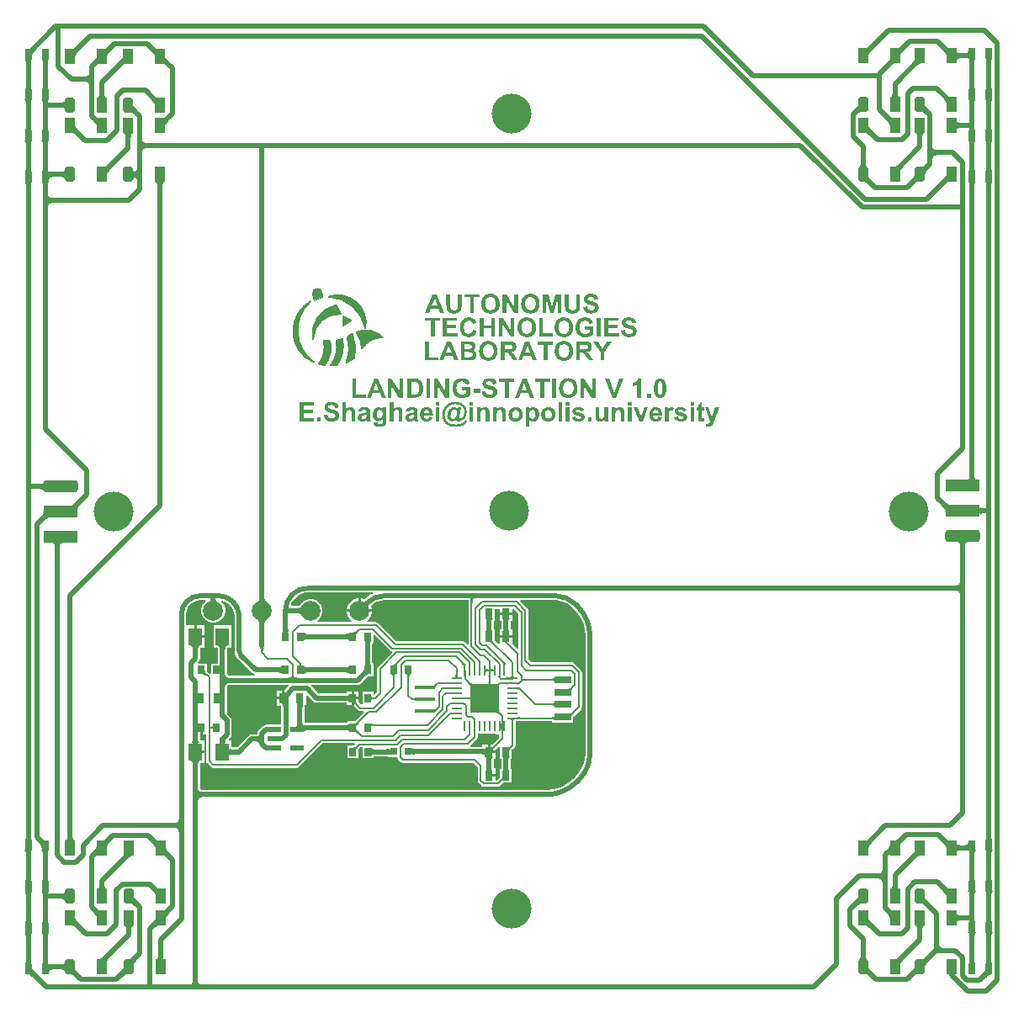
<source format=gtl>
G04*
G04 #@! TF.GenerationSoftware,Altium Limited,Altium Designer,21.0.9 (235)*
G04*
G04 Layer_Physical_Order=1*
G04 Layer_Color=255*
%FSLAX44Y44*%
%MOMM*%
G71*
G04*
G04 #@! TF.SameCoordinates,FCB3D206-118C-4BCE-AE63-394E7735AD57*
G04*
G04*
G04 #@! TF.FilePolarity,Positive*
G04*
G01*
G75*
%ADD10C,0.1270*%
%ADD11C,0.0100*%
%ADD12C,0.2000*%
%ADD13C,0.5000*%
%ADD20R,0.8000X1.0000*%
%ADD21C,2.0000*%
%ADD22R,0.7000X0.9000*%
%ADD23R,0.8000X0.8000*%
%ADD24R,1.3800X1.8200*%
%ADD25R,1.3208X0.5588*%
%ADD26R,0.2600X1.0800*%
%ADD27R,3.0000X3.0000*%
%ADD28R,1.0800X0.2600*%
%ADD29R,2.0000X0.4000*%
%ADD30R,3.5000X1.2000*%
G04:AMPARAMS|DCode=31|XSize=1.2mm|YSize=3.5mm|CornerRadius=0.3mm|HoleSize=0mm|Usage=FLASHONLY|Rotation=90.000|XOffset=0mm|YOffset=0mm|HoleType=Round|Shape=RoundedRectangle|*
%AMROUNDEDRECTD31*
21,1,1.2000,2.9000,0,0,90.0*
21,1,0.6000,3.5000,0,0,90.0*
1,1,0.6000,1.4500,0.3000*
1,1,0.6000,1.4500,-0.3000*
1,1,0.6000,-1.4500,-0.3000*
1,1,0.6000,-1.4500,0.3000*
%
%ADD31ROUNDEDRECTD31*%
%ADD32R,1.0000X1.5000*%
G04:AMPARAMS|DCode=33|XSize=1.5mm|YSize=1mm|CornerRadius=0.25mm|HoleSize=0mm|Usage=FLASHONLY|Rotation=90.000|XOffset=0mm|YOffset=0mm|HoleType=Round|Shape=RoundedRectangle|*
%AMROUNDEDRECTD33*
21,1,1.5000,0.5000,0,0,90.0*
21,1,1.0000,1.0000,0,0,90.0*
1,1,0.5000,0.2500,0.5000*
1,1,0.5000,0.2500,-0.5000*
1,1,0.5000,-0.2500,-0.5000*
1,1,0.5000,-0.2500,0.5000*
%
%ADD33ROUNDEDRECTD33*%
%ADD51R,1.7000X0.7000*%
%ADD52C,4.0000*%
%ADD53C,1.2700*%
G36*
X894505Y963469D02*
X893628Y962557D01*
X892222Y960868D01*
X891694Y960092D01*
X891282Y959363D01*
X890987Y958678D01*
X890808Y958040D01*
X890745Y957447D01*
X890799Y956900D01*
X890969Y956398D01*
X886398Y965969D01*
X886675Y965574D01*
X887047Y965345D01*
X887515Y965283D01*
X888078Y965387D01*
X888738Y965657D01*
X889492Y966094D01*
X890343Y966697D01*
X891290Y967467D01*
X893469Y969505D01*
X894505Y963469D01*
D02*
G37*
G36*
X862505D02*
X861628Y962557D01*
X860222Y960868D01*
X859694Y960092D01*
X859282Y959363D01*
X858987Y958678D01*
X858808Y958040D01*
X858745Y957447D01*
X858799Y956900D01*
X858969Y956398D01*
X854398Y965969D01*
X854675Y965574D01*
X855047Y965345D01*
X855515Y965283D01*
X856078Y965387D01*
X856738Y965657D01*
X857493Y966094D01*
X858343Y966697D01*
X859290Y967467D01*
X861469Y969505D01*
X862505Y963469D01*
D02*
G37*
G36*
X21505Y964532D02*
X20557Y963549D01*
X19055Y961767D01*
X18501Y960967D01*
X18079Y960230D01*
X17788Y959553D01*
X17628Y958938D01*
X17601Y958384D01*
X17704Y957892D01*
X17939Y957461D01*
X11898Y965502D01*
X12240Y965177D01*
X12662Y965004D01*
X13166Y964982D01*
X13751Y965112D01*
X14418Y965393D01*
X15166Y965825D01*
X15995Y966408D01*
X16905Y967144D01*
X18970Y969068D01*
X21505Y964532D01*
D02*
G37*
G36*
X96505Y963032D02*
X95628Y962120D01*
X94222Y960431D01*
X93694Y959655D01*
X93282Y958925D01*
X92987Y958241D01*
X92808Y957603D01*
X92745Y957010D01*
X92799Y956463D01*
X92970Y955961D01*
X88398Y965532D01*
X88675Y965137D01*
X89047Y964908D01*
X89515Y964846D01*
X90078Y964949D01*
X90738Y965220D01*
X91493Y965657D01*
X92343Y966260D01*
X93290Y967029D01*
X95470Y969068D01*
X96505Y963032D01*
D02*
G37*
G36*
X64505D02*
X63628Y962120D01*
X62222Y960431D01*
X61694Y959655D01*
X61282Y958925D01*
X60987Y958241D01*
X60808Y957603D01*
X60745Y957010D01*
X60799Y956463D01*
X60970Y955961D01*
X56398Y965532D01*
X56675Y965137D01*
X57047Y964908D01*
X57515Y964846D01*
X58078Y964949D01*
X58738Y965220D01*
X59493Y965657D01*
X60343Y966260D01*
X61290Y967029D01*
X63470Y969068D01*
X64505Y963032D01*
D02*
G37*
G36*
X936671Y968400D02*
X938662Y966689D01*
X939513Y966083D01*
X940269Y965643D01*
X940928Y965370D01*
X941490Y965263D01*
X941957Y965322D01*
X942327Y965547D01*
X942602Y965939D01*
X938061Y956398D01*
X938229Y956897D01*
X938280Y957441D01*
X938215Y958032D01*
X938033Y958670D01*
X937735Y959354D01*
X937320Y960084D01*
X936788Y960861D01*
X936140Y961684D01*
X935376Y962553D01*
X934495Y963469D01*
X935530Y969505D01*
X936671Y968400D01*
D02*
G37*
G36*
X959530Y956030D02*
X959481Y956025D01*
X959331Y956020D01*
X954530Y956000D01*
Y961000D01*
X955484Y961025D01*
X956338Y961100D01*
X957092Y961225D01*
X957745Y961400D01*
X958298Y961625D01*
X958751Y961900D01*
X959104Y962225D01*
X959357Y962600D01*
X959509Y963025D01*
X959561Y963500D01*
X959530Y956030D01*
D02*
G37*
G36*
X140201Y967963D02*
X142192Y966252D01*
X143043Y965646D01*
X143799Y965206D01*
X144458Y964932D01*
X145021Y964825D01*
X145487Y964884D01*
X145857Y965110D01*
X146132Y965502D01*
X141591Y955961D01*
X141759Y956459D01*
X141810Y957004D01*
X141745Y957595D01*
X141563Y958232D01*
X141265Y958916D01*
X140850Y959647D01*
X140318Y960424D01*
X139670Y961247D01*
X138906Y962116D01*
X138025Y963032D01*
X139060Y969068D01*
X140201Y967963D01*
D02*
G37*
G36*
X948019Y963025D02*
X948169Y962600D01*
X948419Y962225D01*
X948770Y961900D01*
X949220Y961625D01*
X949770Y961400D01*
X950419Y961225D01*
X951170Y961100D01*
X952020Y961025D01*
X952970Y961000D01*
Y956000D01*
X952020Y955975D01*
X951170Y955900D01*
X950419Y955775D01*
X949770Y955600D01*
X949220Y955375D01*
X948770Y955100D01*
X948419Y954775D01*
X948169Y954400D01*
X948019Y953975D01*
X947970Y953500D01*
Y963500D01*
X948019Y963025D01*
D02*
G37*
G36*
X914101Y951061D02*
X913671Y951296D01*
X913178Y951400D01*
X912625Y951372D01*
X912010Y951212D01*
X911333Y950921D01*
X910595Y950499D01*
X909796Y949945D01*
X908936Y949260D01*
X908014Y948443D01*
X907030Y947495D01*
X902495Y950031D01*
X903533Y951103D01*
X905154Y953005D01*
X905738Y953834D01*
X906170Y954582D01*
X906451Y955248D01*
X906581Y955834D01*
X906559Y956338D01*
X906386Y956760D01*
X906061Y957102D01*
X914101Y951061D01*
D02*
G37*
G36*
X888102D02*
X887715Y951341D01*
X887258Y951479D01*
X886729Y951476D01*
X886129Y951332D01*
X885458Y951046D01*
X884715Y950618D01*
X883901Y950050D01*
X883015Y949340D01*
X881031Y947495D01*
X877495Y951031D01*
X878488Y952058D01*
X880050Y953901D01*
X880618Y954715D01*
X881046Y955458D01*
X881332Y956129D01*
X881476Y956729D01*
X881479Y957258D01*
X881341Y957715D01*
X881061Y958102D01*
X888102Y951061D01*
D02*
G37*
G36*
X984190Y955980D02*
X983941Y955830D01*
X983720Y955580D01*
X983529Y955230D01*
X983367Y954780D01*
X983235Y954230D01*
X983132Y953580D01*
X983059Y952830D01*
X983000Y951030D01*
X978000D01*
X977985Y951980D01*
X977868Y953580D01*
X977765Y954230D01*
X977633Y954780D01*
X977471Y955230D01*
X977280Y955580D01*
X977059Y955830D01*
X976810Y955980D01*
X976531Y956030D01*
X984470D01*
X984190Y955980D01*
D02*
G37*
G36*
X967190D02*
X966941Y955830D01*
X966720Y955580D01*
X966529Y955230D01*
X966367Y954780D01*
X966235Y954230D01*
X966132Y953580D01*
X966059Y952830D01*
X966000Y951030D01*
X961000D01*
X960985Y951980D01*
X960868Y953580D01*
X960765Y954230D01*
X960633Y954780D01*
X960471Y955230D01*
X960280Y955580D01*
X960060Y955830D01*
X959810Y955980D01*
X959530Y956030D01*
X967469D01*
X967190Y955980D01*
D02*
G37*
G36*
X114132Y950624D02*
X113857Y951015D01*
X113487Y951241D01*
X113020Y951300D01*
X112458Y951193D01*
X111799Y950920D01*
X111044Y950480D01*
X110192Y949874D01*
X109244Y949101D01*
X107060Y947058D01*
X106025Y953093D01*
X106906Y954009D01*
X108318Y955702D01*
X108850Y956479D01*
X109265Y957209D01*
X109563Y957893D01*
X109745Y958531D01*
X109810Y959121D01*
X109759Y959666D01*
X109591Y960164D01*
X114132Y950624D01*
D02*
G37*
G36*
X87601D02*
X87327Y951015D01*
X86957Y951241D01*
X86490Y951300D01*
X85928Y951193D01*
X85269Y950920D01*
X84513Y950480D01*
X83662Y949874D01*
X82714Y949101D01*
X80531Y947058D01*
X79495Y953093D01*
X80376Y954009D01*
X81788Y955702D01*
X82320Y956479D01*
X82735Y957209D01*
X83033Y957893D01*
X83215Y958531D01*
X83280Y959121D01*
X83229Y959666D01*
X83061Y960164D01*
X87601Y950624D01*
D02*
G37*
G36*
X34690Y955543D02*
X34441Y955393D01*
X34220Y955143D01*
X34029Y954793D01*
X33867Y954343D01*
X33735Y953793D01*
X33632Y953143D01*
X33559Y952393D01*
X33500Y950593D01*
X28500D01*
X28485Y951543D01*
X28368Y953143D01*
X28265Y953793D01*
X28133Y954343D01*
X27971Y954793D01*
X27780Y955143D01*
X27559Y955393D01*
X27310Y955543D01*
X27030Y955593D01*
X34969D01*
X34690Y955543D01*
D02*
G37*
G36*
X17690D02*
X17441Y955393D01*
X17220Y955143D01*
X17029Y954793D01*
X16867Y954343D01*
X16735Y953793D01*
X16632Y953143D01*
X16559Y952393D01*
X16500Y950593D01*
X11500D01*
X11485Y951543D01*
X11368Y953143D01*
X11265Y953793D01*
X11133Y954343D01*
X10971Y954793D01*
X10780Y955143D01*
X10560Y955393D01*
X10310Y955543D01*
X10030Y955593D01*
X17969D01*
X17690Y955543D01*
D02*
G37*
G36*
X151329Y959663D02*
X151275Y959116D01*
X151338Y958523D01*
X151517Y957884D01*
X151812Y957200D01*
X152224Y956470D01*
X152752Y955695D01*
X153397Y954873D01*
X154158Y954006D01*
X155035Y953093D01*
X154000Y947058D01*
X152862Y948160D01*
X150873Y949866D01*
X150023Y950469D01*
X149268Y950906D01*
X148608Y951176D01*
X148045Y951280D01*
X147577Y951217D01*
X147205Y950989D01*
X146929Y950593D01*
X151500Y960164D01*
X151329Y959663D01*
D02*
G37*
G36*
X80460Y935000D02*
X75460Y927500D01*
X75410Y928450D01*
X75260Y929300D01*
X75010Y930050D01*
X74660Y930700D01*
X74210Y931250D01*
X73660Y931700D01*
X73010Y932050D01*
X72260Y932300D01*
X71410Y932450D01*
X70460Y932500D01*
Y937500D01*
X71410Y937550D01*
X72260Y937700D01*
X73010Y937950D01*
X73660Y938300D01*
X74210Y938750D01*
X74660Y939300D01*
X75010Y939950D01*
X75260Y940700D01*
X75410Y941550D01*
X75460Y942500D01*
X80460Y935000D01*
D02*
G37*
G36*
X983015Y928686D02*
X983132Y927086D01*
X983235Y926436D01*
X983367Y925886D01*
X983529Y925436D01*
X983720Y925086D01*
X983941Y924836D01*
X984190Y924686D01*
X984470Y924636D01*
X976531D01*
X976810Y924686D01*
X977059Y924836D01*
X977280Y925086D01*
X977471Y925436D01*
X977633Y925886D01*
X977765Y926436D01*
X977868Y927086D01*
X977941Y927836D01*
X978000Y929636D01*
X983000D01*
X983015Y928686D01*
D02*
G37*
G36*
X966015D02*
X966132Y927086D01*
X966235Y926436D01*
X966367Y925886D01*
X966529Y925436D01*
X966720Y925086D01*
X966941Y924836D01*
X967190Y924686D01*
X967469Y924636D01*
X959530D01*
X959810Y924686D01*
X960060Y924836D01*
X960280Y925086D01*
X960471Y925436D01*
X960633Y925886D01*
X960765Y926436D01*
X960868Y927086D01*
X960941Y927836D01*
X961000Y929636D01*
X966000D01*
X966015Y928686D01*
D02*
G37*
G36*
X33515Y928228D02*
X33632Y926628D01*
X33735Y925978D01*
X33867Y925428D01*
X34029Y924978D01*
X34220Y924628D01*
X34441Y924378D01*
X34690Y924228D01*
X34969Y924178D01*
X27030D01*
X27310Y924228D01*
X27559Y924378D01*
X27780Y924628D01*
X27971Y924978D01*
X28133Y925428D01*
X28265Y925978D01*
X28368Y926628D01*
X28441Y927378D01*
X28500Y929178D01*
X33500D01*
X33515Y928228D01*
D02*
G37*
G36*
X16515D02*
X16632Y926628D01*
X16735Y925978D01*
X16867Y925428D01*
X17029Y924978D01*
X17220Y924628D01*
X17441Y924378D01*
X17690Y924228D01*
X17969Y924178D01*
X10030D01*
X10310Y924228D01*
X10560Y924378D01*
X10780Y924628D01*
X10971Y924978D01*
X11133Y925428D01*
X11265Y925978D01*
X11368Y926628D01*
X11441Y927378D01*
X11500Y929178D01*
X16500D01*
X16515Y928228D01*
D02*
G37*
G36*
X888525Y921020D02*
X888599Y920170D01*
X888722Y919419D01*
X888895Y918770D01*
X889117Y918220D01*
X889389Y917769D01*
X889710Y917420D01*
X890080Y917169D01*
X890500Y917020D01*
X890969Y916970D01*
X881031D01*
X881500Y917020D01*
X881919Y917169D01*
X882290Y917420D01*
X882611Y917769D01*
X882883Y918220D01*
X883105Y918770D01*
X883278Y919419D01*
X883401Y920170D01*
X883475Y921020D01*
X883500Y921970D01*
X888500D01*
X888525Y921020D01*
D02*
G37*
G36*
X90525Y920582D02*
X90599Y919732D01*
X90722Y918982D01*
X90895Y918332D01*
X91117Y917782D01*
X91389Y917332D01*
X91710Y916982D01*
X92080Y916732D01*
X92500Y916582D01*
X92970Y916532D01*
X83031D01*
X83500Y916582D01*
X83919Y916732D01*
X84290Y916982D01*
X84611Y917332D01*
X84883Y917782D01*
X85105Y918332D01*
X85278Y918982D01*
X85401Y919732D01*
X85475Y920582D01*
X85500Y921532D01*
X90500D01*
X90525Y920582D01*
D02*
G37*
G36*
X984190Y914647D02*
X983941Y914497D01*
X983720Y914247D01*
X983529Y913897D01*
X983367Y913447D01*
X983235Y912897D01*
X983132Y912247D01*
X983059Y911497D01*
X983000Y909697D01*
X978000D01*
X977985Y910647D01*
X977868Y912247D01*
X977765Y912897D01*
X977633Y913447D01*
X977471Y913897D01*
X977280Y914247D01*
X977059Y914497D01*
X976810Y914647D01*
X976531Y914697D01*
X984470D01*
X984190Y914647D01*
D02*
G37*
G36*
X967190D02*
X966941Y914497D01*
X966720Y914247D01*
X966529Y913897D01*
X966367Y913447D01*
X966235Y912897D01*
X966132Y912247D01*
X966059Y911497D01*
X966000Y909697D01*
X961000D01*
X960985Y910647D01*
X960868Y912247D01*
X960765Y912897D01*
X960633Y913447D01*
X960471Y913897D01*
X960280Y914247D01*
X960060Y914497D01*
X959810Y914647D01*
X959530Y914697D01*
X967469D01*
X967190Y914647D01*
D02*
G37*
G36*
X34690Y914189D02*
X34441Y914039D01*
X34220Y913789D01*
X34029Y913439D01*
X33867Y912989D01*
X33735Y912439D01*
X33632Y911789D01*
X33559Y911039D01*
X33500Y909239D01*
X28500D01*
X28485Y910189D01*
X28368Y911789D01*
X28265Y912439D01*
X28133Y912989D01*
X27971Y913439D01*
X27780Y913789D01*
X27559Y914039D01*
X27310Y914189D01*
X27030Y914239D01*
X34969D01*
X34690Y914189D01*
D02*
G37*
G36*
X17690D02*
X17441Y914039D01*
X17220Y913789D01*
X17029Y913439D01*
X16867Y912989D01*
X16735Y912439D01*
X16632Y911789D01*
X16559Y911039D01*
X16500Y909239D01*
X11500D01*
X11485Y910189D01*
X11368Y911789D01*
X11265Y912439D01*
X11133Y912989D01*
X10971Y913439D01*
X10780Y913789D01*
X10560Y914039D01*
X10310Y914189D01*
X10030Y914239D01*
X17969D01*
X17690Y914189D01*
D02*
G37*
G36*
X938103Y919467D02*
X940005Y917846D01*
X940834Y917262D01*
X941582Y916830D01*
X942249Y916549D01*
X942834Y916419D01*
X943338Y916441D01*
X943760Y916614D01*
X944102Y916939D01*
X938061Y908898D01*
X938296Y909330D01*
X938400Y909822D01*
X938372Y910376D01*
X938212Y910991D01*
X937921Y911667D01*
X937499Y912405D01*
X936945Y913204D01*
X936260Y914064D01*
X935443Y914986D01*
X934495Y915970D01*
X937031Y920505D01*
X938103Y919467D01*
D02*
G37*
G36*
X140201Y918963D02*
X142192Y917252D01*
X143043Y916646D01*
X143799Y916206D01*
X144458Y915932D01*
X145021Y915825D01*
X145487Y915884D01*
X145857Y916110D01*
X146132Y916502D01*
X141591Y906961D01*
X141759Y907459D01*
X141810Y908004D01*
X141745Y908595D01*
X141563Y909232D01*
X141265Y909916D01*
X140850Y910647D01*
X140318Y911423D01*
X139670Y912247D01*
X138906Y913116D01*
X138025Y914032D01*
X139060Y920068D01*
X140201Y918963D01*
D02*
G37*
G36*
X51013Y904063D02*
X50962Y904538D01*
X50811Y904963D01*
X50560Y905338D01*
X50208Y905663D01*
X49755Y905938D01*
X49201Y906163D01*
X48548Y906338D01*
X47793Y906463D01*
X46938Y906538D01*
X45982Y906563D01*
Y911563D01*
X46938Y911588D01*
X47793Y911663D01*
X48547Y911787D01*
X49201Y911962D01*
X49755Y912186D01*
X50207Y912461D01*
X50559Y912785D01*
X50811Y913159D01*
X50962Y913583D01*
X51012Y914057D01*
X51013Y904063D01*
D02*
G37*
G36*
X853553Y902013D02*
X853282Y902408D01*
X852922Y902643D01*
X852471Y902718D01*
X851931Y902634D01*
X851301Y902389D01*
X850581Y901985D01*
X849772Y901421D01*
X848873Y900697D01*
X846805Y898769D01*
X845447Y904482D01*
X846328Y905398D01*
X847740Y907091D01*
X848271Y907868D01*
X848686Y908598D01*
X848985Y909282D01*
X849166Y909919D01*
X849232Y910510D01*
X849180Y911055D01*
X849013Y911553D01*
X853553Y902013D01*
D02*
G37*
G36*
X915820Y911055D02*
X915768Y910510D01*
X915834Y909919D01*
X916015Y909282D01*
X916314Y908598D01*
X916729Y907868D01*
X917260Y907091D01*
X917908Y906268D01*
X918672Y905398D01*
X919554Y904482D01*
X918195Y898769D01*
X917116Y899813D01*
X915228Y901421D01*
X914419Y901985D01*
X913699Y902389D01*
X913069Y902634D01*
X912529Y902718D01*
X912078Y902643D01*
X911718Y902408D01*
X911447Y902013D01*
X915987Y911553D01*
X915820Y911055D01*
D02*
G37*
G36*
X119350Y910618D02*
X119298Y910073D01*
X119364Y909482D01*
X119545Y908845D01*
X119844Y908161D01*
X120259Y907430D01*
X120790Y906654D01*
X121438Y905831D01*
X122203Y904961D01*
X123083Y904045D01*
X121725Y898332D01*
X120646Y899376D01*
X118758Y900984D01*
X117949Y901548D01*
X117229Y901952D01*
X116599Y902196D01*
X116059Y902281D01*
X115609Y902206D01*
X115248Y901970D01*
X114977Y901575D01*
X119517Y911116D01*
X119350Y910618D01*
D02*
G37*
G36*
X155035Y892970D02*
X154158Y892057D01*
X152752Y890368D01*
X152224Y889593D01*
X151812Y888863D01*
X151517Y888178D01*
X151338Y887540D01*
X151275Y886947D01*
X151329Y886400D01*
X151500Y885899D01*
X146929Y895470D01*
X147205Y895074D01*
X147577Y894845D01*
X148045Y894783D01*
X148608Y894887D01*
X149268Y895157D01*
X150023Y895594D01*
X150873Y896197D01*
X151820Y896967D01*
X154000Y899005D01*
X155035Y892970D01*
D02*
G37*
G36*
X879670Y898400D02*
X881662Y896689D01*
X882513Y896083D01*
X883269Y895643D01*
X883928Y895370D01*
X884490Y895263D01*
X884957Y895322D01*
X885327Y895547D01*
X885602Y895939D01*
X881061Y886398D01*
X881229Y886897D01*
X881280Y887441D01*
X881215Y888032D01*
X881033Y888670D01*
X880735Y889354D01*
X880320Y890084D01*
X879788Y890861D01*
X879140Y891684D01*
X878376Y892553D01*
X877495Y893469D01*
X878531Y899505D01*
X879670Y898400D01*
D02*
G37*
G36*
X81671Y897900D02*
X83662Y896189D01*
X84513Y895583D01*
X85269Y895143D01*
X85928Y894870D01*
X86490Y894762D01*
X86957Y894822D01*
X87327Y895047D01*
X87601Y895439D01*
X83061Y885899D01*
X83229Y886397D01*
X83280Y886941D01*
X83215Y887532D01*
X83033Y888170D01*
X82735Y888854D01*
X82320Y889584D01*
X81788Y890361D01*
X81140Y891184D01*
X80376Y892054D01*
X79495Y892970D01*
X80531Y899005D01*
X81671Y897900D01*
D02*
G37*
G36*
X948019Y893025D02*
X948169Y892600D01*
X948419Y892225D01*
X948770Y891900D01*
X949220Y891625D01*
X949770Y891400D01*
X950419Y891225D01*
X951170Y891100D01*
X952020Y891025D01*
X952970Y891000D01*
Y886000D01*
X952020Y885975D01*
X951170Y885900D01*
X950419Y885775D01*
X949770Y885600D01*
X949220Y885375D01*
X948770Y885100D01*
X948419Y884775D01*
X948169Y884400D01*
X948019Y883975D01*
X947970Y883500D01*
Y893500D01*
X948019Y893025D01*
D02*
G37*
G36*
X983015Y887353D02*
X983132Y885753D01*
X983235Y885103D01*
X983367Y884553D01*
X983529Y884103D01*
X983720Y883753D01*
X983941Y883503D01*
X984190Y883353D01*
X984470Y883303D01*
X976531D01*
X976810Y883353D01*
X977059Y883503D01*
X977280Y883753D01*
X977471Y884103D01*
X977633Y884553D01*
X977765Y885103D01*
X977868Y885753D01*
X977941Y886503D01*
X978000Y888303D01*
X983000D01*
X983015Y887353D01*
D02*
G37*
G36*
X966015Y887107D02*
X966132Y885604D01*
X966235Y884994D01*
X966367Y884477D01*
X966529Y884054D01*
X966720Y883726D01*
X966941Y883491D01*
X967190Y883350D01*
X967469Y883303D01*
X959530D01*
X959810Y883350D01*
X960060Y883491D01*
X960280Y883726D01*
X960471Y884054D01*
X960633Y884477D01*
X960765Y884994D01*
X960868Y885604D01*
X960941Y886309D01*
X961000Y888000D01*
X966000D01*
X966015Y887107D01*
D02*
G37*
G36*
X33515Y886874D02*
X33632Y885274D01*
X33735Y884624D01*
X33867Y884074D01*
X34029Y883624D01*
X34220Y883274D01*
X34441Y883024D01*
X34690Y882874D01*
X34969Y882824D01*
X27030D01*
X27310Y882874D01*
X27559Y883024D01*
X27780Y883274D01*
X27971Y883624D01*
X28133Y884074D01*
X28265Y884624D01*
X28368Y885274D01*
X28441Y886024D01*
X28500Y887824D01*
X33500D01*
X33515Y886874D01*
D02*
G37*
G36*
X16515D02*
X16632Y885274D01*
X16735Y884624D01*
X16867Y884074D01*
X17029Y883624D01*
X17220Y883274D01*
X17441Y883024D01*
X17690Y882874D01*
X17969Y882824D01*
X10030D01*
X10310Y882874D01*
X10560Y883024D01*
X10780Y883274D01*
X10971Y883624D01*
X11133Y884074D01*
X11265Y884624D01*
X11368Y885274D01*
X11441Y886024D01*
X11500Y887824D01*
X16500D01*
X16515Y886874D01*
D02*
G37*
G36*
X858799Y890100D02*
X858745Y889553D01*
X858808Y888960D01*
X858987Y888322D01*
X859282Y887637D01*
X859694Y886907D01*
X860222Y886132D01*
X860867Y885310D01*
X861628Y884443D01*
X862505Y883531D01*
X861469Y877495D01*
X860332Y878597D01*
X858343Y880303D01*
X857493Y880906D01*
X856738Y881343D01*
X856078Y881613D01*
X855515Y881717D01*
X855047Y881655D01*
X854675Y881426D01*
X854398Y881031D01*
X858969Y890602D01*
X858799Y890100D01*
D02*
G37*
G36*
X60799Y889600D02*
X60745Y889053D01*
X60808Y888460D01*
X60987Y887822D01*
X61282Y887137D01*
X61694Y886407D01*
X62222Y885632D01*
X62867Y884810D01*
X63628Y883943D01*
X64505Y883030D01*
X63470Y876995D01*
X62332Y878097D01*
X60343Y879803D01*
X59493Y880406D01*
X58738Y880843D01*
X58078Y881113D01*
X57515Y881217D01*
X57047Y881155D01*
X56675Y880926D01*
X56399Y880530D01*
X60970Y890102D01*
X60799Y889600D01*
D02*
G37*
G36*
X915500Y880981D02*
X915080Y880831D01*
X914710Y880581D01*
X914389Y880230D01*
X914117Y879781D01*
X913895Y879230D01*
X913722Y878580D01*
X913599Y877831D01*
X913525Y876981D01*
X913500Y876031D01*
X908500D01*
X908475Y876981D01*
X908401Y877831D01*
X908278Y878580D01*
X908105Y879230D01*
X907883Y879781D01*
X907611Y880230D01*
X907290Y880581D01*
X906919Y880831D01*
X906500Y880981D01*
X906031Y881031D01*
X915969D01*
X915500Y880981D01*
D02*
G37*
G36*
X119030Y880480D02*
X118610Y880331D01*
X118240Y880080D01*
X117919Y879731D01*
X117647Y879280D01*
X117425Y878730D01*
X117252Y878081D01*
X117129Y877330D01*
X117055Y876480D01*
X117030Y875530D01*
X112030D01*
X112005Y876480D01*
X111931Y877330D01*
X111808Y878081D01*
X111635Y878730D01*
X111413Y879280D01*
X111141Y879731D01*
X110820Y880080D01*
X110449Y880331D01*
X110030Y880480D01*
X109560Y880530D01*
X119500D01*
X119030Y880480D01*
D02*
G37*
G36*
X984190Y873314D02*
X983941Y873164D01*
X983720Y872914D01*
X983529Y872564D01*
X983367Y872114D01*
X983235Y871564D01*
X983132Y870914D01*
X983059Y870164D01*
X983000Y868364D01*
X978000D01*
X977985Y869314D01*
X977868Y870914D01*
X977765Y871564D01*
X977633Y872114D01*
X977471Y872564D01*
X977280Y872914D01*
X977059Y873164D01*
X976810Y873314D01*
X976531Y873364D01*
X984470D01*
X984190Y873314D01*
D02*
G37*
G36*
X967190D02*
X966941Y873164D01*
X966720Y872914D01*
X966529Y872564D01*
X966367Y872114D01*
X966235Y871564D01*
X966132Y870914D01*
X966059Y870164D01*
X966000Y868364D01*
X961000D01*
X960985Y869314D01*
X960868Y870914D01*
X960765Y871564D01*
X960633Y872114D01*
X960471Y872564D01*
X960280Y872914D01*
X960060Y873164D01*
X959810Y873314D01*
X959530Y873364D01*
X967469D01*
X967190Y873314D01*
D02*
G37*
G36*
X34690Y872835D02*
X34441Y872685D01*
X34220Y872435D01*
X34029Y872085D01*
X33867Y871635D01*
X33735Y871085D01*
X33632Y870435D01*
X33559Y869685D01*
X33500Y867885D01*
X28500D01*
X28485Y868835D01*
X28368Y870435D01*
X28265Y871085D01*
X28133Y871635D01*
X27971Y872085D01*
X27780Y872435D01*
X27559Y872685D01*
X27310Y872835D01*
X27030Y872885D01*
X34969D01*
X34690Y872835D01*
D02*
G37*
G36*
X17690D02*
X17441Y872685D01*
X17220Y872435D01*
X17029Y872085D01*
X16867Y871635D01*
X16735Y871085D01*
X16632Y870435D01*
X16559Y869685D01*
X16500Y867885D01*
X11500D01*
X11485Y868835D01*
X11368Y870435D01*
X11265Y871085D01*
X11133Y871635D01*
X10971Y872085D01*
X10780Y872435D01*
X10560Y872685D01*
X10310Y872835D01*
X10030Y872885D01*
X17969D01*
X17690Y872835D01*
D02*
G37*
G36*
X128550Y874846D02*
X128700Y873996D01*
X128950Y873246D01*
X129300Y872596D01*
X129750Y872046D01*
X130300Y871596D01*
X130950Y871246D01*
X131700Y870996D01*
X132550Y870846D01*
X133500Y870796D01*
Y865796D01*
X132550Y865746D01*
X131700Y865596D01*
X130950Y865346D01*
X130300Y864996D01*
X129750Y864546D01*
X129300Y863996D01*
X128950Y863346D01*
X128700Y862596D01*
X128550Y861746D01*
X128500Y860796D01*
X123500Y868296D01*
X128500Y875796D01*
X128550Y874846D01*
D02*
G37*
G36*
X923590Y867550D02*
X923740Y866700D01*
X923990Y865950D01*
X924340Y865300D01*
X924790Y864750D01*
X925340Y864300D01*
X925990Y863950D01*
X926740Y863700D01*
X927590Y863550D01*
X928540Y863500D01*
Y858500D01*
X927590Y858450D01*
X926740Y858300D01*
X925990Y858050D01*
X925340Y857700D01*
X924790Y857250D01*
X924340Y856700D01*
X923990Y856050D01*
X923740Y855300D01*
X923590Y854450D01*
X923540Y853500D01*
X918540Y861000D01*
X923540Y868500D01*
X923590Y867550D01*
D02*
G37*
G36*
X894505Y846970D02*
X893515Y845944D01*
X891959Y844106D01*
X891394Y843292D01*
X890969Y842550D01*
X890687Y841878D01*
X890545Y841277D01*
Y840747D01*
X890687Y840287D01*
X890969Y839898D01*
X883898Y846970D01*
X884287Y846687D01*
X884747Y846545D01*
X885277D01*
X885878Y846687D01*
X886550Y846970D01*
X887292Y847394D01*
X888106Y847959D01*
X888990Y848667D01*
X890969Y850505D01*
X894505Y846970D01*
D02*
G37*
G36*
X856518Y851142D02*
X856660Y849591D01*
X856785Y848917D01*
X856945Y848310D01*
X857141Y847769D01*
X857372Y847296D01*
X857639Y846891D01*
X857942Y846552D01*
X858280Y846280D01*
X849720D01*
X850058Y846552D01*
X850360Y846891D01*
X850628Y847296D01*
X850859Y847769D01*
X851055Y848310D01*
X851215Y848917D01*
X851340Y849591D01*
X851429Y850333D01*
X851482Y851142D01*
X851500Y852018D01*
X856500D01*
X856518Y851142D01*
D02*
G37*
G36*
X919554Y844018D02*
X918695Y843124D01*
X917312Y841461D01*
X916788Y840692D01*
X916376Y839964D01*
X916075Y839278D01*
X915886Y838633D01*
X915808Y838029D01*
X915842Y837467D01*
X915987Y836947D01*
X911947Y846987D01*
X912193Y846568D01*
X912531Y846309D01*
X912959Y846212D01*
X913477Y846275D01*
X914087Y846498D01*
X914787Y846883D01*
X915578Y847429D01*
X916460Y848135D01*
X917432Y849002D01*
X918495Y850030D01*
X919554Y844018D01*
D02*
G37*
G36*
X96505Y843969D02*
X95628Y843057D01*
X94222Y841368D01*
X93694Y840593D01*
X93282Y839863D01*
X92987Y839178D01*
X92808Y838540D01*
X92745Y837947D01*
X92799Y837400D01*
X92970Y836898D01*
X88398Y846469D01*
X88675Y846074D01*
X89047Y845845D01*
X89515Y845783D01*
X90078Y845887D01*
X90738Y846157D01*
X91493Y846594D01*
X92343Y847197D01*
X93290Y847967D01*
X95470Y850005D01*
X96505Y843969D01*
D02*
G37*
G36*
X128500Y839000D02*
X123500Y831500D01*
X123450Y832450D01*
X123300Y833300D01*
X123050Y834050D01*
X122700Y834700D01*
X122250Y835250D01*
X121700Y835700D01*
X121116Y836015D01*
X120775Y835876D01*
X120323Y835602D01*
X119971Y835278D01*
X119719Y834904D01*
X119568Y834480D01*
X119518Y834006D01*
X119518Y836438D01*
X119450Y836450D01*
X118500Y836500D01*
Y841500D01*
X119450Y841550D01*
X119518Y841562D01*
X119517Y844000D01*
X119568Y843525D01*
X119719Y843100D01*
X119970Y842725D01*
X120322Y842400D01*
X120775Y842125D01*
X121117Y841986D01*
X121700Y842300D01*
X122250Y842750D01*
X122700Y843300D01*
X123050Y843950D01*
X123300Y844700D01*
X123450Y845550D01*
X123500Y846500D01*
X128500Y839000D01*
D02*
G37*
G36*
X983015Y846020D02*
X983132Y844419D01*
X983235Y843770D01*
X983367Y843220D01*
X983529Y842769D01*
X983720Y842420D01*
X983941Y842169D01*
X984190Y842020D01*
X984470Y841970D01*
X976531D01*
X976810Y842020D01*
X977059Y842169D01*
X977280Y842420D01*
X977471Y842769D01*
X977633Y843220D01*
X977765Y843770D01*
X977868Y844419D01*
X977941Y845170D01*
X978000Y846970D01*
X983000D01*
X983015Y846020D01*
D02*
G37*
G36*
X966015D02*
X966132Y844419D01*
X966235Y843770D01*
X966367Y843220D01*
X966529Y842769D01*
X966720Y842420D01*
X966941Y842169D01*
X967190Y842020D01*
X967469Y841970D01*
X959530D01*
X959810Y842020D01*
X960060Y842169D01*
X960280Y842420D01*
X960471Y842769D01*
X960633Y843220D01*
X960765Y843770D01*
X960868Y844419D01*
X960941Y845170D01*
X961000Y846970D01*
X966000D01*
X966015Y846020D01*
D02*
G37*
G36*
X33515Y845519D02*
X33632Y843920D01*
X33735Y843270D01*
X33867Y842719D01*
X34029Y842270D01*
X34220Y841919D01*
X34441Y841669D01*
X34690Y841519D01*
X34969Y841469D01*
X27030D01*
X27310Y841519D01*
X27559Y841669D01*
X27780Y841919D01*
X27971Y842270D01*
X28133Y842719D01*
X28265Y843270D01*
X28368Y843920D01*
X28441Y844669D01*
X28500Y846469D01*
X33500D01*
X33515Y845519D01*
D02*
G37*
G36*
X16515D02*
X16632Y843920D01*
X16735Y843270D01*
X16867Y842719D01*
X17029Y842270D01*
X17220Y841919D01*
X17441Y841669D01*
X17690Y841519D01*
X17969Y841469D01*
X10030D01*
X10310Y841519D01*
X10560Y841669D01*
X10780Y841919D01*
X10971Y842270D01*
X11133Y842719D01*
X11265Y843270D01*
X11368Y843920D01*
X11441Y844669D01*
X11500Y846469D01*
X16500D01*
X16515Y845519D01*
D02*
G37*
G36*
X51013Y834000D02*
X50962Y834475D01*
X50811Y834900D01*
X50560Y835275D01*
X50208Y835600D01*
X49755Y835875D01*
X49201Y836100D01*
X48548Y836275D01*
X47793Y836400D01*
X46938Y836475D01*
X45982Y836500D01*
Y841500D01*
X46938Y841525D01*
X47793Y841600D01*
X48547Y841724D01*
X49201Y841899D01*
X49755Y842123D01*
X50207Y842398D01*
X50559Y842722D01*
X50811Y843096D01*
X50962Y843520D01*
X51012Y843994D01*
X51013Y834000D01*
D02*
G37*
G36*
X39969Y836500D02*
X39016Y836475D01*
X38162Y836400D01*
X37408Y836275D01*
X36755Y836100D01*
X36202Y835875D01*
X35749Y835600D01*
X35396Y835275D01*
X35143Y834900D01*
X34991Y834475D01*
X34939Y834000D01*
X34969Y841469D01*
X39969Y841500D01*
Y836500D01*
D02*
G37*
G36*
X942602Y832061D02*
X942327Y832453D01*
X941957Y832678D01*
X941490Y832737D01*
X940928Y832630D01*
X940269Y832357D01*
X939513Y831917D01*
X938662Y831311D01*
X937714Y830539D01*
X935530Y828495D01*
X934495Y834530D01*
X935376Y835446D01*
X936788Y837139D01*
X937320Y837916D01*
X937735Y838646D01*
X938033Y839330D01*
X938215Y839968D01*
X938280Y840559D01*
X938229Y841103D01*
X938061Y841601D01*
X942602Y832061D01*
D02*
G37*
G36*
X911053Y832013D02*
X910758Y832384D01*
X910375Y832597D01*
X909904Y832651D01*
X909346Y832548D01*
X908699Y832287D01*
X907964Y831868D01*
X907141Y831290D01*
X906230Y830555D01*
X904145Y828609D01*
X902447Y833982D01*
X903350Y834921D01*
X904792Y836643D01*
X905331Y837427D01*
X905749Y838160D01*
X906044Y838842D01*
X906219Y839472D01*
X906272Y840050D01*
X906203Y840577D01*
X906013Y841053D01*
X911053Y832013D01*
D02*
G37*
G36*
X858752Y839622D02*
X858649Y839130D01*
X858677Y838576D01*
X858836Y837961D01*
X859127Y837285D01*
X859549Y836547D01*
X860103Y835748D01*
X860788Y834887D01*
X861605Y833965D01*
X862553Y832982D01*
X860018Y828447D01*
X858945Y829484D01*
X857043Y831106D01*
X856214Y831690D01*
X855466Y832122D01*
X854800Y832403D01*
X854215Y832532D01*
X853711Y832510D01*
X853288Y832337D01*
X852947Y832013D01*
X858987Y840053D01*
X858752Y839622D01*
D02*
G37*
G36*
X984190Y831981D02*
X983941Y831831D01*
X983720Y831581D01*
X983529Y831230D01*
X983367Y830780D01*
X983235Y830230D01*
X983132Y829581D01*
X983059Y828830D01*
X983000Y827030D01*
X978000D01*
X977985Y827980D01*
X977868Y829581D01*
X977765Y830230D01*
X977633Y830780D01*
X977471Y831230D01*
X977280Y831581D01*
X977059Y831831D01*
X976810Y831981D01*
X976531Y832030D01*
X984470D01*
X984190Y831981D01*
D02*
G37*
G36*
X967190D02*
X966941Y831831D01*
X966720Y831581D01*
X966529Y831230D01*
X966367Y830780D01*
X966235Y830230D01*
X966132Y829581D01*
X966059Y828830D01*
X966000Y827030D01*
X961000D01*
X960985Y827980D01*
X960868Y829581D01*
X960765Y830230D01*
X960633Y830780D01*
X960471Y831230D01*
X960280Y831581D01*
X960060Y831831D01*
X959810Y831981D01*
X959530Y832030D01*
X967469D01*
X967190Y831981D01*
D02*
G37*
G36*
X151030Y831480D02*
X150611Y831330D01*
X150240Y831080D01*
X149919Y830731D01*
X149647Y830281D01*
X149425Y829731D01*
X149252Y829081D01*
X149129Y828331D01*
X149055Y827480D01*
X149030Y826531D01*
X144030D01*
X144005Y827480D01*
X143931Y828331D01*
X143808Y829081D01*
X143635Y829731D01*
X143413Y830281D01*
X143141Y830731D01*
X142820Y831080D01*
X142450Y831330D01*
X142030Y831480D01*
X141560Y831531D01*
X151500D01*
X151030Y831480D01*
D02*
G37*
G36*
X34690D02*
X34441Y831330D01*
X34220Y831080D01*
X34029Y830731D01*
X33867Y830281D01*
X33735Y829731D01*
X33632Y829081D01*
X33559Y828331D01*
X33500Y826531D01*
X28500D01*
X28485Y827480D01*
X28368Y829081D01*
X28265Y829731D01*
X28133Y830281D01*
X27971Y830731D01*
X27780Y831080D01*
X27559Y831330D01*
X27310Y831480D01*
X27030Y831531D01*
X34969D01*
X34690Y831480D01*
D02*
G37*
G36*
X17690D02*
X17441Y831330D01*
X17220Y831080D01*
X17029Y830731D01*
X16867Y830281D01*
X16735Y829731D01*
X16632Y829081D01*
X16559Y828331D01*
X16500Y826531D01*
X11500D01*
X11485Y827480D01*
X11368Y829081D01*
X11265Y829731D01*
X11133Y830281D01*
X10971Y830731D01*
X10780Y831080D01*
X10560Y831330D01*
X10310Y831480D01*
X10030Y831531D01*
X17969D01*
X17690Y831480D01*
D02*
G37*
G36*
X33550Y819550D02*
X33700Y818700D01*
X33950Y817950D01*
X34300Y817300D01*
X34750Y816750D01*
X35300Y816300D01*
X35950Y815950D01*
X36700Y815700D01*
X37550Y815550D01*
X38500Y815500D01*
Y810500D01*
X37550Y810450D01*
X36700Y810300D01*
X35950Y810050D01*
X35300Y809700D01*
X34750Y809250D01*
X34300Y808700D01*
X33950Y808050D01*
X33700Y807300D01*
X33550Y806450D01*
X33500Y805500D01*
X28500Y813000D01*
X33500Y820500D01*
X33550Y819550D01*
D02*
G37*
G36*
X307638Y723761D02*
X309150Y722310D01*
X309972Y720382D01*
Y719334D01*
X309972Y719332D01*
Y719334D01*
X309971Y719232D01*
X309932Y715400D01*
X309932Y715392D01*
X309927Y715376D01*
X309917Y715362D01*
X309903Y715352D01*
X309895Y715350D01*
X309895D01*
X301063Y712387D01*
X301052Y712383D01*
X301028Y712385D01*
X301008Y712397D01*
X300995Y712416D01*
X300993Y712428D01*
X299799Y718866D01*
X299788Y718862D01*
X299764Y718866D01*
X299744Y718880D01*
X299732Y718901D01*
X299731Y718913D01*
X299645Y719957D01*
X300305Y721946D01*
X301693Y723516D01*
X303585Y724416D01*
X305678Y724502D01*
X307638Y723761D01*
D02*
G37*
G36*
X309972Y719321D02*
X309972Y719296D01*
X309971Y719270D01*
X309971Y719245D01*
X309971Y719232D01*
Y719232D01*
X309972Y719332D01*
Y719321D01*
D02*
G37*
G36*
X328364Y717481D02*
X333190Y716521D01*
X337778Y714743D01*
X341991Y712201D01*
X345703Y708971D01*
X348803Y705149D01*
X351197Y700851D01*
X352815Y696204D01*
X353607Y691347D01*
X353550Y686427D01*
X353098Y684009D01*
X352618Y686147D01*
X351309Y690328D01*
X349548Y694340D01*
X347356Y698134D01*
X344760Y701663D01*
X341791Y704886D01*
X338486Y707762D01*
X334884Y710257D01*
X331030Y712341D01*
X326970Y713988D01*
X322753Y715178D01*
X318431Y715898D01*
X316247Y716077D01*
X316247Y716077D01*
X316247Y716077D01*
X316247D01*
X318580Y716859D01*
X323445Y717595D01*
X328364Y717481D01*
D02*
G37*
G36*
X324231Y706361D02*
X325132Y704018D01*
X326300Y701796D01*
X327720Y699725D01*
X328519Y698756D01*
X328519D01*
X328519D01*
D01*
X326753Y698799D01*
X323233Y698535D01*
X319778Y697807D01*
X316450Y696629D01*
X313307Y695022D01*
X310404Y693013D01*
X307791Y690638D01*
X305516Y687939D01*
X303618Y684962D01*
X302129Y681761D01*
X301077Y678391D01*
X300480Y674911D01*
X300356Y673150D01*
X300356Y673149D01*
X300356D01*
Y673150D01*
X300014Y675047D01*
X299827Y678899D01*
X300139Y682743D01*
X300946Y686515D01*
X302233Y690150D01*
X303980Y693588D01*
X306156Y696772D01*
X308726Y699648D01*
X311646Y702167D01*
X314867Y704288D01*
X318335Y705974D01*
X321993Y707198D01*
X323885Y707569D01*
X323885Y707569D01*
X324231Y706361D01*
D02*
G37*
G36*
X331167Y696205D02*
X332028Y695543D01*
X333844Y694354D01*
X335772Y693354D01*
X337791Y692554D01*
X338828Y692232D01*
X331167Y686645D01*
Y696205D01*
X331167Y696205D01*
X331167D01*
Y696205D01*
D02*
G37*
G36*
X339900Y678809D02*
X341052Y675862D01*
X342491Y669700D01*
X343035Y663396D01*
X342672Y657078D01*
X342041Y653978D01*
X341094Y653343D01*
X339135Y652176D01*
X337118Y651114D01*
X335047Y650160D01*
X333988Y649739D01*
X334610Y651274D01*
X335639Y654424D01*
X336372Y657655D01*
X336804Y660940D01*
X336930Y664251D01*
X336750Y667560D01*
X336265Y670837D01*
X335479Y674056D01*
X334975Y675635D01*
X334975Y675635D01*
X334975Y675635D01*
D01*
X335618Y675987D01*
X336881Y676731D01*
X338114Y677525D01*
X339313Y678369D01*
X339900Y678809D01*
Y678809D01*
D02*
G37*
G36*
X311186Y671987D02*
D01*
Y671987D01*
Y671987D01*
D02*
G37*
G36*
X356434Y682126D02*
X359954Y681441D01*
X363327Y680222D01*
X366471Y678498D01*
X369313Y676311D01*
X370549Y675012D01*
X368993Y675011D01*
X365897Y674704D01*
X362869Y673993D01*
X359960Y672892D01*
X357220Y671419D01*
X354696Y669600D01*
X352433Y667466D01*
X350469Y665054D01*
X349610Y663756D01*
X349610D01*
X349482Y665941D01*
X348741Y670252D01*
X347370Y674406D01*
X345399Y678311D01*
X344202Y680143D01*
Y680143D01*
X345835Y680884D01*
X349289Y681844D01*
X352851Y682262D01*
X356434Y682126D01*
D02*
G37*
G36*
X295921Y709247D02*
X292153Y704742D01*
X289104Y699724D01*
X286842Y694305D01*
X285417Y688608D01*
X284863Y682763D01*
X285191Y676900D01*
X286394Y671152D01*
X288446Y665650D01*
X291299Y660518D01*
X294889Y655871D01*
X299135Y651815D01*
X301475Y650038D01*
X300332Y650517D01*
X298104Y651606D01*
X295942Y652822D01*
X293854Y654159D01*
X292851Y654887D01*
X290720Y656669D01*
X287086Y660868D01*
X284172Y665596D01*
X282054Y670731D01*
X280787Y676138D01*
X280403Y681678D01*
X280913Y687209D01*
X282303Y692586D01*
X284537Y697671D01*
X287558Y702331D01*
X291287Y706447D01*
X295627Y709912D01*
X298047Y711274D01*
X298047D01*
X295921Y709247D01*
D02*
G37*
G36*
X311952Y671851D02*
X313491Y671627D01*
X315038Y671470D01*
X316591Y671380D01*
X317368Y671360D01*
X317807Y669806D01*
X318302Y666614D01*
X318407Y663385D01*
X318118Y660168D01*
X317442Y657009D01*
X316388Y653956D01*
X314971Y651053D01*
X313213Y648343D01*
X312176Y647105D01*
Y647105D01*
X311429Y647209D01*
X309943Y647469D01*
X308468Y647781D01*
X307004Y648144D01*
X306279Y648351D01*
Y648351D01*
X307192Y649617D01*
X308798Y652291D01*
X310094Y655128D01*
X311066Y658092D01*
X311700Y661146D01*
X311989Y664252D01*
X311929Y667370D01*
X311520Y670463D01*
X311186Y671987D01*
X311952Y671851D01*
D02*
G37*
G36*
X330000Y673436D02*
X330000D01*
X330366Y671747D01*
X330740Y668310D01*
X330753Y664853D01*
X330404Y661414D01*
X329697Y658031D01*
X328641Y654739D01*
X327245Y651577D01*
X325526Y648578D01*
X324514Y647177D01*
X323735Y647059D01*
X322170Y646881D01*
X320600Y646761D01*
X319026Y646698D01*
X318238Y646695D01*
X319202Y648049D01*
X320908Y650899D01*
X322305Y653913D01*
X323377Y657058D01*
X324112Y660297D01*
X324502Y663596D01*
X324542Y666918D01*
X324233Y670226D01*
X323948Y671863D01*
X324718Y672002D01*
X326248Y672330D01*
X327763Y672723D01*
X329259Y673182D01*
X330000Y673436D01*
X330000Y673436D01*
D02*
G37*
G36*
X966025Y535816D02*
X966100Y534961D01*
X966225Y534206D01*
X966400Y533552D01*
X966625Y532999D01*
X966900Y532546D01*
X967225Y532194D01*
X967600Y531943D01*
X968025Y531792D01*
X968500Y531741D01*
X958500D01*
X958975Y531792D01*
X959400Y531943D01*
X959775Y532194D01*
X960100Y532546D01*
X960375Y532999D01*
X960600Y533552D01*
X960775Y534206D01*
X960900Y534961D01*
X960975Y535816D01*
X961000Y536772D01*
X966000D01*
X966025Y535816D01*
D02*
G37*
G36*
X959346Y529269D02*
X959596Y529066D01*
X959899Y528887D01*
X960255Y528732D01*
X960664Y528601D01*
X961125Y528493D01*
X961640Y528410D01*
X962207Y528350D01*
X963500Y528302D01*
Y523302D01*
X962827Y523290D01*
X961640Y523195D01*
X961125Y523111D01*
X960664Y523004D01*
X960255Y522873D01*
X959899Y522718D01*
X959596Y522538D01*
X959346Y522336D01*
X959149Y522109D01*
Y529496D01*
X959346Y529269D01*
D02*
G37*
G36*
X41481Y520553D02*
X41087Y520922D01*
X40667Y521253D01*
X40220Y521544D01*
X39748Y521797D01*
X39250Y522011D01*
X38726Y522186D01*
X38175Y522323D01*
X37599Y522420D01*
X36997Y522478D01*
X36369Y522498D01*
Y527497D01*
X36997Y527517D01*
X37599Y527575D01*
X38175Y527673D01*
X38726Y527809D01*
X39250Y527984D01*
X39748Y528198D01*
X40220Y528451D01*
X40667Y528742D01*
X41087Y529073D01*
X41481Y529443D01*
Y520553D01*
D02*
G37*
G36*
X29332Y520016D02*
X29274Y520488D01*
X29099Y520909D01*
X28809Y521282D01*
X28402Y521604D01*
X27879Y521877D01*
X27240Y522100D01*
X26484Y522274D01*
X25613Y522398D01*
X24625Y522473D01*
X23521Y522498D01*
Y527497D01*
X24625Y527522D01*
X25613Y527597D01*
X26484Y527721D01*
X27240Y527895D01*
X27879Y528118D01*
X28402Y528391D01*
X28809Y528713D01*
X29099Y529086D01*
X29274Y529507D01*
X29332Y529979D01*
Y520016D01*
D02*
G37*
G36*
X67021Y507486D02*
X65942Y506371D01*
X64266Y504415D01*
X63668Y503572D01*
X63232Y502820D01*
X62955Y502158D01*
X62839Y501586D01*
X62884Y501105D01*
X63089Y500715D01*
X63455Y500414D01*
X54496Y505537D01*
X54968Y505343D01*
X55493Y505271D01*
X56069Y505322D01*
X56698Y505495D01*
X57379Y505791D01*
X58112Y506208D01*
X58898Y506748D01*
X59735Y507411D01*
X60625Y508196D01*
X61567Y509103D01*
X67021Y507486D01*
D02*
G37*
G36*
X937316Y508904D02*
X939173Y507328D01*
X939990Y506756D01*
X940734Y506327D01*
X941404Y506043D01*
X942001Y505902D01*
X942524Y505904D01*
X942973Y506051D01*
X943349Y506342D01*
X936545Y499064D01*
X936814Y499461D01*
X936944Y499926D01*
X936935Y500461D01*
X936787Y501065D01*
X936500Y501738D01*
X936074Y502479D01*
X935509Y503290D01*
X934805Y504169D01*
X932979Y506135D01*
X936278Y509907D01*
X937316Y508904D01*
D02*
G37*
G36*
X958913Y504478D02*
X959333Y504147D01*
X959780Y503856D01*
X960252Y503603D01*
X960750Y503389D01*
X961274Y503214D01*
X961825Y503078D01*
X962401Y502980D01*
X963003Y502922D01*
X963631Y502902D01*
Y497902D01*
X963003Y497883D01*
X962401Y497825D01*
X961825Y497727D01*
X961274Y497591D01*
X960750Y497416D01*
X960252Y497202D01*
X959780Y496949D01*
X959333Y496658D01*
X958913Y496327D01*
X958519Y495957D01*
Y504847D01*
X958913Y504478D01*
D02*
G37*
G36*
X51339Y503126D02*
X51604Y502910D01*
X51922Y502720D01*
X52291Y502555D01*
X52712Y502415D01*
X53185Y502301D01*
X53710Y502212D01*
X54288Y502148D01*
X55598Y502098D01*
Y497098D01*
X54917Y497085D01*
X53710Y496983D01*
X53185Y496894D01*
X52712Y496780D01*
X52291Y496640D01*
X51922Y496475D01*
X51604Y496285D01*
X51339Y496069D01*
X51126Y495827D01*
Y503368D01*
X51339Y503126D01*
D02*
G37*
G36*
X971504Y504927D02*
X971654Y504502D01*
X971904Y504127D01*
X972253Y503802D01*
X972703Y503527D01*
X973253Y503302D01*
X973904Y503127D01*
X974653Y503002D01*
X975503Y502927D01*
X976453Y502902D01*
Y497902D01*
X975503Y497877D01*
X974653Y497802D01*
X973904Y497677D01*
X973253Y497502D01*
X972703Y497277D01*
X972253Y497002D01*
X971904Y496677D01*
X971654Y496302D01*
X971504Y495877D01*
X971453Y495402D01*
Y505402D01*
X971504Y504927D01*
D02*
G37*
G36*
X41481Y495153D02*
X41087Y495522D01*
X40667Y495853D01*
X40220Y496144D01*
X39748Y496397D01*
X39250Y496611D01*
X38726Y496786D01*
X38175Y496922D01*
X37599Y497020D01*
X36997Y497078D01*
X36369Y497098D01*
Y502098D01*
X36997Y502117D01*
X37599Y502175D01*
X38175Y502273D01*
X38726Y502409D01*
X39250Y502584D01*
X39748Y502798D01*
X40220Y503051D01*
X40667Y503342D01*
X41087Y503673D01*
X41481Y504043D01*
Y495153D01*
D02*
G37*
G36*
X36699Y493658D02*
X36265Y493890D01*
X35769Y493991D01*
X35214Y493961D01*
X34597Y493800D01*
X33921Y493509D01*
X33183Y493087D01*
X32385Y492534D01*
X31527Y491851D01*
X30608Y491037D01*
X29628Y490093D01*
X25011Y492547D01*
X26052Y493623D01*
X27679Y495530D01*
X28264Y496360D01*
X28696Y497108D01*
X28977Y497774D01*
X29105Y498358D01*
X29081Y498860D01*
X28905Y499280D01*
X28577Y499618D01*
X36699Y493658D01*
D02*
G37*
G36*
X958059Y470073D02*
X957729Y469653D01*
X957437Y469207D01*
X957346Y469038D01*
X958984D01*
X958509Y468988D01*
X958084Y468837D01*
X957709Y468585D01*
X957384Y468233D01*
X957109Y467780D01*
X956884Y467227D01*
X956709Y466573D01*
X956584Y465818D01*
X956509Y464963D01*
X956484Y464007D01*
X951484D01*
X951459Y464963D01*
X951384Y465818D01*
X951259Y466573D01*
X951084Y467227D01*
X950859Y467780D01*
X950584Y468233D01*
X950259Y468585D01*
X949884Y468837D01*
X949459Y468988D01*
X948984Y469038D01*
X950621D01*
X950531Y469207D01*
X950239Y469653D01*
X949909Y470073D01*
X949539Y470468D01*
X958429D01*
X958059Y470073D01*
D02*
G37*
G36*
X47459Y468259D02*
X48000D01*
X47551Y468211D01*
X47774Y468096D01*
X47342Y467937D01*
X46955Y467725D01*
X46614Y467457D01*
X46319Y467135D01*
X46068Y466759D01*
X45873Y466348D01*
X45725Y465794D01*
X45600Y465039D01*
X45525Y464184D01*
X45500Y463228D01*
X40500D01*
X40475Y464184D01*
X40400Y465039D01*
X40275Y465794D01*
X40100Y466448D01*
X39875Y467001D01*
X39600Y467454D01*
X39275Y467806D01*
X38900Y468057D01*
X38475Y468208D01*
X38000Y468259D01*
X40474D01*
X40327Y470668D01*
X40264Y471092D01*
X40110Y471813D01*
X40019Y472111D01*
X47459Y468259D01*
D02*
G37*
G36*
X956484Y423000D02*
X951484Y415500D01*
X951434Y416450D01*
X951284Y417300D01*
X951034Y418050D01*
X950684Y418700D01*
X950234Y419250D01*
X949684Y419700D01*
X949034Y420050D01*
X948284Y420300D01*
X947434Y420450D01*
X946484Y420500D01*
Y425500D01*
X947434Y425550D01*
X948284Y425700D01*
X949034Y425950D01*
X949684Y426300D01*
X950234Y426750D01*
X950684Y427300D01*
X951034Y427950D01*
X951284Y428700D01*
X951434Y429550D01*
X951484Y430500D01*
X956484Y423000D01*
D02*
G37*
G36*
X295900Y418412D02*
X360499D01*
X360752Y417142D01*
X359166Y416485D01*
X355154Y414026D01*
X352222Y411522D01*
X351940Y411685D01*
X348751Y412540D01*
X348370D01*
Y401270D01*
X359640D01*
Y401651D01*
X358785Y404840D01*
X358665Y405049D01*
X361186Y407118D01*
X364795Y409046D01*
X368711Y410234D01*
X372575Y410615D01*
X372783Y410574D01*
X456833D01*
X456941Y408899D01*
Y366358D01*
X455768Y365872D01*
X453477Y368163D01*
X452484Y368826D01*
X451314Y369059D01*
X451314Y369059D01*
X384267D01*
X365663Y387663D01*
X364671Y388326D01*
X363500Y388559D01*
X363500Y388559D01*
X354817D01*
X354488Y389785D01*
X354800Y389966D01*
X357135Y392300D01*
X358785Y395160D01*
X359640Y398349D01*
Y398730D01*
X334560D01*
Y398349D01*
X335415Y395160D01*
X337066Y392300D01*
X339400Y389966D01*
X339712Y389785D01*
X339383Y388559D01*
X304723D01*
X304383Y389829D01*
X305368Y390398D01*
X307602Y392632D01*
X309182Y395368D01*
X310000Y398420D01*
Y401580D01*
X309182Y404632D01*
X307602Y407368D01*
X305368Y409602D01*
X302632Y411182D01*
X299580Y412000D01*
X296420D01*
X293368Y411182D01*
X290632Y409602D01*
X288398Y407368D01*
X287741Y406231D01*
X287649Y406139D01*
X287409Y405783D01*
X287216Y405569D01*
X286980Y405371D01*
X286688Y405184D01*
X286327Y405010D01*
X285888Y404854D01*
X285368Y404723D01*
X284765Y404624D01*
X284372Y404588D01*
X278909D01*
X278152Y405608D01*
X278650Y407248D01*
X280250Y410242D01*
X282308Y412750D01*
X282435Y412835D01*
X282536Y412986D01*
X285291Y415247D01*
X288592Y417011D01*
X292174Y418098D01*
X295721Y418447D01*
X295900Y418412D01*
D02*
G37*
G36*
X202495Y413182D02*
X202613Y411799D01*
X202717Y411212D01*
X202850Y410696D01*
X203013Y410251D01*
X203205Y409876D01*
X203427Y409572D01*
X203679Y409338D01*
X203960Y409174D01*
X196000D01*
X196281Y409338D01*
X196533Y409572D01*
X196755Y409876D01*
X196947Y410251D01*
X197110Y410696D01*
X197243Y411212D01*
X197347Y411799D01*
X197421Y412455D01*
X197480Y413980D01*
X202480D01*
X202495Y413182D01*
D02*
G37*
G36*
X466000Y412662D02*
X465050Y412642D01*
X464200Y412582D01*
X463450Y412482D01*
X462800Y412342D01*
X462250Y412162D01*
X461800Y411942D01*
X461450Y411682D01*
X461200Y411382D01*
X461159Y411289D01*
X461069Y410365D01*
X461008Y408782D01*
X461000Y407870D01*
X459000D01*
X458992Y408782D01*
X458808Y411629D01*
X458723Y412142D01*
X458623Y412575D01*
X458508Y412928D01*
X458377Y413201D01*
X458231Y413395D01*
X460393D01*
X460000Y415162D01*
Y417662D01*
X466000Y412662D01*
D02*
G37*
G36*
X251500Y414680D02*
X251525Y413795D01*
X251600Y412974D01*
X251725Y412215D01*
X251900Y411518D01*
X252125Y410884D01*
X252400Y410313D01*
X252724Y409805D01*
X253099Y409359D01*
X253524Y408976D01*
X253999Y408655D01*
X249002Y400000D01*
X243999Y408665D01*
X244474Y408985D01*
X244899Y409367D01*
X245274Y409812D01*
X245599Y410320D01*
X245875Y410891D01*
X246100Y411524D01*
X246275Y412220D01*
X246400Y412979D01*
X246475Y413801D01*
X246500Y414685D01*
X251500Y414680D01*
D02*
G37*
G36*
X289340Y395000D02*
X289020Y395475D01*
X288637Y395900D01*
X288192Y396275D01*
X287683Y396600D01*
X287113Y396875D01*
X286479Y397100D01*
X285783Y397275D01*
X285024Y397400D01*
X284202Y397475D01*
X283318Y397500D01*
Y402500D01*
X284202Y402525D01*
X285024Y402600D01*
X285783Y402725D01*
X286479Y402900D01*
X287113Y403125D01*
X287683Y403400D01*
X288192Y403725D01*
X288637Y404100D01*
X289020Y404525D01*
X289340Y405000D01*
Y395000D01*
D02*
G37*
G36*
X481190Y391981D02*
X480941Y391830D01*
X480720Y391581D01*
X480529Y391231D01*
X480367Y390780D01*
X480235Y390230D01*
X480132Y389580D01*
X480059Y388830D01*
X480000Y387030D01*
X475000D01*
X474985Y387980D01*
X474868Y389580D01*
X474765Y390230D01*
X474633Y390780D01*
X474471Y391231D01*
X474280Y391581D01*
X474059Y391830D01*
X473810Y391981D01*
X473531Y392030D01*
X481469D01*
X481190Y391981D01*
D02*
G37*
G36*
X253999Y391345D02*
X253524Y391024D01*
X253099Y390641D01*
X252724Y390195D01*
X252400Y389687D01*
X252125Y389116D01*
X251900Y388482D01*
X251725Y387785D01*
X251600Y387026D01*
X251525Y386204D01*
X251500Y385320D01*
X246500Y385315D01*
X246475Y386199D01*
X246400Y387021D01*
X246275Y387780D01*
X246100Y388476D01*
X245875Y389109D01*
X245599Y389680D01*
X245274Y390188D01*
X244899Y390633D01*
X244474Y391015D01*
X243999Y391335D01*
X249002Y400000D01*
X253999Y391345D01*
D02*
G37*
G36*
X480015Y383019D02*
X480132Y381419D01*
X480235Y380770D01*
X480367Y380219D01*
X480529Y379770D01*
X480720Y379420D01*
X480941Y379170D01*
X481190Y379020D01*
X481469Y378969D01*
X473531D01*
X473810Y379020D01*
X474059Y379170D01*
X474280Y379420D01*
X474471Y379770D01*
X474633Y380219D01*
X474765Y380770D01*
X474868Y381419D01*
X474941Y382169D01*
X475000Y383969D01*
X480000D01*
X480015Y383019D01*
D02*
G37*
G36*
X275298Y382519D02*
X275443Y380269D01*
X275530Y379719D01*
X275637Y379269D01*
X275763Y378919D01*
X275909Y378669D01*
X276073Y378519D01*
X276257Y378469D01*
X269319D01*
X269503Y378519D01*
X269667Y378669D01*
X269813Y378919D01*
X269939Y379269D01*
X270046Y379719D01*
X270133Y380269D01*
X270201Y380919D01*
X270278Y382519D01*
X270288Y383469D01*
X275288D01*
X275298Y382519D01*
D02*
G37*
G36*
X345384Y378255D02*
X344997Y377855D01*
X344388Y377132D01*
X344165Y376810D01*
X343996Y376514D01*
X343882Y376245D01*
X343822Y376001D01*
X343817Y375784D01*
X343866Y375592D01*
X343969Y375427D01*
X341355Y378470D01*
X341501Y378347D01*
X341678Y378283D01*
X341884Y378277D01*
X342122Y378331D01*
X342389Y378443D01*
X342687Y378614D01*
X343016Y378843D01*
X343375Y379131D01*
X344184Y379884D01*
X345384Y378255D01*
D02*
G37*
G36*
X337030Y369530D02*
X336981Y369905D01*
X336830Y370239D01*
X336581Y370535D01*
X336231Y370791D01*
X335780Y371008D01*
X335230Y371185D01*
X334580Y371323D01*
X333830Y371421D01*
X332980Y371480D01*
X332030Y371500D01*
Y376500D01*
X332980Y376520D01*
X334580Y376677D01*
X335230Y376815D01*
X335780Y376992D01*
X336231Y377209D01*
X336581Y377465D01*
X336830Y377761D01*
X336981Y378095D01*
X337030Y378470D01*
Y369530D01*
D02*
G37*
G36*
X291308Y378095D02*
X291458Y377760D01*
X291707Y377465D01*
X292057Y377209D01*
X292507Y376992D01*
X293057Y376815D01*
X293708Y376677D01*
X294457Y376579D01*
X295308Y376520D01*
X296257Y376500D01*
Y371500D01*
X295308Y371480D01*
X293708Y371323D01*
X293057Y371185D01*
X292507Y371008D01*
X292057Y370791D01*
X291707Y370535D01*
X291458Y370239D01*
X291308Y369905D01*
X291257Y369530D01*
Y378469D01*
X291308Y378095D01*
D02*
G37*
G36*
X496274Y372187D02*
X496111Y371901D01*
X495968Y371584D01*
X495844Y371236D01*
X495739Y370857D01*
X495653Y370448D01*
X495586Y370007D01*
X495510Y369033D01*
X495500Y368500D01*
X493500D01*
X493490Y369033D01*
X493414Y370007D01*
X493347Y370448D01*
X493261Y370857D01*
X493156Y371236D01*
X493032Y371584D01*
X492889Y371901D01*
X492726Y372187D01*
X492545Y372442D01*
X496455D01*
X496274Y372187D01*
D02*
G37*
G36*
X481467Y369016D02*
X481495Y368974D01*
X481553Y368903D01*
X481907Y368521D01*
X482798Y367616D01*
X479969D01*
X479687Y367885D01*
X479404Y368125D01*
X479121Y368338D01*
X478838Y368521D01*
X478555Y368677D01*
X478272Y368804D01*
X477990Y368903D01*
X477707Y368974D01*
X477424Y369016D01*
X477141Y369030D01*
X481469D01*
X481467Y369016D01*
D02*
G37*
G36*
X358785Y369481D02*
X358620Y369330D01*
X358475Y369081D01*
X358349Y368731D01*
X358242Y368280D01*
X358155Y367730D01*
X358087Y367080D01*
X358010Y365480D01*
X358000Y364530D01*
X353000D01*
X352990Y365480D01*
X352845Y367730D01*
X352758Y368280D01*
X352651Y368731D01*
X352525Y369081D01*
X352379Y369330D01*
X352215Y369481D01*
X352030Y369530D01*
X358969D01*
X358785Y369481D01*
D02*
G37*
G36*
X487960Y398270D02*
X501040D01*
Y401377D01*
X502310Y401707D01*
X506941Y397076D01*
Y362044D01*
X505768Y361558D01*
X501781Y365545D01*
X501040Y366460D01*
X501040D01*
X501040Y366460D01*
Y372730D01*
X487960D01*
Y367162D01*
X486690Y366636D01*
X483500Y369826D01*
Y378926D01*
X483509Y378969D01*
X483500Y379013D01*
Y381000D01*
X482277D01*
X482237Y381168D01*
X482160Y381654D01*
X482088Y382628D01*
Y388497D01*
X482095Y388698D01*
X482156Y389321D01*
X482237Y389832D01*
X482277Y390000D01*
X483500D01*
Y391987D01*
X483509Y392030D01*
X483500Y392074D01*
Y401941D01*
X487960D01*
Y398270D01*
D02*
G37*
G36*
X213905Y364880D02*
X213480Y364730D01*
X213105Y364481D01*
X212780Y364131D01*
X212505Y363680D01*
X212280Y363130D01*
X212105Y362481D01*
X211980Y361730D01*
X211905Y360881D01*
X211880Y359930D01*
X206880D01*
X206855Y360881D01*
X206780Y361730D01*
X206655Y362481D01*
X206480Y363130D01*
X206255Y363680D01*
X205980Y364131D01*
X205655Y364481D01*
X205280Y364730D01*
X204855Y364880D01*
X204380Y364930D01*
X214380D01*
X213905Y364880D01*
D02*
G37*
G36*
X186525D02*
X186100Y364730D01*
X185725Y364481D01*
X185400Y364131D01*
X185125Y363680D01*
X184900Y363130D01*
X184725Y362481D01*
X184600Y361730D01*
X184525Y360881D01*
X184500Y359930D01*
X179500D01*
X179475Y360881D01*
X179400Y361730D01*
X179275Y362481D01*
X179100Y363130D01*
X178875Y363680D01*
X178600Y364131D01*
X178275Y364481D01*
X177900Y364730D01*
X177475Y364880D01*
X177000Y364930D01*
X187000D01*
X186525Y364880D01*
D02*
G37*
G36*
X250745Y362156D02*
X250589Y361870D01*
X250451Y361540D01*
X250331Y361166D01*
X250230Y360747D01*
X250147Y360286D01*
X250037Y359230D01*
X250009Y358637D01*
X250000Y358000D01*
X248000D01*
X247991Y358637D01*
X247853Y360286D01*
X247770Y360747D01*
X247669Y361166D01*
X247549Y361540D01*
X247411Y361870D01*
X247255Y362156D01*
X247080Y362399D01*
X250920D01*
X250745Y362156D01*
D02*
G37*
G36*
X494003Y346700D02*
X494067Y345815D01*
X494097Y345672D01*
X494132Y345562D01*
X494173Y345483D01*
X494218Y345435D01*
X494269Y345420D01*
X491730D01*
X491782Y345435D01*
X491828Y345483D01*
X491868Y345562D01*
X491903Y345672D01*
X491933Y345815D01*
X491957Y345989D01*
X491989Y346431D01*
X492000Y347000D01*
X494000D01*
X494003Y346700D01*
D02*
G37*
G36*
X479003Y347039D02*
X479097Y345740D01*
X479132Y345600D01*
X479173Y345499D01*
X479218Y345439D01*
X479269Y345420D01*
X476730D01*
X476782Y345439D01*
X476828Y345499D01*
X476868Y345600D01*
X476903Y345740D01*
X476933Y345919D01*
X476957Y346139D01*
X476997Y347039D01*
X477000Y347420D01*
X479000D01*
X479003Y347039D01*
D02*
G37*
G36*
X469017D02*
X469106Y345740D01*
X469139Y345600D01*
X469178Y345499D01*
X469221Y345439D01*
X469269Y345420D01*
X466730D01*
X466784Y345439D01*
X466833Y345499D01*
X466875Y345600D01*
X466912Y345740D01*
X466943Y345919D01*
X466969Y346139D01*
X467003Y346699D01*
X467014Y347420D01*
X469014D01*
X469017Y347039D01*
D02*
G37*
G36*
X464078D02*
X464171Y345600D01*
X464200Y345499D01*
X464233Y345439D01*
X464269Y345420D01*
X461730D01*
X461796Y345439D01*
X461855Y345499D01*
X461907Y345600D01*
X461952Y345740D01*
X461990Y345919D01*
X462021Y346139D01*
X462062Y346699D01*
X462076Y347420D01*
X464076D01*
X464078Y347039D01*
D02*
G37*
G36*
X459003D02*
X459097Y345740D01*
X459132Y345600D01*
X459173Y345499D01*
X459218Y345439D01*
X459269Y345420D01*
X456730D01*
X456782Y345439D01*
X456828Y345499D01*
X456868Y345600D01*
X456903Y345740D01*
X456933Y345919D01*
X456957Y346139D01*
X456997Y347039D01*
X457000Y347420D01*
X459000D01*
X459003Y347039D01*
D02*
G37*
G36*
X358010Y348919D02*
X358155Y346670D01*
X358242Y346119D01*
X358349Y345670D01*
X358475Y345320D01*
X358620Y345070D01*
X358785Y344920D01*
X358969Y344869D01*
X352030D01*
X352215Y344920D01*
X352379Y345070D01*
X352525Y345320D01*
X352651Y345670D01*
X352758Y346119D01*
X352845Y346670D01*
X352913Y347319D01*
X352990Y348919D01*
X353000Y349869D01*
X358000D01*
X358010Y348919D01*
D02*
G37*
G36*
X385296Y346197D02*
X385228Y346098D01*
X385167Y345987D01*
X385115Y345864D01*
X385070Y345728D01*
X385034Y345581D01*
X385006Y345421D01*
X384986Y345249D01*
X384969Y344869D01*
X379716Y344839D01*
X379995Y344855D01*
X380275Y344899D01*
X380555Y344972D01*
X380837Y345074D01*
X381119Y345204D01*
X381403Y345363D01*
X381687Y345550D01*
X381972Y345766D01*
X382258Y346011D01*
X382545Y346284D01*
X385373D01*
X385296Y346197D01*
D02*
G37*
G36*
X452279Y347138D02*
X454196Y345441D01*
X454269Y345420D01*
X451761Y343441D01*
X451886Y343579D01*
X451951Y343750D01*
X451956Y343952D01*
X451901Y344187D01*
X451787Y344453D01*
X451612Y344752D01*
X451378Y345083D01*
X451084Y345447D01*
X450316Y346269D01*
X451873Y347541D01*
X452279Y347138D01*
D02*
G37*
G36*
X476761Y338050D02*
X476741Y338240D01*
X476680Y338410D01*
X476578Y338560D01*
X476436Y338690D01*
X476253Y338800D01*
X476030Y338890D01*
X475766Y338960D01*
X475500Y339004D01*
X475234Y338960D01*
X474970Y338890D01*
X474747Y338800D01*
X474564Y338690D01*
X474422Y338560D01*
X474320Y338410D01*
X474259Y338240D01*
X474239Y338050D01*
Y342050D01*
X474259Y341860D01*
X474320Y341690D01*
X474422Y341540D01*
X474564Y341410D01*
X474747Y341300D01*
X474970Y341210D01*
X475234Y341140D01*
X475500Y341096D01*
X475766Y341140D01*
X476030Y341210D01*
X476253Y341300D01*
X476436Y341410D01*
X476578Y341540D01*
X476680Y341690D01*
X476741Y341860D01*
X476761Y342050D01*
Y338050D01*
D02*
G37*
G36*
X481761D02*
X481741Y338240D01*
X481680Y338410D01*
X481578Y338560D01*
X481436Y338690D01*
X481253Y338800D01*
X481030Y338890D01*
X480766Y338960D01*
X480500Y339004D01*
X480234Y338960D01*
X479970Y338890D01*
X479747Y338800D01*
X479564Y338690D01*
X479422Y338560D01*
X479320Y338410D01*
X479259Y338240D01*
X479239Y338050D01*
Y342050D01*
X479259Y341860D01*
X479320Y341690D01*
X479422Y341540D01*
X479564Y341410D01*
X479747Y341300D01*
X479970Y341210D01*
X480234Y341140D01*
X480500Y341096D01*
X480766Y341140D01*
X481030Y341210D01*
X481253Y341300D01*
X481436Y341410D01*
X481578Y341540D01*
X481680Y341690D01*
X481741Y341860D01*
X481761Y342050D01*
Y338050D01*
D02*
G37*
G36*
X358102Y335961D02*
X357760Y336286D01*
X357337Y336459D01*
X356834Y336481D01*
X356248Y336351D01*
X355582Y336070D01*
X354834Y335638D01*
X354005Y335054D01*
X353095Y334319D01*
X351031Y332395D01*
X348495Y336931D01*
X349443Y337914D01*
X350945Y339696D01*
X351499Y340495D01*
X351921Y341233D01*
X352212Y341909D01*
X352371Y342524D01*
X352399Y343078D01*
X352296Y343571D01*
X352061Y344002D01*
X358102Y335961D01*
D02*
G37*
G36*
X337030Y335930D02*
X336981Y336305D01*
X336830Y336640D01*
X336581Y336935D01*
X336231Y337191D01*
X335780Y337408D01*
X335230Y337585D01*
X334580Y337723D01*
X333830Y337821D01*
X332980Y337880D01*
X332030Y337900D01*
Y342900D01*
X332980Y342920D01*
X334580Y343077D01*
X335230Y343215D01*
X335780Y343392D01*
X336231Y343609D01*
X336581Y343865D01*
X336830Y344160D01*
X336981Y344495D01*
X337030Y344869D01*
Y335930D01*
D02*
G37*
G36*
X291308Y344495D02*
X291458Y344160D01*
X291707Y343865D01*
X292057Y343609D01*
X292507Y343392D01*
X293057Y343215D01*
X293708Y343077D01*
X294457Y342979D01*
X295308Y342920D01*
X296257Y342900D01*
Y337900D01*
X295308Y337880D01*
X293708Y337723D01*
X293057Y337585D01*
X292507Y337408D01*
X292057Y337191D01*
X291707Y336935D01*
X291458Y336640D01*
X291308Y336305D01*
X291257Y335930D01*
Y344869D01*
X291308Y344495D01*
D02*
G37*
G36*
X269319Y335930D02*
X269268Y336305D01*
X269118Y336640D01*
X268869Y336935D01*
X268519Y337191D01*
X268069Y337408D01*
X267519Y337585D01*
X266868Y337723D01*
X266119Y337821D01*
X265268Y337880D01*
X264319Y337900D01*
Y342900D01*
X265268Y342920D01*
X266868Y343077D01*
X267519Y343215D01*
X268069Y343392D01*
X268519Y343609D01*
X268869Y343865D01*
X269118Y344160D01*
X269268Y344495D01*
X269319Y344869D01*
Y335930D01*
D02*
G37*
G36*
X192313Y409304D02*
X190378Y407368D01*
X188798Y404632D01*
X187980Y401580D01*
Y398420D01*
X188798Y395368D01*
X190378Y392632D01*
X192612Y390398D01*
X195348Y388818D01*
X198400Y388000D01*
X201560D01*
X204612Y388818D01*
X207348Y390398D01*
X209582Y392632D01*
X211162Y395368D01*
X211980Y398420D01*
Y401580D01*
X211162Y404632D01*
X209582Y407368D01*
X208009Y408941D01*
X208235Y409657D01*
X208641Y410106D01*
X211455Y409252D01*
X214271Y407747D01*
X216739Y405721D01*
X218765Y403253D01*
X220270Y400437D01*
X221197Y397381D01*
X221390Y395417D01*
X221390Y395417D01*
X221390D01*
X221412Y395397D01*
Y359828D01*
X221402D01*
X221792Y356871D01*
X222933Y354115D01*
X224749Y351749D01*
X224756Y351756D01*
X239356Y337156D01*
X240844Y336161D01*
X242367Y335858D01*
X242242Y334588D01*
X216115D01*
X215582Y334682D01*
X215142Y334829D01*
X214819Y335003D01*
X214579Y335199D01*
X214382Y335439D01*
X214209Y335762D01*
X214062Y336202D01*
X213968Y336735D01*
Y341000D01*
Y361063D01*
X214004Y361473D01*
X214100Y362047D01*
X214216Y362477D01*
X214330Y362757D01*
X214407Y362883D01*
X214570Y362900D01*
X218280D01*
Y385100D01*
X200480D01*
Y362900D01*
X204190D01*
X204353Y362883D01*
X204430Y362757D01*
X204544Y362477D01*
X204660Y362047D01*
X204756Y361473D01*
X204792Y361063D01*
Y346900D01*
X197690D01*
Y336885D01*
X196517Y336399D01*
X194114Y338801D01*
X193988Y338946D01*
X193807Y339176D01*
X193690Y339348D01*
Y339628D01*
X193696Y339651D01*
X193690Y339692D01*
Y339858D01*
X193694Y339892D01*
X193690Y339908D01*
Y346900D01*
X184938D01*
X184452Y348073D01*
X184613Y348234D01*
X185244Y348656D01*
X186239Y350144D01*
X186588Y351900D01*
Y361063D01*
X186624Y361473D01*
X186720Y362047D01*
X186804Y362360D01*
X191440D01*
Y372730D01*
X182000D01*
Y374000D01*
X180730D01*
Y385640D01*
X172588D01*
Y395877D01*
X172528Y396176D01*
X173002Y399771D01*
X174470Y403314D01*
X176805Y406357D01*
X179847Y408692D01*
X183391Y410160D01*
X185955Y410498D01*
X187194Y410574D01*
X187194Y410574D01*
X191891D01*
X192313Y409304D01*
D02*
G37*
G36*
X191591Y339558D02*
X191570Y339339D01*
X191595Y339102D01*
X191666Y338847D01*
X191784Y338573D01*
X191949Y338281D01*
X192160Y337971D01*
X192418Y337643D01*
X192723Y337296D01*
X193074Y336931D01*
X192659Y334516D01*
X192204Y334957D01*
X191409Y335639D01*
X191069Y335881D01*
X190767Y336055D01*
X190503Y336164D01*
X190278Y336205D01*
X190091Y336180D01*
X189942Y336089D01*
X189831Y335930D01*
X191660Y339759D01*
X191591Y339558D01*
D02*
G37*
G36*
X398310Y335941D02*
X398140Y335880D01*
X397990Y335778D01*
X397860Y335636D01*
X397750Y335453D01*
X397660Y335230D01*
X397590Y334966D01*
X397540Y334661D01*
X397510Y334316D01*
X397500Y333931D01*
X395500D01*
X395490Y334316D01*
X395460Y334661D01*
X395410Y334966D01*
X395340Y335230D01*
X395250Y335453D01*
X395140Y335636D01*
X395010Y335778D01*
X394860Y335880D01*
X394690Y335941D01*
X394500Y335961D01*
X398500D01*
X398310Y335941D01*
D02*
G37*
G36*
X383310D02*
X383140Y335880D01*
X382990Y335778D01*
X382860Y335636D01*
X382750Y335453D01*
X382660Y335230D01*
X382590Y334966D01*
X382540Y334661D01*
X382510Y334316D01*
X382500Y333931D01*
X380500D01*
X380490Y334316D01*
X380460Y334661D01*
X380410Y334966D01*
X380340Y335230D01*
X380250Y335453D01*
X380140Y335636D01*
X380010Y335778D01*
X379860Y335880D01*
X379690Y335941D01*
X379500Y335961D01*
X383500D01*
X383310Y335941D01*
D02*
G37*
G36*
X453250Y335850D02*
X453042Y335620D01*
X452698Y335106D01*
X452461Y334534D01*
X452341Y333927D01*
X452325Y333618D01*
Y333529D01*
X452318Y333679D01*
X452259Y333974D01*
X452144Y334253D01*
X451977Y334503D01*
X451876Y334615D01*
X451741Y334750D01*
X452552Y335561D01*
X452621Y335630D01*
X452782Y335738D01*
X452962Y335812D01*
X453153Y335850D01*
X453250D01*
Y335850D01*
D02*
G37*
G36*
X489218Y334666D02*
X489173Y334623D01*
X489132Y334551D01*
X489097Y334451D01*
X489067Y334321D01*
X489043Y334163D01*
X489011Y333761D01*
X489000Y333243D01*
X487000D01*
X486997Y333516D01*
X486957Y334163D01*
X486933Y334321D01*
X486903Y334451D01*
X486868Y334551D01*
X486828Y334623D01*
X486782Y334666D01*
X486730Y334680D01*
X489269D01*
X489218Y334666D01*
D02*
G37*
G36*
X502160Y334784D02*
X502190Y334439D01*
X502240Y334134D01*
X502310Y333870D01*
X502400Y333647D01*
X502510Y333464D01*
X502640Y333322D01*
X502790Y333220D01*
X502960Y333159D01*
X503150Y333139D01*
X499150D01*
X499340Y333159D01*
X499510Y333220D01*
X499660Y333322D01*
X499790Y333464D01*
X499900Y333647D01*
X499990Y333870D01*
X500060Y334134D01*
X500110Y334439D01*
X500140Y334784D01*
X500150Y335169D01*
X502150D01*
X502160Y334784D01*
D02*
G37*
G36*
X445860D02*
X445890Y334439D01*
X445940Y334134D01*
X446010Y333870D01*
X446100Y333647D01*
X446210Y333464D01*
X446340Y333322D01*
X446490Y333220D01*
X446660Y333159D01*
X446850Y333139D01*
X442850D01*
X443040Y333159D01*
X443210Y333220D01*
X443360Y333322D01*
X443490Y333464D01*
X443600Y333647D01*
X443690Y333870D01*
X443760Y334134D01*
X443810Y334439D01*
X443840Y334784D01*
X443850Y335169D01*
X445850D01*
X445860Y334784D01*
D02*
G37*
G36*
X479218Y334660D02*
X479173Y334600D01*
X479132Y334501D01*
X479097Y334361D01*
X479067Y334180D01*
X479043Y333960D01*
X479003Y333060D01*
X479000Y332681D01*
X477000D01*
X476997Y333060D01*
X476903Y334361D01*
X476868Y334501D01*
X476828Y334600D01*
X476782Y334660D01*
X476730Y334680D01*
X479269D01*
X479218Y334660D01*
D02*
G37*
G36*
X496580Y333102D02*
X495147Y331669D01*
Y331650D01*
X494199Y332598D01*
Y332611D01*
X494512D01*
X494688Y332619D01*
X495032Y332688D01*
X495356Y332822D01*
X495648Y333017D01*
X495779Y333135D01*
X496580Y333102D01*
D02*
G37*
G36*
X543061Y328650D02*
X543041Y328840D01*
X542980Y329010D01*
X542878Y329160D01*
X542736Y329290D01*
X542553Y329400D01*
X542330Y329490D01*
X542066Y329560D01*
X541762Y329610D01*
X541416Y329640D01*
X541031Y329650D01*
Y331650D01*
X541416Y331660D01*
X541762Y331690D01*
X542066Y331740D01*
X542330Y331810D01*
X542553Y331900D01*
X542736Y332010D01*
X542878Y332140D01*
X542980Y332290D01*
X543041Y332460D01*
X543061Y332650D01*
Y328650D01*
D02*
G37*
G36*
X281008Y336380D02*
X281172Y333843D01*
X281200Y333780D01*
X281450Y333480D01*
X281800Y333220D01*
X282250Y333000D01*
X282800Y332820D01*
X283450Y332680D01*
X285050Y332520D01*
X286000Y332500D01*
X280000Y327500D01*
X274000Y332500D01*
X274950Y332520D01*
X275800Y332580D01*
X276550Y332680D01*
X277200Y332820D01*
X277750Y333000D01*
X278200Y333220D01*
X278550Y333480D01*
X278800Y333780D01*
X278841Y333873D01*
X278931Y334797D01*
X278992Y336380D01*
X279000Y337291D01*
X281000D01*
X281008Y336380D01*
D02*
G37*
G36*
X479010Y328484D02*
X479040Y328139D01*
X479090Y327834D01*
X479160Y327570D01*
X479250Y327347D01*
X479360Y327164D01*
X479490Y327022D01*
X479640Y326920D01*
X479810Y326859D01*
X480000Y326839D01*
X476000D01*
X476190Y326859D01*
X476360Y326920D01*
X476510Y327022D01*
X476640Y327164D01*
X476750Y327347D01*
X476840Y327570D01*
X476910Y327834D01*
X476960Y328139D01*
X476990Y328484D01*
X477000Y328870D01*
X479000D01*
X479010Y328484D01*
D02*
G37*
G36*
X506502Y328070D02*
X506539Y328034D01*
X506601Y328003D01*
X506688Y327976D01*
X506799Y327952D01*
X506936Y327934D01*
X507283Y327908D01*
X507729Y327900D01*
Y325900D01*
X507494Y325898D01*
X506799Y325848D01*
X506688Y325824D01*
X506601Y325797D01*
X506539Y325766D01*
X506502Y325730D01*
X506489Y325690D01*
Y328110D01*
X506502Y328070D01*
D02*
G37*
G36*
X495780Y325630D02*
X495760Y325682D01*
X495700Y325728D01*
X495601Y325768D01*
X495461Y325803D01*
X495280Y325833D01*
X495061Y325857D01*
X494160Y325897D01*
X493781Y325900D01*
Y327900D01*
X494160Y327903D01*
X495461Y327997D01*
X495601Y328032D01*
X495700Y328073D01*
X495760Y328118D01*
X495780Y328170D01*
Y325630D01*
D02*
G37*
G36*
X439481D02*
X439460Y325701D01*
X439400Y325764D01*
X439300Y325819D01*
X439160Y325867D01*
X438980Y325908D01*
X438760Y325941D01*
X438200Y325985D01*
X437481Y326000D01*
Y328000D01*
X437860Y328002D01*
X439400Y328108D01*
X439460Y328137D01*
X439481Y328170D01*
Y325630D01*
D02*
G37*
G36*
X424384Y323969D02*
X424019Y323591D01*
X423436Y322897D01*
X423218Y322582D01*
X423049Y322289D01*
X422929Y322017D01*
X422858Y321766D01*
X422836Y321536D01*
X422863Y321328D01*
X422939Y321141D01*
X420907Y324705D01*
X421026Y324561D01*
X421181Y324481D01*
X421372Y324465D01*
X421601Y324513D01*
X421865Y324625D01*
X422166Y324802D01*
X422504Y325043D01*
X422878Y325348D01*
X423735Y326150D01*
X424384Y323969D01*
D02*
G37*
G36*
X458443Y327885D02*
X459182Y327256D01*
X459509Y327027D01*
X459806Y326854D01*
X460074Y326738D01*
X460314Y326679D01*
X460524Y326675D01*
X460706Y326729D01*
X460859Y326839D01*
X458061Y324041D01*
X458171Y324194D01*
X458225Y324376D01*
X458222Y324586D01*
X458162Y324826D01*
X458046Y325094D01*
X457873Y325391D01*
X457644Y325718D01*
X457358Y326073D01*
X456616Y326870D01*
X458031Y328284D01*
X458443Y327885D01*
D02*
G37*
G36*
X211930Y336550D02*
X212080Y335700D01*
X212330Y334950D01*
X212680Y334300D01*
X213130Y333750D01*
X213680Y333300D01*
X214330Y332950D01*
X215080Y332700D01*
X215930Y332550D01*
X216880Y332500D01*
Y327500D01*
X215930Y327450D01*
X215080Y327300D01*
X214330Y327050D01*
X213680Y326700D01*
X213130Y326250D01*
X212680Y325700D01*
X212330Y325050D01*
X212080Y324300D01*
X211930Y323450D01*
X211880Y322500D01*
X206880Y330000D01*
X211880Y337500D01*
X211930Y336550D01*
D02*
G37*
G36*
X561384Y320970D02*
X561014Y320586D01*
X560424Y319885D01*
X560204Y319569D01*
X560035Y319275D01*
X559915Y319003D01*
X559846Y318754D01*
X559827Y318527D01*
X559858Y318323D01*
X559939Y318141D01*
X557791Y321589D01*
X557915Y321450D01*
X558074Y321374D01*
X558269Y321361D01*
X558499Y321411D01*
X558764Y321524D01*
X559064Y321700D01*
X559400Y321939D01*
X559771Y322241D01*
X560620Y323034D01*
X561384Y320970D01*
D02*
G37*
G36*
X506535Y323118D02*
X506583Y323073D01*
X506662Y323032D01*
X506772Y322997D01*
X506915Y322967D01*
X507089Y322943D01*
X507531Y322911D01*
X508100Y322900D01*
Y320900D01*
X507800Y320897D01*
X506915Y320833D01*
X506772Y320803D01*
X506662Y320768D01*
X506583Y320728D01*
X506535Y320682D01*
X506520Y320630D01*
Y323170D01*
X506535Y323118D01*
D02*
G37*
G36*
X439481Y320630D02*
X439460Y320682D01*
X439400Y320728D01*
X439300Y320768D01*
X439160Y320803D01*
X438980Y320833D01*
X438760Y320857D01*
X437860Y320897D01*
X437481Y320900D01*
Y322900D01*
X437860Y322903D01*
X439160Y322997D01*
X439300Y323032D01*
X439400Y323073D01*
X439460Y323118D01*
X439481Y323170D01*
Y320630D01*
D02*
G37*
G36*
Y315630D02*
X439460Y315682D01*
X439400Y315728D01*
X439300Y315768D01*
X439160Y315803D01*
X438980Y315833D01*
X438760Y315857D01*
X437860Y315897D01*
X437481Y315900D01*
Y317900D01*
X437860Y317903D01*
X439160Y317997D01*
X439300Y318032D01*
X439400Y318072D01*
X439460Y318118D01*
X439481Y318169D01*
Y315630D01*
D02*
G37*
G36*
X378124Y359837D02*
X378124Y359837D01*
X379116Y359174D01*
X379611Y359076D01*
X380029Y357698D01*
X365837Y343506D01*
X365174Y342514D01*
X364941Y341343D01*
X364941Y341343D01*
Y318267D01*
X362270Y315596D01*
X361000Y316122D01*
Y318400D01*
X350000D01*
Y306122D01*
X348730Y305596D01*
X346540Y307786D01*
Y310630D01*
X341770D01*
Y308137D01*
X343939Y308859D01*
X343767Y308768D01*
X343665Y308635D01*
X343633Y308459D01*
X343672Y308240D01*
X343781Y307979D01*
X343961Y307675D01*
X344211Y307328D01*
X344532Y306938D01*
X345384Y306031D01*
X342570Y306016D01*
X342219Y306353D01*
X341770Y306726D01*
Y303904D01*
X345837Y299837D01*
X346829Y299174D01*
X348000Y298941D01*
X348000Y298941D01*
X351056D01*
X351542Y297768D01*
X343125Y289351D01*
X342756Y289006D01*
X342626Y288900D01*
X342074D01*
X342033Y288906D01*
X342010Y288900D01*
X337074D01*
X337030Y288909D01*
X336987Y288900D01*
X335000D01*
Y287283D01*
X334705Y287188D01*
X334268Y287096D01*
X333178Y286988D01*
X291876D01*
Y303397D01*
X291883Y303598D01*
X291944Y304221D01*
X292025Y304732D01*
X292065Y304900D01*
X293288D01*
Y306887D01*
X293297Y306931D01*
X293288Y306974D01*
Y314564D01*
X294461Y315050D01*
X300856Y308656D01*
X302344Y307661D01*
X304100Y307312D01*
X333331D01*
X333627Y307291D01*
X334236Y307211D01*
X334460Y307164D01*
Y304860D01*
X339230D01*
Y311900D01*
Y318940D01*
X334460D01*
Y316636D01*
X334268Y316596D01*
X333178Y316488D01*
X306001D01*
X298347Y324142D01*
X298873Y325412D01*
X345100D01*
X346856Y325761D01*
X348344Y326756D01*
X353467Y331878D01*
X354432Y332778D01*
X355234Y333425D01*
X355908Y333900D01*
X361000D01*
Y344826D01*
X361009Y344869D01*
X361000Y344913D01*
Y346900D01*
X360184D01*
X360088Y348378D01*
Y366241D01*
X360121Y366925D01*
X360178Y367464D01*
X360183Y367500D01*
X361000D01*
Y369487D01*
X361009Y369530D01*
X361000Y369574D01*
Y375302D01*
X362173Y375788D01*
X378124Y359837D01*
D02*
G37*
G36*
X450239Y313118D02*
X450299Y313072D01*
X450400Y313032D01*
X450540Y312997D01*
X450719Y312967D01*
X450939Y312943D01*
X451839Y312903D01*
X452220Y312900D01*
Y310900D01*
X451839Y310897D01*
X450540Y310803D01*
X450400Y310768D01*
X450299Y310728D01*
X450239Y310682D01*
X450219Y310630D01*
Y313169D01*
X450239Y313118D01*
D02*
G37*
G36*
X458061Y309900D02*
X458041Y310090D01*
X457980Y310260D01*
X457878Y310410D01*
X457736Y310540D01*
X457553Y310650D01*
X457330Y310740D01*
X457066Y310810D01*
X456762Y310860D01*
X456416Y310890D01*
X456031Y310900D01*
Y312900D01*
X456416Y312910D01*
X456762Y312940D01*
X457066Y312990D01*
X457330Y313060D01*
X457553Y313150D01*
X457736Y313260D01*
X457878Y313390D01*
X457980Y313540D01*
X458041Y313710D01*
X458061Y313900D01*
Y309900D01*
D02*
G37*
G36*
X358989Y313710D02*
X359049Y313540D01*
X359150Y313390D01*
X359290Y313260D01*
X359469Y313150D01*
X359689Y313060D01*
X359949Y312990D01*
X360249Y312940D01*
X360589Y312910D01*
X360970Y312900D01*
Y310900D01*
X360589Y310890D01*
X360249Y310860D01*
X359949Y310810D01*
X359689Y310740D01*
X359469Y310650D01*
X359290Y310540D01*
X359150Y310410D01*
X359049Y310260D01*
X358989Y310090D01*
X358969Y309900D01*
Y313900D01*
X358989Y313710D01*
D02*
G37*
G36*
X403031Y309000D02*
X403010Y309190D01*
X402951Y309360D01*
X402850Y309510D01*
X402710Y309640D01*
X402531Y309750D01*
X402310Y309840D01*
X402051Y309910D01*
X401750Y309960D01*
X401410Y309990D01*
X401031Y310000D01*
Y312000D01*
X401410Y312007D01*
X402051Y312066D01*
X402310Y312118D01*
X402531Y312184D01*
X402710Y312265D01*
X402850Y312360D01*
X402951Y312471D01*
X403010Y312596D01*
X403031Y312735D01*
Y309000D01*
D02*
G37*
G36*
X276041Y324142D02*
X272821Y320922D01*
X271856Y320022D01*
X271558Y319782D01*
Y317236D01*
X272283Y317746D01*
X273193Y318481D01*
X275257Y320405D01*
X279561Y317637D01*
X278277Y316318D01*
X275425Y312941D01*
X274809Y312009D01*
X274359Y311173D01*
X274076Y310435D01*
X273959Y309792D01*
X274010Y309247D01*
X274227Y308799D01*
X271558Y312351D01*
Y311900D01*
X270288D01*
Y310630D01*
X263748D01*
Y304360D01*
X268199D01*
X268280Y304059D01*
X268375Y303481D01*
X268412Y303067D01*
Y285192D01*
X252712D01*
Y284850D01*
X251642Y284637D01*
X250154Y283642D01*
X245756Y279244D01*
X244761Y277756D01*
X244412Y276003D01*
X244326Y275950D01*
X244046Y275836D01*
X243617Y275720D01*
X243042Y275624D01*
X242632Y275588D01*
X239000D01*
X237244Y275239D01*
X235756Y274244D01*
X224100Y262588D01*
X220110D01*
X219695Y262625D01*
X219115Y262721D01*
X218680Y262837D01*
X218396Y262952D01*
X218280Y263023D01*
Y269100D01*
X215938D01*
X215452Y270273D01*
X216934Y271756D01*
X217929Y273245D01*
X218278Y275000D01*
Y289799D01*
X217929Y291555D01*
X216934Y293044D01*
X213968Y296010D01*
Y313000D01*
Y323265D01*
X214062Y323798D01*
X214209Y324238D01*
X214382Y324561D01*
X214579Y324801D01*
X214819Y324997D01*
X215142Y325171D01*
X215582Y325318D01*
X216115Y325412D01*
X275515D01*
X276041Y324142D01*
D02*
G37*
G36*
X337030Y307430D02*
X336981Y307805D01*
X336830Y308139D01*
X336581Y308435D01*
X336231Y308691D01*
X335780Y308908D01*
X335230Y309085D01*
X334580Y309223D01*
X333830Y309321D01*
X332980Y309380D01*
X332030Y309400D01*
Y314400D01*
X332980Y314420D01*
X334580Y314577D01*
X335230Y314715D01*
X335780Y314892D01*
X336231Y315109D01*
X336581Y315365D01*
X336830Y315660D01*
X336981Y315995D01*
X337030Y316369D01*
Y307430D01*
D02*
G37*
G36*
X439511Y305675D02*
X439498Y305718D01*
X439461Y305756D01*
X439398Y305790D01*
X439310Y305819D01*
X439197Y305844D01*
X439059Y305864D01*
X438707Y305891D01*
X438255Y305900D01*
Y307900D01*
X438494Y307902D01*
X439197Y307956D01*
X439310Y307981D01*
X439398Y308010D01*
X439461Y308044D01*
X439498Y308082D01*
X439511Y308125D01*
Y305675D01*
D02*
G37*
G36*
X543061Y303650D02*
X543041Y303840D01*
X542980Y304010D01*
X542878Y304160D01*
X542736Y304290D01*
X542553Y304400D01*
X542330Y304490D01*
X542066Y304560D01*
X541762Y304610D01*
X541416Y304640D01*
X541031Y304650D01*
Y306650D01*
X541416Y306660D01*
X541762Y306690D01*
X542066Y306740D01*
X542330Y306810D01*
X542553Y306900D01*
X542736Y307010D01*
X542878Y307140D01*
X542980Y307290D01*
X543041Y307460D01*
X543061Y307650D01*
Y303650D01*
D02*
G37*
G36*
X290978Y306880D02*
X290728Y306730D01*
X290508Y306481D01*
X290317Y306131D01*
X290155Y305681D01*
X290023Y305131D01*
X289920Y304480D01*
X289847Y303731D01*
X289788Y301931D01*
X284788D01*
X284773Y302880D01*
X284656Y304480D01*
X284553Y305131D01*
X284421Y305681D01*
X284259Y306131D01*
X284068Y306481D01*
X283848Y306730D01*
X283598Y306880D01*
X283319Y306931D01*
X291257D01*
X290978Y306880D01*
D02*
G37*
G36*
X274258Y306931D02*
X274494Y306880D01*
X274705Y306730D01*
X274891Y306481D01*
X275053Y306131D01*
X275189Y305681D01*
X275301Y305131D01*
X275388Y304480D01*
X275488Y302880D01*
X275500Y301931D01*
X270500D01*
X270475Y302884D01*
X270400Y303738D01*
X270275Y304491D01*
X270100Y305144D01*
X269875Y305697D01*
X269600Y306150D01*
X269275Y306503D01*
X268900Y306756D01*
X268475Y306908D01*
X268000Y306961D01*
X274258Y306931D01*
D02*
G37*
G36*
X425091Y299677D02*
X424688Y299266D01*
X423500Y297896D01*
X423309Y297621D01*
X423160Y297374D01*
X423054Y297154D01*
X422991Y296962D01*
X422970Y296796D01*
Y300735D01*
X422984Y300683D01*
X423026Y300665D01*
X423097Y300683D01*
X423196Y300737D01*
X423323Y300825D01*
X423479Y300949D01*
X423875Y301303D01*
X424384Y301798D01*
X425091Y299677D01*
D02*
G37*
G36*
X439481Y295630D02*
X439470Y295625D01*
X439438Y295620D01*
X439386Y295615D01*
X438965Y295603D01*
X438428Y295600D01*
Y297600D01*
X439511Y297653D01*
X439481Y295630D01*
D02*
G37*
G36*
X487856Y299603D02*
X487800Y299419D01*
Y299207D01*
X487856Y298967D01*
X487970Y298698D01*
X488139Y298401D01*
X488366Y298076D01*
X488648Y297722D01*
X489384Y296931D01*
X487970Y295516D01*
X487559Y295912D01*
X486824Y296535D01*
X486499Y296761D01*
X486202Y296931D01*
X485933Y297044D01*
X485693Y297100D01*
X485480D01*
X485297Y297044D01*
X485141Y296931D01*
X487970Y299759D01*
X487856Y299603D01*
D02*
G37*
G36*
X561384Y294970D02*
X561111Y294683D01*
X560867Y294397D01*
X560651Y294112D01*
X560464Y293828D01*
X560305Y293545D01*
X560175Y293262D01*
X560073Y292981D01*
X560000Y292700D01*
X559955Y292420D01*
X559939Y292141D01*
X559969Y296619D01*
X560026Y296631D01*
X560102Y296667D01*
X560196Y296726D01*
X560309Y296808D01*
X560592Y297044D01*
X561157Y297574D01*
X561384Y297798D01*
Y294970D01*
D02*
G37*
G36*
X506539Y293118D02*
X506600Y293072D01*
X506699Y293032D01*
X506839Y292997D01*
X507020Y292967D01*
X507239Y292943D01*
X508139Y292903D01*
X508520Y292900D01*
Y290900D01*
X508139Y290897D01*
X506839Y290803D01*
X506699Y290768D01*
X506600Y290728D01*
X506539Y290682D01*
X506520Y290630D01*
Y293169D01*
X506539Y293118D01*
D02*
G37*
G36*
X543061Y289900D02*
X543041Y290090D01*
X542980Y290260D01*
X542878Y290410D01*
X542736Y290540D01*
X542553Y290650D01*
X542330Y290740D01*
X542066Y290810D01*
X541762Y290860D01*
X541416Y290890D01*
X541031Y290900D01*
Y292900D01*
X541416Y292910D01*
X541762Y292940D01*
X542066Y292990D01*
X542330Y293060D01*
X542553Y293150D01*
X542736Y293260D01*
X542878Y293390D01*
X542980Y293540D01*
X543041Y293710D01*
X543061Y293900D01*
Y289900D01*
D02*
G37*
G36*
X464046Y290189D02*
X464100Y289450D01*
X464125Y289331D01*
X464154Y289238D01*
X464188Y289172D01*
X464227Y289133D01*
X464269Y289119D01*
X461730D01*
X461790Y289133D01*
X461843Y289172D01*
X461890Y289238D01*
X461931Y289331D01*
X461965Y289450D01*
X461993Y289595D01*
X462015Y289766D01*
X462040Y290189D01*
X462044Y290439D01*
X464044D01*
X464046Y290189D01*
D02*
G37*
G36*
X502960Y290641D02*
X502790Y290580D01*
X502640Y290478D01*
X502510Y290336D01*
X502400Y290153D01*
X502310Y289930D01*
X502240Y289666D01*
X502190Y289361D01*
X502160Y289016D01*
X502150Y288631D01*
X500150D01*
X500140Y289016D01*
X500110Y289361D01*
X500060Y289666D01*
X499990Y289930D01*
X499900Y290153D01*
X499790Y290336D01*
X499660Y290478D01*
X499510Y290580D01*
X499340Y290641D01*
X499150Y290661D01*
X503150D01*
X502960Y290641D01*
D02*
G37*
G36*
X543674Y410574D02*
Y410574D01*
X544927Y410531D01*
X548524Y410177D01*
X553187Y408762D01*
X557485Y406465D01*
X560280Y404172D01*
X561195Y403316D01*
X562086Y402426D01*
X563756Y400756D01*
X563980Y400606D01*
X567523Y396458D01*
X570512Y391580D01*
X572701Y386295D01*
X574036Y380732D01*
X574464Y375294D01*
X574412Y375029D01*
Y256556D01*
X574412Y256556D01*
X574412D01*
X574376Y255301D01*
X574068Y251389D01*
X572858Y246349D01*
X570875Y241560D01*
X568167Y237141D01*
X564948Y233373D01*
X564756Y233244D01*
X562195Y230684D01*
X562036Y230445D01*
X557721Y226760D01*
X552642Y223647D01*
X547138Y221368D01*
X541346Y219977D01*
X535690Y219532D01*
X535408Y219588D01*
X188734D01*
X188202Y219682D01*
X187762Y219829D01*
X187439Y220002D01*
X187199Y220199D01*
X187003Y220439D01*
X186829Y220762D01*
X186682Y221202D01*
X186588Y221735D01*
Y245063D01*
X186624Y245473D01*
X186720Y246047D01*
X186804Y246360D01*
X191440D01*
Y256730D01*
X182000D01*
Y259270D01*
X191440D01*
Y269640D01*
X186800D01*
X186721Y269935D01*
X186625Y270515D01*
X186588Y270930D01*
Y275360D01*
X186920D01*
Y282400D01*
X189460D01*
Y275360D01*
X192941D01*
Y249000D01*
X192941Y249000D01*
X193174Y247829D01*
X193837Y246837D01*
X197837Y242837D01*
X197837Y242837D01*
X198829Y242174D01*
X200000Y241941D01*
X200000Y241941D01*
X284000D01*
X284000Y241941D01*
X285170Y242174D01*
X286163Y242837D01*
X309935Y266609D01*
X342124D01*
X342610Y265436D01*
X342167Y264992D01*
X341845Y264694D01*
X341604Y264501D01*
X341603Y264500D01*
X341185D01*
X341141Y264509D01*
X341097Y264500D01*
X335000D01*
Y251500D01*
X346000D01*
Y259597D01*
X346009Y259641D01*
X346000Y259685D01*
Y260099D01*
X346415Y260590D01*
X348206Y262381D01*
X350000D01*
Y251500D01*
X358926D01*
X358969Y251491D01*
X359013Y251500D01*
X361000D01*
Y253117D01*
X361295Y253212D01*
X361732Y253305D01*
X362822Y253412D01*
X374016D01*
X374884Y253359D01*
X375396Y253291D01*
X375500Y253270D01*
Y252242D01*
X377487D01*
X377531Y252233D01*
X377574Y252242D01*
X385493D01*
X385674Y251329D01*
X386337Y250337D01*
X388837Y247837D01*
X389829Y247174D01*
X391000Y246941D01*
X391000Y246941D01*
X461733D01*
X465941Y242733D01*
Y229000D01*
X465941Y229000D01*
X466174Y227829D01*
X466837Y226837D01*
X469837Y223837D01*
X469837Y223837D01*
X470830Y223174D01*
X472000Y222941D01*
X472000Y222941D01*
X486500D01*
X486500Y222941D01*
X487671Y223174D01*
X488663Y223837D01*
X491387Y226561D01*
X491751Y226902D01*
X491871Y227000D01*
X500500D01*
Y238926D01*
X500509Y238969D01*
X500500Y239013D01*
Y241000D01*
X499277D01*
X499237Y241168D01*
X499160Y241654D01*
X499088Y242628D01*
Y249497D01*
X499095Y249698D01*
X499156Y250321D01*
X499237Y250832D01*
X499277Y251000D01*
X500500D01*
Y252987D01*
X500509Y253030D01*
X500500Y253074D01*
Y259562D01*
X500585Y259686D01*
X500649Y259762D01*
X501091Y260265D01*
X503313Y262487D01*
X503976Y263479D01*
X504209Y264650D01*
Y288600D01*
X506476D01*
X506520Y288591D01*
X506540Y288596D01*
X506561Y288592D01*
X506599Y288600D01*
X508550D01*
Y288841D01*
X541000D01*
Y287650D01*
X562000D01*
Y292289D01*
X562023Y292376D01*
X562063Y292488D01*
X562123Y292618D01*
X562207Y292767D01*
X562317Y292934D01*
X562456Y293118D01*
X562528Y293202D01*
X570163Y300837D01*
X570826Y301829D01*
X571059Y303000D01*
X571059Y303000D01*
Y338000D01*
X570826Y339170D01*
X570163Y340163D01*
X563163Y347163D01*
X562171Y347826D01*
X561000Y348059D01*
X561000Y348059D01*
X520267D01*
X517059Y351267D01*
Y400000D01*
X516826Y401171D01*
X516163Y402163D01*
X516163Y402163D01*
X508926Y409400D01*
X509412Y410574D01*
X543674D01*
X543674Y410574D01*
D02*
G37*
G36*
X344978Y288233D02*
X346363Y286849D01*
X345724Y286199D01*
X344297Y284574D01*
X344259Y284519D01*
X344095Y284227D01*
X343976Y283953D01*
X343905Y283698D01*
X343880Y283461D01*
X343901Y283242D01*
X343969Y283041D01*
X343628Y283757D01*
X343538Y283633D01*
X343303Y283256D01*
X343135Y282925D01*
X343034Y282639D01*
X343000Y282400D01*
X343034Y282161D01*
X343135Y281875D01*
X343303Y281544D01*
X343538Y281167D01*
X343628Y281043D01*
X343969Y281759D01*
X343901Y281558D01*
X343880Y281339D01*
X343905Y281102D01*
X343976Y280847D01*
X344095Y280573D01*
X344259Y280281D01*
X344436Y280023D01*
X344648Y279764D01*
X345724Y278601D01*
X346363Y277951D01*
X344978Y276567D01*
X344969Y276516D01*
X344514Y276957D01*
X343719Y277640D01*
X343379Y277881D01*
X343077Y278055D01*
X342813Y278164D01*
X342588Y278205D01*
X342401Y278180D01*
X342252Y278089D01*
X342141Y277931D01*
X342525Y278734D01*
X342155Y279059D01*
X341733Y279362D01*
X341356Y279597D01*
X341025Y279765D01*
X340739Y279866D01*
X340498Y279900D01*
X342998Y282400D01*
X340498Y284900D01*
X340739Y284934D01*
X341025Y285035D01*
X341356Y285203D01*
X341733Y285438D01*
X342155Y285741D01*
X342532Y286051D01*
X342141Y286870D01*
X342252Y286711D01*
X342401Y286620D01*
X342588Y286595D01*
X342813Y286636D01*
X343077Y286744D01*
X343379Y286919D01*
X343719Y287160D01*
X344098Y287468D01*
X344969Y288284D01*
X344978Y288233D01*
D02*
G37*
G36*
X289803Y287211D02*
X289920Y285611D01*
X290023Y284961D01*
X290155Y284412D01*
X290317Y283962D01*
X290508Y283612D01*
X290728Y283361D01*
X290978Y283211D01*
X291257Y283162D01*
X282288Y283131D01*
X282763Y283183D01*
X283188Y283335D01*
X283563Y283587D01*
X283888Y283940D01*
X284163Y284393D01*
X284388Y284946D01*
X284563Y285599D01*
X284688Y286353D01*
X284763Y287207D01*
X284788Y288162D01*
X289788D01*
X289803Y287211D01*
D02*
G37*
G36*
X358989Y286704D02*
X359049Y286556D01*
X359150Y286426D01*
X359290Y286313D01*
X359469Y286217D01*
X359689Y286139D01*
X359949Y286078D01*
X360249Y286035D01*
X360589Y286009D01*
X360970Y286000D01*
Y284000D01*
X360589Y283990D01*
X360249Y283960D01*
X359949Y283910D01*
X359689Y283840D01*
X359469Y283750D01*
X359290Y283640D01*
X359150Y283510D01*
X359049Y283360D01*
X358989Y283190D01*
X358969Y283000D01*
Y286870D01*
X358989Y286704D01*
D02*
G37*
G36*
X491515Y286370D02*
X491560Y286030D01*
X491635Y285730D01*
X491740Y285470D01*
X491875Y285250D01*
X492040Y285070D01*
X492235Y284930D01*
X492460Y284830D01*
X492715Y284770D01*
X493000Y284750D01*
Y282750D01*
X492715Y282730D01*
X492460Y282670D01*
X492235Y282570D01*
X492040Y282430D01*
X491875Y282250D01*
X491740Y282030D01*
X491635Y281770D01*
X491560Y281470D01*
X491515Y281130D01*
X491500Y280750D01*
X489500D01*
X489485Y281130D01*
X489440Y281470D01*
X489365Y281770D01*
X489260Y282030D01*
X489125Y282250D01*
X488960Y282430D01*
X488765Y282570D01*
X488540Y282670D01*
X488285Y282730D01*
X488000Y282750D01*
Y284750D01*
X488285Y284770D01*
X488540Y284830D01*
X488765Y284930D01*
X488960Y285070D01*
X489125Y285250D01*
X489260Y285470D01*
X489365Y285730D01*
X489440Y286030D01*
X489485Y286370D01*
X489500Y286750D01*
X491500D01*
X491515Y286370D01*
D02*
G37*
G36*
X199751Y280400D02*
X199731Y280590D01*
X199670Y280760D01*
X199568Y280910D01*
X199426Y281040D01*
X199243Y281150D01*
X199020Y281240D01*
X198756Y281310D01*
X198451Y281360D01*
X198106Y281390D01*
X197721Y281400D01*
Y283400D01*
X198106Y283410D01*
X198451Y283440D01*
X198756Y283490D01*
X199020Y283560D01*
X199243Y283650D01*
X199426Y283760D01*
X199568Y283890D01*
X199670Y284040D01*
X199731Y284210D01*
X199751Y284400D01*
Y280400D01*
D02*
G37*
G36*
X337030Y277931D02*
X336981Y278305D01*
X336830Y278640D01*
X336581Y278935D01*
X336231Y279191D01*
X335780Y279408D01*
X335230Y279585D01*
X334580Y279723D01*
X333830Y279821D01*
X332980Y279880D01*
X332030Y279900D01*
Y284900D01*
X332980Y284920D01*
X334580Y285077D01*
X335230Y285215D01*
X335780Y285392D01*
X336231Y285609D01*
X336581Y285865D01*
X336830Y286161D01*
X336981Y286495D01*
X337030Y286870D01*
Y277931D01*
D02*
G37*
G36*
X296257Y279900D02*
X295308Y279877D01*
X294457Y279809D01*
X293708Y279696D01*
X293057Y279538D01*
X292507Y279334D01*
X292057Y279084D01*
X291707Y278790D01*
X291458Y278450D01*
X291308Y278065D01*
X291257Y277635D01*
Y283162D01*
X291308Y283492D01*
X291458Y283787D01*
X291707Y284048D01*
X292057Y284274D01*
X292507Y284465D01*
X293057Y284622D01*
X293708Y284744D01*
X294457Y284830D01*
X295308Y284883D01*
X296257Y284900D01*
Y279900D01*
D02*
G37*
G36*
X464218Y278361D02*
X464173Y278300D01*
X464132Y278200D01*
X464097Y278060D01*
X464067Y277880D01*
X464043Y277661D01*
X464003Y276761D01*
X464000Y276381D01*
X462000D01*
X461997Y276761D01*
X461903Y278060D01*
X461868Y278200D01*
X461828Y278300D01*
X461782Y278361D01*
X461730Y278381D01*
X464269D01*
X464218Y278361D01*
D02*
G37*
G36*
X459218D02*
X459173Y278300D01*
X459132Y278200D01*
X459097Y278060D01*
X459067Y277880D01*
X459043Y277661D01*
X459003Y276761D01*
X459000Y276381D01*
X457000D01*
X456997Y276761D01*
X456903Y278060D01*
X456868Y278200D01*
X456828Y278300D01*
X456782Y278361D01*
X456730Y278381D01*
X459269D01*
X459218Y278361D01*
D02*
G37*
G36*
X211893Y270166D02*
X212000Y268931D01*
X212093Y268429D01*
X212213Y268004D01*
X212359Y267657D01*
X212532Y267386D01*
X212731Y267194D01*
X212958Y267078D01*
X213210Y267039D01*
X205550D01*
X205802Y267078D01*
X206028Y267194D01*
X206228Y267386D01*
X206401Y267657D01*
X206547Y268004D01*
X206667Y268429D01*
X206760Y268931D01*
X206827Y269510D01*
X206867Y270166D01*
X206880Y270900D01*
X211880D01*
X211893Y270166D01*
D02*
G37*
G36*
X184525Y271114D02*
X184600Y270259D01*
X184725Y269504D01*
X184900Y268850D01*
X185125Y268297D01*
X185400Y267844D01*
X185725Y267492D01*
X186100Y267240D01*
X186525Y267089D01*
X187000Y267039D01*
X177000D01*
X177475Y267089D01*
X177900Y267240D01*
X178275Y267492D01*
X178600Y267844D01*
X178875Y268297D01*
X179100Y268850D01*
X179275Y269504D01*
X179400Y270259D01*
X179475Y271114D01*
X179500Y272069D01*
X184500D01*
X184525Y271114D01*
D02*
G37*
G36*
X251500Y271000D02*
X246500Y266000D01*
X246450Y266475D01*
X246300Y266900D01*
X246050Y267275D01*
X245700Y267600D01*
X245250Y267875D01*
X244700Y268100D01*
X244050Y268275D01*
X243300Y268400D01*
X242450Y268475D01*
X241500Y268500D01*
Y273500D01*
X242450Y273525D01*
X243300Y273600D01*
X244050Y273725D01*
X244700Y273900D01*
X245250Y274125D01*
X245700Y274400D01*
X246050Y274725D01*
X246300Y275100D01*
X246450Y275525D01*
X246500Y276000D01*
X251500Y271000D01*
D02*
G37*
G36*
X499685Y263126D02*
X500363Y262449D01*
X499724Y261799D01*
X499100Y261089D01*
X498960Y260921D01*
X498746Y260610D01*
X498578Y260318D01*
X498457Y260044D01*
X498382Y259790D01*
X498355Y259555D01*
X498373Y259338D01*
X498439Y259141D01*
X498072Y259917D01*
X497841Y259655D01*
X497538Y259233D01*
X497303Y258856D01*
X497135Y258525D01*
X497034Y258239D01*
X497000Y257998D01*
X494498Y260500D01*
X494739Y260534D01*
X495025Y260635D01*
X495356Y260803D01*
X495733Y261038D01*
X496155Y261341D01*
X497049Y262077D01*
X496641Y262939D01*
X496749Y262784D01*
X496897Y262696D01*
X497082Y262675D01*
X497307Y262719D01*
X497570Y262831D01*
X497873Y263008D01*
X498214Y263253D01*
X498593Y263563D01*
X499469Y264384D01*
X499685Y263126D01*
D02*
G37*
G36*
X345384Y262470D02*
X344988Y262059D01*
X344366Y261324D01*
X344139Y260999D01*
X343969Y260702D01*
X343856Y260433D01*
X343800Y260193D01*
Y259981D01*
X343856Y259797D01*
X343969Y259641D01*
X341141Y262470D01*
X341297Y262356D01*
X341480Y262300D01*
X341693D01*
X341933Y262356D01*
X342202Y262470D01*
X342499Y262639D01*
X342824Y262866D01*
X343178Y263148D01*
X343969Y263884D01*
X345384Y262470D01*
D02*
G37*
G36*
X400519Y261932D02*
X400670Y261682D01*
X400919Y261462D01*
X401269Y261271D01*
X401720Y261109D01*
X402270Y260977D01*
X402920Y260874D01*
X403670Y260801D01*
X405470Y260742D01*
Y255742D01*
X404520Y255727D01*
X402920Y255610D01*
X402270Y255507D01*
X401720Y255375D01*
X401269Y255213D01*
X400919Y255022D01*
X400670Y254802D01*
X400519Y254552D01*
X400470Y254272D01*
Y262211D01*
X400519Y261932D01*
D02*
G37*
G36*
X377531Y254272D02*
X377481Y254506D01*
X377331Y254714D01*
X377080Y254899D01*
X376730Y255058D01*
X376281Y255193D01*
X375731Y255304D01*
X375080Y255390D01*
X373480Y255488D01*
X372531Y255500D01*
Y260500D01*
X373480Y260517D01*
X375080Y260654D01*
X375731Y260774D01*
X376281Y260928D01*
X376730Y261116D01*
X377080Y261339D01*
X377331Y261595D01*
X377481Y261886D01*
X377531Y262211D01*
Y254272D01*
D02*
G37*
G36*
X359020Y262095D02*
X359170Y261761D01*
X359420Y261465D01*
X359770Y261209D01*
X360219Y260992D01*
X360770Y260815D01*
X361419Y260677D01*
X362169Y260579D01*
X363019Y260520D01*
X363969Y260500D01*
Y255500D01*
X363019Y255480D01*
X361419Y255323D01*
X360770Y255185D01*
X360219Y255008D01*
X359770Y254791D01*
X359420Y254535D01*
X359170Y254240D01*
X359020Y253905D01*
X358969Y253531D01*
Y262470D01*
X359020Y262095D01*
D02*
G37*
G36*
X473561Y253242D02*
X473509Y253717D01*
X473357Y254142D01*
X473105Y254517D01*
X472752Y254842D01*
X472299Y255117D01*
X471746Y255342D01*
X471093Y255517D01*
X470339Y255642D01*
X469485Y255717D01*
X468531Y255742D01*
Y260742D01*
X469481Y260764D01*
X470331Y260831D01*
X471081Y260942D01*
X471730Y261098D01*
X472281Y261299D01*
X472730Y261544D01*
X473080Y261833D01*
X473330Y262168D01*
X473480Y262546D01*
X473531Y262969D01*
X473561Y253242D01*
D02*
G37*
G36*
X216269Y262525D02*
X216420Y262100D01*
X216672Y261725D01*
X217024Y261400D01*
X217477Y261125D01*
X218030Y260900D01*
X218684Y260725D01*
X219438Y260600D01*
X220294Y260525D01*
X221250Y260500D01*
Y255500D01*
X220294Y255475D01*
X219438Y255400D01*
X218684Y255275D01*
X218030Y255100D01*
X217477Y254875D01*
X217024Y254600D01*
X216672Y254275D01*
X216420Y253900D01*
X216269Y253475D01*
X216219Y253000D01*
Y263000D01*
X216269Y262525D01*
D02*
G37*
G36*
X498190Y252980D02*
X497940Y252831D01*
X497720Y252581D01*
X497529Y252230D01*
X497367Y251780D01*
X497235Y251231D01*
X497132Y250581D01*
X497059Y249830D01*
X497000Y248030D01*
X492000D01*
X491985Y248981D01*
X491868Y250581D01*
X491765Y251231D01*
X491633Y251780D01*
X491471Y252230D01*
X491280Y252581D01*
X491059Y252831D01*
X490810Y252980D01*
X490531Y253030D01*
X498470D01*
X498190Y252980D01*
D02*
G37*
G36*
X481190D02*
X480941Y252831D01*
X480720Y252581D01*
X480529Y252230D01*
X480367Y251780D01*
X480235Y251231D01*
X480132Y250581D01*
X480059Y249830D01*
X480000Y248030D01*
X475000D01*
X474985Y248981D01*
X474868Y250581D01*
X474765Y251231D01*
X474633Y251780D01*
X474471Y252230D01*
X474280Y252581D01*
X474059Y252831D01*
X473810Y252980D01*
X473531Y253030D01*
X481469D01*
X481190Y252980D01*
D02*
G37*
G36*
X186525Y248881D02*
X186100Y248731D01*
X185725Y248480D01*
X185400Y248130D01*
X185125Y247680D01*
X184900Y247131D01*
X184725Y246481D01*
X184600Y245730D01*
X184525Y244881D01*
X184500Y243930D01*
X179500D01*
X179475Y244881D01*
X179400Y245730D01*
X179275Y246481D01*
X179100Y247131D01*
X178875Y247680D01*
X178600Y248130D01*
X178275Y248480D01*
X177900Y248731D01*
X177475Y248881D01*
X177000Y248930D01*
X187000D01*
X186525Y248881D01*
D02*
G37*
G36*
X497015Y243020D02*
X497132Y241420D01*
X497235Y240770D01*
X497367Y240219D01*
X497529Y239769D01*
X497720Y239419D01*
X497940Y239170D01*
X498190Y239020D01*
X498470Y238969D01*
X490531D01*
X490810Y239020D01*
X491059Y239170D01*
X491280Y239419D01*
X491471Y239769D01*
X491633Y240219D01*
X491765Y240770D01*
X491868Y241420D01*
X491941Y242169D01*
X492000Y243969D01*
X497000D01*
X497015Y243020D01*
D02*
G37*
G36*
X480015D02*
X480132Y241420D01*
X480235Y240770D01*
X480367Y240219D01*
X480529Y239769D01*
X480720Y239419D01*
X480941Y239170D01*
X481190Y239020D01*
X481469Y238969D01*
X473531D01*
X473810Y239020D01*
X474059Y239170D01*
X474280Y239419D01*
X474471Y239769D01*
X474633Y240219D01*
X474765Y240770D01*
X474868Y241420D01*
X474941Y242169D01*
X475000Y243969D01*
X480000D01*
X480015Y243020D01*
D02*
G37*
G36*
X494502Y231500D02*
X494261Y231466D01*
X493975Y231365D01*
X493644Y231197D01*
X493267Y230962D01*
X492845Y230659D01*
X491951Y229923D01*
X492359Y229061D01*
X492251Y229216D01*
X492104Y229304D01*
X491918Y229325D01*
X491693Y229281D01*
X491429Y229169D01*
X491127Y228992D01*
X490786Y228748D01*
X490406Y228437D01*
X489530Y227616D01*
X489315Y228874D01*
X488637Y229551D01*
X489276Y230201D01*
X489900Y230912D01*
X490040Y231078D01*
X490254Y231390D01*
X490422Y231682D01*
X490543Y231956D01*
X490618Y232210D01*
X490645Y232445D01*
X490627Y232662D01*
X490561Y232859D01*
X490928Y232083D01*
X491159Y232345D01*
X491462Y232767D01*
X491697Y233144D01*
X491865Y233475D01*
X491966Y233761D01*
X492000Y234002D01*
X494502Y231500D01*
D02*
G37*
G36*
X484160Y275810D02*
X487441D01*
Y272267D01*
X480714Y265540D01*
X478770D01*
Y261065D01*
X479155Y261341D01*
X480049Y262077D01*
X479641Y262939D01*
X479749Y262784D01*
X479897Y262696D01*
X480082Y262675D01*
X480307Y262719D01*
X480570Y262831D01*
X480873Y263008D01*
X481214Y263253D01*
X481594Y263563D01*
X482469Y264384D01*
X482685Y263126D01*
X483363Y262449D01*
X482724Y261799D01*
X482118Y261109D01*
X482100Y261089D01*
X481960Y260921D01*
X481746Y260610D01*
X481578Y260318D01*
X481457Y260044D01*
X481382Y259790D01*
X481354Y259555D01*
X481373Y259338D01*
X481396Y259270D01*
X484040D01*
Y260207D01*
X484091Y260265D01*
X487327Y263501D01*
X488500Y263015D01*
Y253074D01*
X488491Y253030D01*
X488500Y252987D01*
Y251000D01*
X489723D01*
X489763Y250832D01*
X489840Y250346D01*
X489912Y249372D01*
Y242503D01*
X489905Y242302D01*
X489844Y241679D01*
X489763Y241168D01*
X489723Y241000D01*
X488500D01*
Y239013D01*
X488491Y238969D01*
X488500Y238926D01*
Y232438D01*
X488415Y232314D01*
X488351Y232238D01*
X487909Y231735D01*
X485310Y229136D01*
X484040Y229245D01*
Y232730D01*
X477500D01*
Y235270D01*
X484040D01*
Y241540D01*
X482178D01*
X482160Y241654D01*
X482088Y242628D01*
Y249497D01*
X482095Y249698D01*
X482156Y250321D01*
X482178Y250460D01*
X484040D01*
Y256730D01*
X477500D01*
Y258000D01*
X476230D01*
Y265540D01*
X470960D01*
Y263011D01*
X470692Y262946D01*
X470101Y262859D01*
X469740Y262830D01*
X458901D01*
X458729Y263065D01*
X458426Y264100D01*
X465163Y270837D01*
X465163Y270837D01*
X465826Y271829D01*
X466059Y273000D01*
X466059Y273000D01*
Y276350D01*
X484160D01*
Y275810D01*
D02*
G37*
G36*
X184550Y221550D02*
X184700Y220700D01*
X184950Y219950D01*
X185300Y219300D01*
X185750Y218750D01*
X186300Y218300D01*
X186950Y217950D01*
X187700Y217700D01*
X188550Y217550D01*
X189500Y217500D01*
Y212500D01*
X188550Y212450D01*
X187700Y212300D01*
X186950Y212050D01*
X186300Y211700D01*
X185750Y211250D01*
X185300Y210700D01*
X184950Y210050D01*
X184700Y209300D01*
X184550Y208450D01*
X184500Y207500D01*
X179500Y215000D01*
X184500Y222500D01*
X184550Y221550D01*
D02*
G37*
G36*
X170500Y184000D02*
X165500Y176500D01*
X165450Y177450D01*
X165300Y178300D01*
X165050Y179050D01*
X164700Y179700D01*
X164250Y180250D01*
X163700Y180700D01*
X163050Y181050D01*
X162300Y181300D01*
X161450Y181450D01*
X160500Y181500D01*
Y186500D01*
X161450Y186550D01*
X162300Y186700D01*
X163050Y186950D01*
X163700Y187300D01*
X164250Y187750D01*
X164700Y188300D01*
X165050Y188950D01*
X165300Y189700D01*
X165450Y190550D01*
X165500Y191500D01*
X170500Y184000D01*
D02*
G37*
G36*
X58525Y173020D02*
X58599Y172169D01*
X58722Y171420D01*
X58895Y170770D01*
X59117Y170219D01*
X59389Y169769D01*
X59710Y169419D01*
X60080Y169170D01*
X60500Y169020D01*
X60970Y168969D01*
X51031D01*
X51500Y169020D01*
X51919Y169170D01*
X52290Y169419D01*
X52611Y169769D01*
X52883Y170219D01*
X53105Y170770D01*
X53278Y171420D01*
X53401Y172169D01*
X53475Y173020D01*
X53500Y173969D01*
X58500D01*
X58525Y173020D01*
D02*
G37*
G36*
X16515D02*
X16632Y171420D01*
X16735Y170770D01*
X16867Y170219D01*
X17029Y169769D01*
X17220Y169419D01*
X17441Y169170D01*
X17690Y169020D01*
X17969Y168969D01*
X10030D01*
X10310Y169020D01*
X10560Y169170D01*
X10780Y169419D01*
X10971Y169769D01*
X11133Y170219D01*
X11265Y170770D01*
X11368Y171420D01*
X11441Y172169D01*
X11500Y173969D01*
X16500D01*
X16515Y173020D01*
D02*
G37*
G36*
X983015Y173020D02*
X983132Y171420D01*
X983235Y170770D01*
X983367Y170219D01*
X983529Y169769D01*
X983720Y169419D01*
X983941Y169170D01*
X984190Y169020D01*
X984470Y168969D01*
X976531D01*
X976810Y169020D01*
X977059Y169170D01*
X977280Y169419D01*
X977471Y169769D01*
X977633Y170219D01*
X977765Y170770D01*
X977868Y171420D01*
X977941Y172169D01*
X978000Y173969D01*
X983000D01*
X983015Y173020D01*
D02*
G37*
G36*
X894505Y168969D02*
X893515Y167944D01*
X891959Y166106D01*
X891394Y165293D01*
X890969Y164550D01*
X890687Y163878D01*
X890545Y163277D01*
Y162747D01*
X890687Y162287D01*
X890969Y161898D01*
X883898Y168969D01*
X884287Y168687D01*
X884747Y168545D01*
X885277D01*
X885878Y168687D01*
X886550Y168969D01*
X887292Y169394D01*
X888106Y169960D01*
X888990Y170667D01*
X890969Y172505D01*
X894505Y168969D01*
D02*
G37*
G36*
X96505Y167969D02*
X95560Y166989D01*
X94064Y165211D01*
X93514Y164412D01*
X93095Y163675D01*
X92807Y162998D01*
X92650Y162382D01*
X92625Y161827D01*
X92732Y161332D01*
X92970Y160898D01*
X86898Y168969D01*
X87242Y168642D01*
X87667Y168465D01*
X88172Y168440D01*
X88758Y168567D01*
X89425Y168845D01*
X90173Y169274D01*
X91001Y169854D01*
X91910Y170587D01*
X93969Y172505D01*
X96505Y167969D01*
D02*
G37*
G36*
X862505Y166469D02*
X861628Y165557D01*
X860222Y163868D01*
X859694Y163093D01*
X859282Y162363D01*
X858987Y161678D01*
X858808Y161040D01*
X858745Y160447D01*
X858799Y159900D01*
X858969Y159398D01*
X854398Y168969D01*
X854675Y168574D01*
X855047Y168345D01*
X855515Y168283D01*
X856078Y168387D01*
X856738Y168657D01*
X857493Y169094D01*
X858343Y169697D01*
X859290Y170467D01*
X861469Y172505D01*
X862505Y166469D01*
D02*
G37*
G36*
X27103Y171467D02*
X29005Y169846D01*
X29834Y169262D01*
X30582Y168830D01*
X31248Y168549D01*
X31834Y168419D01*
X32338Y168441D01*
X32760Y168614D01*
X33101Y168939D01*
X27061Y160898D01*
X27296Y161329D01*
X27399Y161822D01*
X27371Y162376D01*
X27212Y162990D01*
X26921Y163667D01*
X26499Y164405D01*
X25945Y165204D01*
X25260Y166064D01*
X24443Y166986D01*
X23495Y167969D01*
X26030Y172505D01*
X27103Y171467D01*
D02*
G37*
G36*
X936671Y171400D02*
X938662Y169689D01*
X939513Y169083D01*
X940269Y168643D01*
X940928Y168370D01*
X941490Y168263D01*
X941957Y168322D01*
X942327Y168547D01*
X942602Y168939D01*
X938061Y159398D01*
X938229Y159897D01*
X938280Y160441D01*
X938215Y161032D01*
X938033Y161670D01*
X937735Y162354D01*
X937320Y163084D01*
X936788Y163861D01*
X936140Y164684D01*
X935376Y165553D01*
X934495Y166469D01*
X935530Y172505D01*
X936671Y171400D01*
D02*
G37*
G36*
X140670D02*
X142662Y169689D01*
X143513Y169083D01*
X144269Y168643D01*
X144928Y168370D01*
X145490Y168263D01*
X145957Y168322D01*
X146327Y168547D01*
X146601Y168939D01*
X142061Y159398D01*
X142229Y159897D01*
X142280Y160441D01*
X142215Y161032D01*
X142033Y161670D01*
X141735Y162354D01*
X141320Y163084D01*
X140788Y163861D01*
X140140Y164684D01*
X139376Y165553D01*
X138495Y166469D01*
X139530Y172505D01*
X140670Y171400D01*
D02*
G37*
G36*
X959530Y159031D02*
X959481Y159025D01*
X959331Y159019D01*
X954530Y159000D01*
Y164000D01*
X955484Y164025D01*
X956338Y164100D01*
X957092Y164225D01*
X957745Y164400D01*
X958298Y164625D01*
X958751Y164900D01*
X959104Y165225D01*
X959357Y165600D01*
X959509Y166025D01*
X959561Y166500D01*
X959530Y159031D01*
D02*
G37*
G36*
X948019Y166025D02*
X948169Y165600D01*
X948419Y165225D01*
X948770Y164900D01*
X949220Y164625D01*
X949770Y164400D01*
X950419Y164225D01*
X951170Y164100D01*
X952020Y164025D01*
X952970Y164000D01*
Y159000D01*
X952020Y158975D01*
X951170Y158900D01*
X950419Y158775D01*
X949770Y158600D01*
X949220Y158375D01*
X948770Y158100D01*
X948419Y157775D01*
X948169Y157400D01*
X948019Y156975D01*
X947970Y156500D01*
Y166500D01*
X948019Y166025D01*
D02*
G37*
G36*
X913102Y154061D02*
X912715Y154341D01*
X912258Y154479D01*
X911729Y154476D01*
X911129Y154332D01*
X910458Y154046D01*
X909715Y153618D01*
X908901Y153050D01*
X908015Y152339D01*
X906031Y150495D01*
X902495Y154031D01*
X903488Y155058D01*
X905050Y156901D01*
X905619Y157715D01*
X906046Y158457D01*
X906332Y159129D01*
X906476Y159729D01*
X906479Y160258D01*
X906341Y160715D01*
X906061Y161102D01*
X913102Y154061D01*
D02*
G37*
G36*
X881031Y154031D02*
X880997Y154276D01*
X880898Y154426D01*
X880733Y154480D01*
X880502Y154439D01*
X880205Y154303D01*
X879842Y154072D01*
X879412Y153745D01*
X878917Y153323D01*
X877728Y152192D01*
X877495Y159031D01*
X878171Y159741D01*
X878776Y160452D01*
X879310Y161161D01*
X879773Y161869D01*
X880165Y162577D01*
X880486Y163284D01*
X880736Y163989D01*
X880916Y164694D01*
X881024Y165398D01*
X881061Y166101D01*
X881031Y154031D01*
D02*
G37*
G36*
X83031D02*
X82995Y154084D01*
X82890Y154058D01*
X82715Y153952D01*
X82470Y153767D01*
X81769Y153159D01*
X79527Y150991D01*
X79495Y158031D01*
X80171Y158741D01*
X80776Y159451D01*
X81309Y160161D01*
X81772Y160869D01*
X82165Y161576D01*
X82486Y162283D01*
X82736Y162989D01*
X82915Y163694D01*
X83024Y164398D01*
X83061Y165102D01*
X83031Y154031D01*
D02*
G37*
G36*
X34690Y158981D02*
X34441Y158830D01*
X34220Y158581D01*
X34029Y158230D01*
X33867Y157781D01*
X33735Y157231D01*
X33632Y156580D01*
X33559Y155830D01*
X33500Y154031D01*
X28500D01*
X28485Y154980D01*
X28368Y156580D01*
X28265Y157231D01*
X28133Y157781D01*
X27971Y158230D01*
X27780Y158581D01*
X27559Y158830D01*
X27310Y158981D01*
X27030Y159031D01*
X34969D01*
X34690Y158981D01*
D02*
G37*
G36*
X17690D02*
X17441Y158830D01*
X17220Y158581D01*
X17029Y158230D01*
X16867Y157781D01*
X16735Y157231D01*
X16632Y156580D01*
X16559Y155830D01*
X16500Y154031D01*
X11500D01*
X11485Y154980D01*
X11368Y156580D01*
X11265Y157231D01*
X11133Y157781D01*
X10971Y158230D01*
X10780Y158581D01*
X10560Y158830D01*
X10310Y158981D01*
X10030Y159031D01*
X17969D01*
X17690Y158981D01*
D02*
G37*
G36*
X984190Y158981D02*
X983941Y158830D01*
X983720Y158581D01*
X983529Y158230D01*
X983367Y157781D01*
X983235Y157231D01*
X983132Y156580D01*
X983059Y155830D01*
X983000Y154031D01*
X978000D01*
X977985Y154980D01*
X977868Y156580D01*
X977765Y157231D01*
X977633Y157781D01*
X977471Y158230D01*
X977280Y158581D01*
X977059Y158830D01*
X976810Y158981D01*
X976531Y159031D01*
X984470D01*
X984190Y158981D01*
D02*
G37*
G36*
X967190D02*
X966941Y158830D01*
X966720Y158581D01*
X966529Y158230D01*
X966367Y157781D01*
X966235Y157231D01*
X966132Y156580D01*
X966059Y155830D01*
X966000Y154031D01*
X961000D01*
X960985Y154980D01*
X960868Y156580D01*
X960765Y157231D01*
X960633Y157781D01*
X960471Y158230D01*
X960280Y158581D01*
X960060Y158830D01*
X959810Y158981D01*
X959530Y159031D01*
X967469D01*
X967190Y158981D01*
D02*
G37*
G36*
X151799Y163100D02*
X151745Y162553D01*
X151808Y161960D01*
X151987Y161322D01*
X152282Y160637D01*
X152694Y159908D01*
X153222Y159132D01*
X153867Y158310D01*
X154628Y157443D01*
X155505Y156531D01*
X154469Y150495D01*
X153332Y151597D01*
X151343Y153303D01*
X150492Y153906D01*
X149738Y154343D01*
X149078Y154613D01*
X148515Y154717D01*
X148047Y154655D01*
X147675Y154426D01*
X147398Y154031D01*
X151969Y163602D01*
X151799Y163100D01*
D02*
G37*
G36*
X119460Y153977D02*
X118892Y153818D01*
X118266Y153553D01*
X117583Y153182D01*
X116841Y152705D01*
X116041Y152121D01*
X114268Y150636D01*
X112263Y148727D01*
X106959Y150495D01*
X107543Y151083D01*
X109908Y153740D01*
X110000Y153912D01*
X110030Y154031D01*
X119970D01*
X119460Y153977D01*
D02*
G37*
G36*
X983015Y131519D02*
X983132Y129920D01*
X983235Y129270D01*
X983367Y128720D01*
X983529Y128270D01*
X983720Y127920D01*
X983941Y127669D01*
X984190Y127520D01*
X984470Y127470D01*
X976531D01*
X976810Y127520D01*
X977059Y127669D01*
X977280Y127920D01*
X977471Y128270D01*
X977633Y128720D01*
X977765Y129270D01*
X977868Y129920D01*
X977941Y130669D01*
X978000Y132470D01*
X983000D01*
X983015Y131519D01*
D02*
G37*
G36*
X966015D02*
X966132Y129920D01*
X966235Y129270D01*
X966367Y128720D01*
X966529Y128270D01*
X966720Y127920D01*
X966941Y127669D01*
X967190Y127520D01*
X967469Y127470D01*
X959530D01*
X959810Y127520D01*
X960060Y127669D01*
X960280Y127920D01*
X960471Y128270D01*
X960633Y128720D01*
X960765Y129270D01*
X960868Y129920D01*
X960941Y130669D01*
X961000Y132470D01*
X966000D01*
X966015Y131519D01*
D02*
G37*
G36*
X33515Y131353D02*
X33632Y129753D01*
X33735Y129103D01*
X33867Y128553D01*
X34029Y128103D01*
X34220Y127753D01*
X34441Y127503D01*
X34690Y127353D01*
X34969Y127303D01*
X27030D01*
X27310Y127353D01*
X27559Y127503D01*
X27780Y127753D01*
X27971Y128103D01*
X28133Y128553D01*
X28265Y129103D01*
X28368Y129753D01*
X28441Y130503D01*
X28500Y132303D01*
X33500D01*
X33515Y131353D01*
D02*
G37*
G36*
X16515D02*
X16632Y129753D01*
X16735Y129103D01*
X16867Y128553D01*
X17029Y128103D01*
X17220Y127753D01*
X17441Y127503D01*
X17690Y127353D01*
X17969Y127303D01*
X10030D01*
X10310Y127353D01*
X10560Y127503D01*
X10780Y127753D01*
X10971Y128103D01*
X11133Y128553D01*
X11265Y129103D01*
X11368Y129753D01*
X11441Y130503D01*
X11500Y132303D01*
X16500D01*
X16515Y131353D01*
D02*
G37*
G36*
X878460Y133000D02*
X873460Y125500D01*
X873410Y126450D01*
X873260Y127300D01*
X873010Y128050D01*
X872660Y128700D01*
X872210Y129250D01*
X871660Y129700D01*
X871010Y130050D01*
X870260Y130300D01*
X869410Y130450D01*
X868460Y130500D01*
Y135500D01*
X869410Y135550D01*
X870260Y135700D01*
X871010Y135950D01*
X871660Y136300D01*
X872210Y136750D01*
X872660Y137300D01*
X873010Y137950D01*
X873260Y138700D01*
X873410Y139550D01*
X873460Y140500D01*
X878460Y133000D01*
D02*
G37*
G36*
X888525Y124019D02*
X888599Y123169D01*
X888722Y122420D01*
X888895Y121770D01*
X889117Y121220D01*
X889389Y120770D01*
X889710Y120420D01*
X890080Y120169D01*
X890500Y120020D01*
X890969Y119970D01*
X881031D01*
X881500Y120020D01*
X881919Y120169D01*
X882290Y120420D01*
X882611Y120770D01*
X882883Y121220D01*
X883105Y121770D01*
X883278Y122420D01*
X883401Y123169D01*
X883475Y124019D01*
X883500Y124970D01*
X888500D01*
X888525Y124019D01*
D02*
G37*
G36*
X90525D02*
X90599Y123169D01*
X90722Y122420D01*
X90895Y121770D01*
X91117Y121220D01*
X91389Y120770D01*
X91710Y120420D01*
X92080Y120169D01*
X92500Y120020D01*
X92970Y119970D01*
X83031D01*
X83500Y120020D01*
X83919Y120169D01*
X84290Y120420D01*
X84611Y120770D01*
X84883Y121220D01*
X85105Y121770D01*
X85278Y122420D01*
X85401Y123169D01*
X85475Y124019D01*
X85500Y124970D01*
X90500D01*
X90525Y124019D01*
D02*
G37*
G36*
X984190Y117480D02*
X983941Y117331D01*
X983720Y117080D01*
X983529Y116730D01*
X983367Y116280D01*
X983235Y115730D01*
X983132Y115080D01*
X983059Y114331D01*
X983000Y112530D01*
X978000D01*
X977985Y113481D01*
X977868Y115080D01*
X977765Y115730D01*
X977633Y116280D01*
X977471Y116730D01*
X977280Y117080D01*
X977059Y117331D01*
X976810Y117480D01*
X976531Y117530D01*
X984470D01*
X984190Y117480D01*
D02*
G37*
G36*
X967190D02*
X966941Y117331D01*
X966720Y117080D01*
X966529Y116730D01*
X966367Y116280D01*
X966235Y115730D01*
X966132Y115080D01*
X966059Y114331D01*
X966000Y112530D01*
X961000D01*
X960985Y113481D01*
X960868Y115080D01*
X960765Y115730D01*
X960633Y116280D01*
X960471Y116730D01*
X960280Y117080D01*
X960060Y117331D01*
X959810Y117480D01*
X959530Y117530D01*
X967469D01*
X967190Y117480D01*
D02*
G37*
G36*
X34690Y117314D02*
X34441Y117164D01*
X34220Y116914D01*
X34029Y116564D01*
X33867Y116114D01*
X33735Y115564D01*
X33632Y114914D01*
X33559Y114164D01*
X33500Y112364D01*
X28500D01*
X28485Y113314D01*
X28368Y114914D01*
X28265Y115564D01*
X28133Y116114D01*
X27971Y116564D01*
X27780Y116914D01*
X27559Y117164D01*
X27310Y117314D01*
X27030Y117364D01*
X34969D01*
X34690Y117314D01*
D02*
G37*
G36*
X17690D02*
X17441Y117164D01*
X17220Y116914D01*
X17029Y116564D01*
X16867Y116114D01*
X16735Y115564D01*
X16632Y114914D01*
X16559Y114164D01*
X16500Y112364D01*
X11500D01*
X11485Y113314D01*
X11368Y114914D01*
X11265Y115564D01*
X11133Y116114D01*
X10971Y116564D01*
X10780Y116914D01*
X10560Y117164D01*
X10310Y117314D01*
X10030Y117364D01*
X17969D01*
X17690Y117314D01*
D02*
G37*
G36*
X142163Y122470D02*
X144061Y120852D01*
X144889Y120269D01*
X145636Y119838D01*
X146303Y119556D01*
X146889Y119426D01*
X147395Y119446D01*
X147819Y119617D01*
X148164Y119939D01*
X142061Y111961D01*
X142299Y112389D01*
X142404Y112879D01*
X142378Y113431D01*
X142220Y114045D01*
X141929Y114721D01*
X141506Y115459D01*
X140952Y116259D01*
X140265Y117122D01*
X139446Y118046D01*
X138495Y119032D01*
X141093Y123505D01*
X142163Y122470D01*
D02*
G37*
G36*
X936671Y122400D02*
X938662Y120689D01*
X939513Y120083D01*
X940269Y119643D01*
X940928Y119370D01*
X941490Y119263D01*
X941957Y119322D01*
X942327Y119547D01*
X942602Y119939D01*
X938061Y110399D01*
X938229Y110897D01*
X938280Y111441D01*
X938215Y112032D01*
X938033Y112670D01*
X937735Y113354D01*
X937320Y114084D01*
X936788Y114861D01*
X936140Y115684D01*
X935376Y116553D01*
X934495Y117470D01*
X935530Y123505D01*
X936671Y122400D01*
D02*
G37*
G36*
X51013Y107500D02*
X50962Y107975D01*
X50811Y108400D01*
X50560Y108775D01*
X50208Y109100D01*
X49755Y109375D01*
X49201Y109600D01*
X48548Y109775D01*
X47793Y109900D01*
X46938Y109975D01*
X45982Y110000D01*
Y115000D01*
X46938Y115025D01*
X47793Y115100D01*
X48547Y115225D01*
X49201Y115399D01*
X49755Y115624D01*
X50207Y115898D01*
X50559Y116222D01*
X50811Y116596D01*
X50962Y117020D01*
X51012Y117494D01*
X51013Y107500D01*
D02*
G37*
G36*
X853553Y105013D02*
X853282Y105408D01*
X852922Y105643D01*
X852471Y105718D01*
X851931Y105634D01*
X851301Y105389D01*
X850581Y104985D01*
X849772Y104421D01*
X848873Y103697D01*
X846805Y101769D01*
X845447Y107482D01*
X846328Y108398D01*
X847740Y110091D01*
X848271Y110868D01*
X848686Y111598D01*
X848985Y112282D01*
X849166Y112919D01*
X849232Y113510D01*
X849180Y114055D01*
X849013Y114553D01*
X853553Y105013D01*
D02*
G37*
G36*
X119820Y114055D02*
X119768Y113510D01*
X119834Y112919D01*
X120015Y112282D01*
X120314Y111598D01*
X120729Y110868D01*
X121260Y110091D01*
X121908Y109268D01*
X122672Y108398D01*
X123553Y107482D01*
X122195Y101769D01*
X121116Y102813D01*
X119228Y104421D01*
X118419Y104985D01*
X117699Y105389D01*
X117069Y105634D01*
X116529Y105718D01*
X116078Y105643D01*
X115718Y105408D01*
X115447Y105013D01*
X119987Y114553D01*
X119820Y114055D01*
D02*
G37*
G36*
X915797Y113577D02*
X915729Y113050D01*
X915781Y112472D01*
X915956Y111842D01*
X916252Y111160D01*
X916669Y110427D01*
X917208Y109643D01*
X917868Y108807D01*
X918650Y107921D01*
X919554Y106982D01*
X917855Y101610D01*
X916768Y102661D01*
X914859Y104290D01*
X914036Y104868D01*
X913301Y105287D01*
X912654Y105548D01*
X912095Y105652D01*
X911625Y105597D01*
X911242Y105384D01*
X910947Y105013D01*
X915987Y114053D01*
X915797Y113577D01*
D02*
G37*
G36*
X155505Y95470D02*
X154628Y94557D01*
X153222Y92868D01*
X152694Y92093D01*
X152282Y91363D01*
X151987Y90678D01*
X151808Y90040D01*
X151745Y89447D01*
X151799Y88900D01*
X151969Y88399D01*
X147398Y97970D01*
X147675Y97574D01*
X148047Y97345D01*
X148515Y97283D01*
X149078Y97387D01*
X149738Y97657D01*
X150492Y98094D01*
X151343Y98697D01*
X152290Y99467D01*
X154469Y101505D01*
X155505Y95470D01*
D02*
G37*
G36*
X82586Y100443D02*
X84520Y98789D01*
X85357Y98197D01*
X86108Y97762D01*
X86771Y97484D01*
X87348Y97363D01*
X87839Y97398D01*
X88243Y97590D01*
X88560Y97939D01*
X83061Y89357D01*
X83272Y89812D01*
X83356Y90323D01*
X83315Y90890D01*
X83147Y91513D01*
X82854Y92192D01*
X82434Y92928D01*
X81889Y93719D01*
X81217Y94566D01*
X80419Y95469D01*
X79495Y96428D01*
X81489Y101505D01*
X82586Y100443D01*
D02*
G37*
G36*
X879670Y100900D02*
X881662Y99189D01*
X882513Y98583D01*
X883269Y98143D01*
X883928Y97870D01*
X884490Y97762D01*
X884957Y97822D01*
X885327Y98047D01*
X885602Y98439D01*
X881061Y88898D01*
X881229Y89397D01*
X881280Y89941D01*
X881215Y90532D01*
X881033Y91170D01*
X880735Y91854D01*
X880320Y92584D01*
X879788Y93361D01*
X879140Y94184D01*
X878376Y95054D01*
X877495Y95969D01*
X878531Y102005D01*
X879670Y100900D01*
D02*
G37*
G36*
X948019Y95525D02*
X948169Y95100D01*
X948419Y94725D01*
X948770Y94400D01*
X949220Y94125D01*
X949770Y93900D01*
X950419Y93725D01*
X951170Y93600D01*
X952020Y93525D01*
X952970Y93500D01*
Y88500D01*
X952020Y88475D01*
X951170Y88400D01*
X950419Y88275D01*
X949770Y88100D01*
X949220Y87875D01*
X948770Y87600D01*
X948419Y87275D01*
X948169Y86900D01*
X948019Y86475D01*
X947970Y86000D01*
Y96000D01*
X948019Y95525D01*
D02*
G37*
G36*
X983015Y90020D02*
X983132Y88420D01*
X983235Y87769D01*
X983367Y87219D01*
X983529Y86770D01*
X983720Y86419D01*
X983941Y86170D01*
X984190Y86019D01*
X984470Y85969D01*
X976531D01*
X976810Y86019D01*
X977059Y86170D01*
X977280Y86419D01*
X977471Y86770D01*
X977633Y87219D01*
X977765Y87769D01*
X977868Y88420D01*
X977941Y89170D01*
X978000Y90969D01*
X983000D01*
X983015Y90020D01*
D02*
G37*
G36*
X966015D02*
X966132Y88420D01*
X966235Y87769D01*
X966367Y87219D01*
X966529Y86770D01*
X966720Y86419D01*
X966941Y86170D01*
X967190Y86019D01*
X967469Y85969D01*
X959530D01*
X959810Y86019D01*
X960060Y86170D01*
X960280Y86419D01*
X960471Y86770D01*
X960633Y87219D01*
X960765Y87769D01*
X960868Y88420D01*
X960941Y89170D01*
X961000Y90969D01*
X966000D01*
X966015Y90020D01*
D02*
G37*
G36*
X33515Y89686D02*
X33632Y88086D01*
X33735Y87436D01*
X33867Y86886D01*
X34029Y86436D01*
X34220Y86086D01*
X34441Y85836D01*
X34690Y85686D01*
X34969Y85636D01*
X27030D01*
X27310Y85686D01*
X27559Y85836D01*
X27780Y86086D01*
X27971Y86436D01*
X28133Y86886D01*
X28265Y87436D01*
X28368Y88086D01*
X28441Y88836D01*
X28500Y90636D01*
X33500D01*
X33515Y89686D01*
D02*
G37*
G36*
X16515D02*
X16632Y88086D01*
X16735Y87436D01*
X16867Y86886D01*
X17029Y86436D01*
X17220Y86086D01*
X17441Y85836D01*
X17690Y85686D01*
X17969Y85636D01*
X10030D01*
X10310Y85686D01*
X10560Y85836D01*
X10780Y86086D01*
X10971Y86436D01*
X11133Y86886D01*
X11265Y87436D01*
X11368Y88086D01*
X11441Y88836D01*
X11500Y90636D01*
X16500D01*
X16515Y89686D01*
D02*
G37*
G36*
X146602Y83061D02*
X146327Y83453D01*
X145957Y83678D01*
X145491Y83737D01*
X144928Y83630D01*
X144269Y83357D01*
X143513Y82917D01*
X142662Y82311D01*
X141714Y81539D01*
X139530Y79495D01*
X138495Y85531D01*
X139376Y86447D01*
X140788Y88139D01*
X141320Y88916D01*
X141735Y89646D01*
X142033Y90330D01*
X142215Y90968D01*
X142280Y91559D01*
X142229Y92103D01*
X142061Y92601D01*
X146602Y83061D01*
D02*
G37*
G36*
X858799Y92600D02*
X858745Y92053D01*
X858808Y91460D01*
X858987Y90822D01*
X859282Y90137D01*
X859694Y89407D01*
X860222Y88632D01*
X860867Y87810D01*
X861628Y86943D01*
X862505Y86031D01*
X861469Y79995D01*
X860332Y81097D01*
X858343Y82803D01*
X857493Y83406D01*
X856738Y83843D01*
X856078Y84113D01*
X855515Y84217D01*
X855047Y84155D01*
X854675Y83926D01*
X854398Y83531D01*
X858969Y93102D01*
X858799Y92600D01*
D02*
G37*
G36*
X60799Y92100D02*
X60745Y91553D01*
X60808Y90960D01*
X60987Y90322D01*
X61282Y89637D01*
X61694Y88907D01*
X62222Y88132D01*
X62867Y87310D01*
X63628Y86443D01*
X64505Y85531D01*
X63470Y79495D01*
X62332Y80597D01*
X60343Y82303D01*
X59493Y82906D01*
X58738Y83343D01*
X58078Y83613D01*
X57515Y83717D01*
X57047Y83655D01*
X56675Y83426D01*
X56398Y83031D01*
X60970Y92601D01*
X60799Y92100D01*
D02*
G37*
G36*
X915500Y83481D02*
X915080Y83330D01*
X914710Y83081D01*
X914389Y82731D01*
X914117Y82281D01*
X913895Y81730D01*
X913722Y81081D01*
X913599Y80330D01*
X913525Y79481D01*
X913500Y78531D01*
X908500D01*
X908475Y79481D01*
X908401Y80330D01*
X908278Y81081D01*
X908105Y81730D01*
X907883Y82281D01*
X907611Y82731D01*
X907290Y83081D01*
X906919Y83330D01*
X906500Y83481D01*
X906031Y83531D01*
X915969D01*
X915500Y83481D01*
D02*
G37*
G36*
X119500Y82980D02*
X119080Y82830D01*
X118710Y82580D01*
X118389Y82231D01*
X118117Y81781D01*
X117895Y81230D01*
X117722Y80581D01*
X117599Y79830D01*
X117525Y78980D01*
X117500Y78031D01*
X112500D01*
X112475Y78980D01*
X112401Y79830D01*
X112278Y80581D01*
X112105Y81230D01*
X111883Y81781D01*
X111611Y82231D01*
X111290Y82580D01*
X110920Y82830D01*
X110500Y82980D01*
X110030Y83031D01*
X119970D01*
X119500Y82980D01*
D02*
G37*
G36*
X984190Y75981D02*
X983941Y75830D01*
X983720Y75581D01*
X983529Y75230D01*
X983367Y74781D01*
X983235Y74230D01*
X983132Y73580D01*
X983059Y72831D01*
X983000Y71031D01*
X978000D01*
X977985Y71981D01*
X977868Y73580D01*
X977765Y74230D01*
X977633Y74781D01*
X977471Y75230D01*
X977280Y75581D01*
X977059Y75830D01*
X976810Y75981D01*
X976531Y76031D01*
X984470D01*
X984190Y75981D01*
D02*
G37*
G36*
X967190D02*
X966941Y75830D01*
X966720Y75581D01*
X966529Y75230D01*
X966367Y74781D01*
X966235Y74230D01*
X966132Y73580D01*
X966059Y72831D01*
X966000Y71031D01*
X961000D01*
X960985Y71981D01*
X960868Y73580D01*
X960765Y74230D01*
X960633Y74781D01*
X960471Y75230D01*
X960280Y75581D01*
X960060Y75830D01*
X959810Y75981D01*
X959530Y76031D01*
X967469D01*
X967190Y75981D01*
D02*
G37*
G36*
X34690Y75647D02*
X34441Y75497D01*
X34220Y75247D01*
X34029Y74897D01*
X33867Y74447D01*
X33735Y73897D01*
X33632Y73247D01*
X33559Y72497D01*
X33500Y70697D01*
X28500D01*
X28485Y71647D01*
X28368Y73247D01*
X28265Y73897D01*
X28133Y74447D01*
X27971Y74897D01*
X27780Y75247D01*
X27559Y75497D01*
X27310Y75647D01*
X27030Y75697D01*
X34969D01*
X34690Y75647D01*
D02*
G37*
G36*
X17690D02*
X17441Y75497D01*
X17220Y75247D01*
X17029Y74897D01*
X16867Y74447D01*
X16735Y73897D01*
X16632Y73247D01*
X16559Y72497D01*
X16500Y70697D01*
X11500D01*
X11485Y71647D01*
X11368Y73247D01*
X11265Y73897D01*
X11133Y74447D01*
X10971Y74897D01*
X10780Y75247D01*
X10560Y75497D01*
X10310Y75647D01*
X10030Y75697D01*
X17969D01*
X17690Y75647D01*
D02*
G37*
G36*
X930550Y64550D02*
X930700Y63700D01*
X930950Y62950D01*
X931300Y62300D01*
X931750Y61750D01*
X932300Y61300D01*
X932950Y60950D01*
X933700Y60700D01*
X934550Y60550D01*
X935500Y60500D01*
X928000Y55500D01*
Y58000D01*
X930500Y65500D01*
X930550Y64550D01*
D02*
G37*
G36*
X894505Y48969D02*
X893538Y47967D01*
X892012Y46158D01*
X891454Y45353D01*
X891032Y44613D01*
X890747Y43938D01*
X890598Y43330D01*
X890585Y42787D01*
X890709Y42310D01*
X890969Y41898D01*
X884398Y49469D01*
X884765Y49164D01*
X885207Y49005D01*
X885725Y48993D01*
X886318Y49127D01*
X886988Y49407D01*
X887732Y49834D01*
X888553Y50407D01*
X889450Y51126D01*
X891469Y53005D01*
X894505Y48969D01*
D02*
G37*
G36*
X149525Y53019D02*
X149599Y52169D01*
X149722Y51420D01*
X149895Y50770D01*
X150117Y50219D01*
X150389Y49770D01*
X150710Y49419D01*
X151081Y49170D01*
X151500Y49019D01*
X151969Y48969D01*
X142030D01*
X142500Y49019D01*
X142920Y49170D01*
X143290Y49419D01*
X143611Y49770D01*
X143883Y50219D01*
X144105Y50770D01*
X144278Y51420D01*
X144401Y52169D01*
X144475Y53019D01*
X144500Y53969D01*
X149500D01*
X149525Y53019D01*
D02*
G37*
G36*
X919554Y47018D02*
X918672Y46102D01*
X917260Y44409D01*
X916729Y43632D01*
X916314Y42902D01*
X916015Y42218D01*
X915834Y41581D01*
X915768Y40990D01*
X915820Y40445D01*
X915987Y39947D01*
X911447Y49487D01*
X911718Y49092D01*
X912078Y48857D01*
X912529Y48782D01*
X913069Y48866D01*
X913699Y49111D01*
X914419Y49515D01*
X915228Y50079D01*
X916127Y50803D01*
X918195Y52731D01*
X919554Y47018D01*
D02*
G37*
G36*
X856518Y53642D02*
X856660Y52091D01*
X856785Y51417D01*
X856945Y50810D01*
X857141Y50269D01*
X857372Y49796D01*
X857639Y49391D01*
X857942Y49052D01*
X858280Y48780D01*
X849720D01*
X850058Y49052D01*
X850360Y49391D01*
X850628Y49796D01*
X850859Y50269D01*
X851055Y50810D01*
X851215Y51417D01*
X851340Y52091D01*
X851429Y52833D01*
X851482Y53642D01*
X851500Y54518D01*
X856500D01*
X856518Y53642D01*
D02*
G37*
G36*
X123553Y49018D02*
X122560Y47990D01*
X120999Y46148D01*
X120430Y45334D01*
X120003Y44591D01*
X119717Y43919D01*
X119572Y43319D01*
X119569Y42790D01*
X119708Y42333D01*
X119987Y41947D01*
X112947Y48987D01*
X113333Y48708D01*
X113791Y48569D01*
X114319Y48572D01*
X114919Y48717D01*
X115591Y49003D01*
X116334Y49430D01*
X117148Y49999D01*
X118033Y50709D01*
X120018Y52553D01*
X123553Y49018D01*
D02*
G37*
G36*
X96505Y51969D02*
X95380Y50810D01*
X93643Y48792D01*
X93030Y47934D01*
X92588Y47176D01*
X92317Y46520D01*
X92217Y45964D01*
X92287Y45508D01*
X92528Y45153D01*
X92939Y44898D01*
X83031Y48969D01*
X83713Y49005D01*
X84397Y49111D01*
X85084Y49288D01*
X85774Y49535D01*
X86467Y49853D01*
X87162Y50242D01*
X87860Y50702D01*
X88561Y51232D01*
X89264Y51833D01*
X89970Y52505D01*
X96505Y51969D01*
D02*
G37*
G36*
X983015Y48520D02*
X983132Y46919D01*
X983235Y46269D01*
X983367Y45719D01*
X983529Y45269D01*
X983720Y44920D01*
X983941Y44669D01*
X984190Y44520D01*
X984470Y44469D01*
X976531D01*
X976810Y44520D01*
X977059Y44669D01*
X977280Y44920D01*
X977471Y45269D01*
X977633Y45719D01*
X977765Y46269D01*
X977868Y46919D01*
X977941Y47670D01*
X978000Y49469D01*
X983000D01*
X983015Y48520D01*
D02*
G37*
G36*
X966015D02*
X966132Y46919D01*
X966235Y46269D01*
X966367Y45719D01*
X966529Y45269D01*
X966720Y44920D01*
X966941Y44669D01*
X967190Y44520D01*
X967469Y44469D01*
X959530D01*
X959810Y44520D01*
X960060Y44669D01*
X960280Y44920D01*
X960471Y45269D01*
X960633Y45719D01*
X960765Y46269D01*
X960868Y46919D01*
X960941Y47670D01*
X961000Y49469D01*
X966000D01*
X966015Y48520D01*
D02*
G37*
G36*
X33515Y48019D02*
X33632Y46420D01*
X33735Y45770D01*
X33867Y45219D01*
X34029Y44770D01*
X34220Y44419D01*
X34441Y44170D01*
X34690Y44019D01*
X34969Y43969D01*
X27030D01*
X27310Y44019D01*
X27559Y44170D01*
X27780Y44419D01*
X27971Y44770D01*
X28133Y45219D01*
X28265Y45770D01*
X28368Y46420D01*
X28441Y47169D01*
X28500Y48969D01*
X33500D01*
X33515Y48019D01*
D02*
G37*
G36*
X16515D02*
X16632Y46420D01*
X16735Y45770D01*
X16867Y45219D01*
X17029Y44770D01*
X17220Y44419D01*
X17441Y44170D01*
X17690Y44019D01*
X17969Y43969D01*
X10030D01*
X10310Y44019D01*
X10560Y44170D01*
X10780Y44419D01*
X10971Y44770D01*
X11133Y45219D01*
X11265Y45770D01*
X11368Y46420D01*
X11441Y47169D01*
X11500Y48969D01*
X16500D01*
X16515Y48019D01*
D02*
G37*
G36*
X51013Y36500D02*
X50962Y36975D01*
X50811Y37400D01*
X50560Y37775D01*
X50208Y38100D01*
X49755Y38375D01*
X49201Y38600D01*
X48548Y38775D01*
X47793Y38900D01*
X46938Y38975D01*
X45982Y39000D01*
Y44000D01*
X46938Y44025D01*
X47793Y44100D01*
X48547Y44224D01*
X49201Y44399D01*
X49755Y44623D01*
X50207Y44898D01*
X50559Y45222D01*
X50811Y45596D01*
X50962Y46020D01*
X51012Y46494D01*
X51013Y36500D01*
D02*
G37*
G36*
X39969Y39000D02*
X39016Y38975D01*
X38162Y38900D01*
X37408Y38775D01*
X36755Y38600D01*
X36202Y38375D01*
X35749Y38100D01*
X35396Y37775D01*
X35143Y37400D01*
X34991Y36975D01*
X34939Y36500D01*
X34969Y43969D01*
X39969Y44000D01*
Y39000D01*
D02*
G37*
G36*
X910553Y34513D02*
X910282Y34908D01*
X909922Y35143D01*
X909471Y35218D01*
X908931Y35134D01*
X908301Y34889D01*
X907581Y34485D01*
X906772Y33921D01*
X905873Y33197D01*
X903805Y31269D01*
X902447Y36982D01*
X903328Y37898D01*
X904740Y39591D01*
X905271Y40368D01*
X905686Y41098D01*
X905985Y41782D01*
X906166Y42419D01*
X906232Y43010D01*
X906180Y43555D01*
X906013Y44053D01*
X910553Y34513D01*
D02*
G37*
G36*
X114553Y34013D02*
X114282Y34408D01*
X113922Y34643D01*
X113471Y34718D01*
X112931Y34634D01*
X112301Y34389D01*
X111581Y33985D01*
X110772Y33421D01*
X109873Y32697D01*
X107805Y30769D01*
X106447Y36482D01*
X107327Y37398D01*
X108740Y39091D01*
X109271Y39868D01*
X109686Y40598D01*
X109985Y41282D01*
X110166Y41919D01*
X110232Y42510D01*
X110180Y43055D01*
X110013Y43553D01*
X114553Y34013D01*
D02*
G37*
G36*
X858820Y43555D02*
X858768Y43010D01*
X858834Y42419D01*
X859016Y41782D01*
X859314Y41098D01*
X859729Y40368D01*
X860260Y39591D01*
X860908Y38768D01*
X861672Y37898D01*
X862553Y36982D01*
X861195Y31269D01*
X860116Y32313D01*
X858228Y33921D01*
X857419Y34485D01*
X856699Y34889D01*
X856069Y35134D01*
X855529Y35218D01*
X855078Y35143D01*
X854718Y34908D01*
X854447Y34513D01*
X858987Y44053D01*
X858820Y43555D01*
D02*
G37*
G36*
X984470Y34530D02*
X983788Y34495D01*
X983103Y34389D01*
X982415Y34212D01*
X981726Y33965D01*
X981033Y33647D01*
X980338Y33258D01*
X979640Y32798D01*
X978939Y32268D01*
X978236Y31667D01*
X977531Y30995D01*
X972995Y33530D01*
X974029Y34600D01*
X975647Y36497D01*
X976229Y37325D01*
X976661Y38073D01*
X976942Y38740D01*
X977073Y39326D01*
X977053Y39832D01*
X976882Y40257D01*
X976561Y40602D01*
X984470Y34530D01*
D02*
G37*
G36*
X17704Y41671D02*
X17601Y41178D01*
X17628Y40624D01*
X17788Y40009D01*
X18079Y39333D01*
X18501Y38595D01*
X19055Y37796D01*
X19740Y36936D01*
X20557Y36014D01*
X21505Y35031D01*
X18970Y30495D01*
X17897Y31533D01*
X15995Y33154D01*
X15166Y33738D01*
X14418Y34170D01*
X13751Y34451D01*
X13166Y34581D01*
X12662Y34559D01*
X12240Y34386D01*
X11898Y34061D01*
X17939Y42101D01*
X17704Y41671D01*
D02*
G37*
G36*
X60752Y41622D02*
X60649Y41130D01*
X60677Y40576D01*
X60836Y39961D01*
X61127Y39285D01*
X61549Y38547D01*
X62103Y37748D01*
X62789Y36887D01*
X63605Y35965D01*
X64553Y34982D01*
X62018Y30447D01*
X60945Y31484D01*
X59043Y33106D01*
X58214Y33689D01*
X57466Y34122D01*
X56800Y34403D01*
X56215Y34532D01*
X55711Y34510D01*
X55288Y34337D01*
X54947Y34013D01*
X60987Y42053D01*
X60752Y41622D01*
D02*
G37*
G36*
X184550Y27550D02*
X184700Y26700D01*
X184950Y25950D01*
X185300Y25300D01*
X185750Y24750D01*
X186300Y24300D01*
X186950Y23950D01*
X187700Y23700D01*
X188550Y23550D01*
X189500Y23500D01*
X182000Y18500D01*
X174500Y23500D01*
X175450Y23550D01*
X176300Y23700D01*
X177050Y23950D01*
X177700Y24300D01*
X178250Y24750D01*
X178700Y25300D01*
X179050Y25950D01*
X179300Y26700D01*
X179450Y27550D01*
X179500Y28500D01*
X184500D01*
X184550Y27550D01*
D02*
G37*
G36*
X580605Y718972D02*
X580911Y718944D01*
X581272Y718917D01*
X581632Y718861D01*
X582049Y718806D01*
X582937Y718611D01*
X583382Y718473D01*
X583826Y718334D01*
X584270Y718139D01*
X584686Y717917D01*
X585075Y717667D01*
X585436Y717390D01*
X585464Y717362D01*
X585519Y717307D01*
X585602Y717223D01*
X585714Y717112D01*
X585852Y716946D01*
X586019Y716751D01*
X586185Y716529D01*
X586380Y716279D01*
X586547Y715974D01*
X586713Y715668D01*
X586880Y715308D01*
X587018Y714919D01*
X587157Y714530D01*
X587268Y714086D01*
X587352Y713642D01*
X587379Y713142D01*
X583493Y713003D01*
Y713031D01*
Y713059D01*
X583437Y713253D01*
X583382Y713503D01*
X583270Y713809D01*
X583132Y714169D01*
X582937Y714502D01*
X582687Y714836D01*
X582410Y715113D01*
X582382Y715141D01*
X582271Y715224D01*
X582077Y715335D01*
X581799Y715446D01*
X581466Y715557D01*
X581049Y715668D01*
X580550Y715752D01*
X579967Y715780D01*
X579689D01*
X579384Y715752D01*
X579023Y715696D01*
X578606Y715613D01*
X578162Y715474D01*
X577746Y715308D01*
X577357Y715058D01*
X577329Y715030D01*
X577274Y714975D01*
X577163Y714891D01*
X577052Y714752D01*
X576941Y714586D01*
X576830Y714364D01*
X576774Y714142D01*
X576746Y713864D01*
Y713836D01*
Y713753D01*
X576774Y713614D01*
X576830Y713475D01*
X576885Y713281D01*
X576968Y713087D01*
X577107Y712892D01*
X577302Y712698D01*
X577329Y712670D01*
X577468Y712587D01*
X577551Y712531D01*
X577690Y712476D01*
X577829Y712393D01*
X578023Y712309D01*
X578246Y712226D01*
X578495Y712115D01*
X578801Y712004D01*
X579106Y711893D01*
X579495Y711782D01*
X579911Y711671D01*
X580355Y711560D01*
X580855Y711421D01*
X580883D01*
X580994Y711393D01*
X581133Y711365D01*
X581327Y711310D01*
X581549Y711254D01*
X581827Y711171D01*
X582132Y711088D01*
X582438Y711004D01*
X583104Y710782D01*
X583798Y710560D01*
X584464Y710310D01*
X584742Y710172D01*
X585019Y710033D01*
X585047D01*
X585075Y710005D01*
X585242Y709894D01*
X585491Y709727D01*
X585797Y709505D01*
X586130Y709228D01*
X586491Y708895D01*
X586852Y708506D01*
X587157Y708062D01*
X587185Y708006D01*
X587268Y707840D01*
X587407Y707590D01*
X587546Y707229D01*
X587685Y706785D01*
X587823Y706257D01*
X587907Y705674D01*
X587935Y705008D01*
Y704980D01*
Y704925D01*
Y704841D01*
Y704730D01*
X587907Y704591D01*
X587879Y704397D01*
X587823Y704008D01*
X587713Y703509D01*
X587546Y702981D01*
X587296Y702454D01*
X586991Y701898D01*
Y701871D01*
X586935Y701843D01*
X586824Y701676D01*
X586602Y701399D01*
X586324Y701093D01*
X585963Y700732D01*
X585491Y700399D01*
X584992Y700066D01*
X584381Y699761D01*
X584353D01*
X584298Y699733D01*
X584214Y699705D01*
X584076Y699650D01*
X583909Y699594D01*
X583715Y699539D01*
X583493Y699483D01*
X583243Y699428D01*
X582937Y699344D01*
X582632Y699289D01*
X581910Y699178D01*
X581105Y699094D01*
X580217Y699067D01*
X579856D01*
X579606Y699094D01*
X579300Y699122D01*
X578967Y699150D01*
X578579Y699206D01*
X578162Y699289D01*
X577246Y699483D01*
X576774Y699622D01*
X576330Y699761D01*
X575858Y699955D01*
X575414Y700177D01*
X574997Y700427D01*
X574609Y700732D01*
X574581Y700760D01*
X574525Y700816D01*
X574414Y700899D01*
X574303Y701038D01*
X574137Y701232D01*
X573970Y701454D01*
X573776Y701704D01*
X573582Y701982D01*
X573387Y702315D01*
X573193Y702676D01*
X572999Y703092D01*
X572804Y703537D01*
X572665Y704008D01*
X572499Y704536D01*
X572388Y705091D01*
X572304Y705674D01*
X576080Y706035D01*
Y706007D01*
X576108Y705952D01*
Y705841D01*
X576136Y705730D01*
X576247Y705396D01*
X576385Y704980D01*
X576552Y704508D01*
X576802Y704036D01*
X577080Y703620D01*
X577440Y703231D01*
X577496Y703203D01*
X577635Y703092D01*
X577857Y702953D01*
X578190Y702787D01*
X578606Y702620D01*
X579078Y702482D01*
X579634Y702371D01*
X580272Y702343D01*
X580578D01*
X580911Y702398D01*
X581327Y702454D01*
X581771Y702537D01*
X582243Y702676D01*
X582687Y702870D01*
X583076Y703120D01*
X583132Y703148D01*
X583243Y703259D01*
X583382Y703425D01*
X583576Y703648D01*
X583742Y703925D01*
X583909Y704258D01*
X584020Y704591D01*
X584048Y704980D01*
Y705008D01*
Y705091D01*
X584020Y705230D01*
X583992Y705396D01*
X583937Y705563D01*
X583881Y705757D01*
X583770Y705952D01*
X583631Y706146D01*
X583604Y706174D01*
X583548Y706229D01*
X583465Y706313D01*
X583326Y706424D01*
X583132Y706562D01*
X582882Y706701D01*
X582604Y706840D01*
X582243Y706979D01*
X582215D01*
X582104Y707035D01*
X581910Y707090D01*
X581771Y707146D01*
X581605Y707173D01*
X581410Y707229D01*
X581188Y707312D01*
X580938Y707368D01*
X580661Y707451D01*
X580328Y707534D01*
X579967Y707617D01*
X579578Y707729D01*
X579134Y707840D01*
X579106D01*
X578995Y707867D01*
X578829Y707923D01*
X578634Y707978D01*
X578384Y708062D01*
X578079Y708145D01*
X577774Y708256D01*
X577413Y708367D01*
X576691Y708645D01*
X575997Y708978D01*
X575636Y709144D01*
X575331Y709339D01*
X575025Y709533D01*
X574775Y709727D01*
X574748Y709755D01*
X574692Y709811D01*
X574609Y709894D01*
X574498Y710005D01*
X574359Y710172D01*
X574220Y710366D01*
X574053Y710560D01*
X573915Y710810D01*
X573582Y711393D01*
X573304Y712059D01*
X573193Y712420D01*
X573110Y712781D01*
X573054Y713198D01*
X573026Y713614D01*
Y713642D01*
Y713670D01*
Y713753D01*
Y713864D01*
X573082Y714142D01*
X573137Y714502D01*
X573221Y714919D01*
X573359Y715391D01*
X573554Y715891D01*
X573831Y716363D01*
Y716390D01*
X573859Y716418D01*
X573998Y716585D01*
X574165Y716807D01*
X574442Y717084D01*
X574775Y717390D01*
X575192Y717723D01*
X575664Y718028D01*
X576219Y718306D01*
X576247D01*
X576302Y718334D01*
X576385Y718362D01*
X576497Y718417D01*
X576663Y718473D01*
X576830Y718528D01*
X577052Y718584D01*
X577302Y718667D01*
X577857Y718778D01*
X578495Y718889D01*
X579217Y718972D01*
X580022Y719000D01*
X580355D01*
X580605Y718972D01*
D02*
G37*
G36*
X506591Y699428D02*
X502705D01*
X494903Y712087D01*
Y699428D01*
X491322D01*
Y718639D01*
X495070D01*
X503010Y705702D01*
Y718639D01*
X506591D01*
Y699428D01*
D02*
G37*
G36*
X550011D02*
X546430D01*
X546402Y714530D01*
X542627Y699428D01*
X538879D01*
X535103Y714530D01*
Y699428D01*
X531522D01*
Y718639D01*
X537324D01*
X540767Y705508D01*
X544181Y718639D01*
X550011D01*
Y699428D01*
D02*
G37*
G36*
X569223Y708506D02*
Y708478D01*
Y708367D01*
Y708173D01*
Y707951D01*
Y707673D01*
X569195Y707340D01*
Y706979D01*
Y706618D01*
X569140Y705813D01*
X569084Y704980D01*
X569056Y704619D01*
X569001Y704258D01*
X568945Y703925D01*
X568890Y703620D01*
Y703592D01*
X568862Y703564D01*
Y703481D01*
X568834Y703398D01*
X568751Y703120D01*
X568640Y702787D01*
X568473Y702398D01*
X568279Y702010D01*
X568029Y701593D01*
X567724Y701204D01*
X567696Y701149D01*
X567585Y701038D01*
X567391Y700871D01*
X567141Y700649D01*
X566808Y700399D01*
X566419Y700150D01*
X565975Y699872D01*
X565475Y699650D01*
X565447D01*
X565419Y699622D01*
X565336Y699594D01*
X565225Y699566D01*
X565086Y699511D01*
X564920Y699455D01*
X564698Y699400D01*
X564476Y699372D01*
X563948Y699261D01*
X563310Y699150D01*
X562588Y699094D01*
X561783Y699067D01*
X561338D01*
X561088Y699094D01*
X560839D01*
X560533Y699122D01*
X560228Y699150D01*
X559562Y699206D01*
X558867Y699317D01*
X558173Y699483D01*
X557868Y699566D01*
X557590Y699678D01*
X557563D01*
X557535Y699705D01*
X557368Y699789D01*
X557091Y699927D01*
X556785Y700122D01*
X556424Y700372D01*
X556036Y700649D01*
X555675Y700982D01*
X555342Y701343D01*
X555314Y701399D01*
X555203Y701510D01*
X555064Y701732D01*
X554897Y702010D01*
X554731Y702315D01*
X554537Y702676D01*
X554398Y703064D01*
X554259Y703481D01*
Y703509D01*
X554231Y703564D01*
Y703648D01*
X554203Y703786D01*
X554176Y703953D01*
X554148Y704175D01*
X554120Y704425D01*
X554092Y704703D01*
X554037Y705036D01*
X554009Y705396D01*
X553981Y705785D01*
X553954Y706229D01*
X553926Y706701D01*
Y707229D01*
X553898Y707784D01*
Y708367D01*
Y718639D01*
X557785D01*
Y708201D01*
Y708173D01*
Y708090D01*
Y707978D01*
Y707812D01*
Y707590D01*
Y707368D01*
X557813Y706868D01*
Y706313D01*
X557840Y705785D01*
X557868Y705535D01*
Y705313D01*
X557896Y705147D01*
X557924Y704980D01*
Y704925D01*
X557979Y704786D01*
X558062Y704564D01*
X558173Y704286D01*
X558312Y703981D01*
X558534Y703675D01*
X558784Y703342D01*
X559090Y703064D01*
X559145Y703037D01*
X559256Y702953D01*
X559478Y702842D01*
X559756Y702731D01*
X560145Y702592D01*
X560589Y702482D01*
X561088Y702398D01*
X561671Y702371D01*
X561949D01*
X562227Y702398D01*
X562588Y702454D01*
X563004Y702537D01*
X563393Y702648D01*
X563809Y702815D01*
X564142Y703037D01*
X564170Y703064D01*
X564281Y703148D01*
X564420Y703287D01*
X564587Y703481D01*
X564753Y703731D01*
X564920Y704008D01*
X565059Y704314D01*
X565142Y704675D01*
Y704730D01*
X565170Y704869D01*
X565197Y705119D01*
X565253Y705452D01*
Y705674D01*
X565281Y705924D01*
Y706202D01*
X565308Y706479D01*
Y706812D01*
X565336Y707173D01*
Y707562D01*
Y707978D01*
Y718639D01*
X569223D01*
Y708506D01*
D02*
G37*
G36*
X449929Y708506D02*
Y708478D01*
Y708367D01*
Y708173D01*
Y707951D01*
Y707673D01*
X449901Y707340D01*
Y706979D01*
Y706618D01*
X449845Y705813D01*
X449790Y704980D01*
X449762Y704619D01*
X449707Y704258D01*
X449651Y703925D01*
X449595Y703620D01*
Y703592D01*
X449568Y703564D01*
Y703481D01*
X449540Y703398D01*
X449457Y703120D01*
X449346Y702787D01*
X449179Y702398D01*
X448985Y702010D01*
X448735Y701593D01*
X448429Y701204D01*
X448402Y701149D01*
X448291Y701038D01*
X448096Y700871D01*
X447846Y700649D01*
X447513Y700399D01*
X447125Y700150D01*
X446680Y699872D01*
X446181Y699650D01*
X446153D01*
X446125Y699622D01*
X446042Y699594D01*
X445931Y699566D01*
X445792Y699511D01*
X445625Y699455D01*
X445403Y699400D01*
X445181Y699372D01*
X444654Y699261D01*
X444015Y699150D01*
X443293Y699094D01*
X442488Y699067D01*
X442044D01*
X441794Y699094D01*
X441544D01*
X441239Y699122D01*
X440934Y699150D01*
X440267Y699205D01*
X439573Y699317D01*
X438879Y699483D01*
X438574Y699566D01*
X438296Y699678D01*
X438269D01*
X438241Y699705D01*
X438074Y699789D01*
X437797Y699927D01*
X437491Y700122D01*
X437130Y700371D01*
X436742Y700649D01*
X436381Y700982D01*
X436048Y701343D01*
X436020Y701399D01*
X435909Y701510D01*
X435770Y701732D01*
X435603Y702010D01*
X435437Y702315D01*
X435243Y702676D01*
X435104Y703064D01*
X434965Y703481D01*
Y703509D01*
X434937Y703564D01*
Y703648D01*
X434909Y703786D01*
X434882Y703953D01*
X434854Y704175D01*
X434826Y704425D01*
X434798Y704703D01*
X434743Y705036D01*
X434715Y705396D01*
X434687Y705785D01*
X434660Y706229D01*
X434632Y706701D01*
Y707229D01*
X434604Y707784D01*
Y708367D01*
Y718639D01*
X438491D01*
Y708201D01*
Y708173D01*
Y708089D01*
Y707978D01*
Y707812D01*
Y707590D01*
Y707368D01*
X438518Y706868D01*
Y706313D01*
X438546Y705785D01*
X438574Y705535D01*
Y705313D01*
X438602Y705147D01*
X438629Y704980D01*
Y704924D01*
X438685Y704786D01*
X438768Y704564D01*
X438879Y704286D01*
X439018Y703981D01*
X439240Y703675D01*
X439490Y703342D01*
X439795Y703064D01*
X439851Y703037D01*
X439962Y702953D01*
X440184Y702842D01*
X440462Y702731D01*
X440850Y702592D01*
X441295Y702482D01*
X441794Y702398D01*
X442377Y702370D01*
X442655D01*
X442933Y702398D01*
X443293Y702454D01*
X443710Y702537D01*
X444099Y702648D01*
X444515Y702815D01*
X444848Y703037D01*
X444876Y703064D01*
X444987Y703148D01*
X445126Y703287D01*
X445292Y703481D01*
X445459Y703731D01*
X445625Y704008D01*
X445764Y704314D01*
X445848Y704675D01*
Y704730D01*
X445875Y704869D01*
X445903Y705119D01*
X445959Y705452D01*
Y705674D01*
X445986Y705924D01*
Y706202D01*
X446014Y706479D01*
Y706812D01*
X446042Y707173D01*
Y707562D01*
Y707978D01*
Y718639D01*
X449929D01*
Y708506D01*
D02*
G37*
G36*
X467919Y715391D02*
X462255D01*
Y699428D01*
X458368D01*
Y715391D01*
X452677D01*
Y718639D01*
X467919D01*
Y715391D01*
D02*
G37*
G36*
X432577Y699428D02*
X428385D01*
X426720Y703786D01*
X419002D01*
X417419Y699428D01*
X413310D01*
X420751Y718639D01*
X424859D01*
X432577Y699428D01*
D02*
G37*
G36*
X519584Y718972D02*
X519862D01*
X520223Y718917D01*
X520639Y718861D01*
X521111Y718778D01*
X521611Y718667D01*
X522138Y718528D01*
X522693Y718362D01*
X523249Y718139D01*
X523832Y717889D01*
X524387Y717584D01*
X524942Y717223D01*
X525470Y716807D01*
X525969Y716335D01*
X525997Y716307D01*
X526080Y716224D01*
X526219Y716057D01*
X526358Y715863D01*
X526552Y715585D01*
X526774Y715252D01*
X526996Y714863D01*
X527246Y714419D01*
X527496Y713947D01*
X527718Y713392D01*
X527940Y712781D01*
X528135Y712143D01*
X528301Y711421D01*
X528412Y710671D01*
X528496Y709866D01*
X528523Y709006D01*
Y708950D01*
Y708811D01*
X528496Y708561D01*
Y708228D01*
X528440Y707840D01*
X528385Y707395D01*
X528301Y706868D01*
X528218Y706340D01*
X528079Y705757D01*
X527913Y705147D01*
X527691Y704536D01*
X527441Y703925D01*
X527163Y703342D01*
X526802Y702759D01*
X526413Y702204D01*
X525969Y701676D01*
X525942Y701649D01*
X525858Y701565D01*
X525719Y701426D01*
X525497Y701260D01*
X525247Y701066D01*
X524942Y700844D01*
X524581Y700621D01*
X524193Y700372D01*
X523721Y700122D01*
X523221Y699900D01*
X522666Y699678D01*
X522055Y699483D01*
X521416Y699317D01*
X520722Y699178D01*
X520000Y699094D01*
X519223Y699067D01*
X519029D01*
X518807Y699094D01*
X518529Y699122D01*
X518168Y699150D01*
X517752Y699206D01*
X517280Y699289D01*
X516780Y699400D01*
X516225Y699539D01*
X515697Y699705D01*
X515114Y699927D01*
X514559Y700177D01*
X513976Y700455D01*
X513449Y700816D01*
X512921Y701204D01*
X512421Y701676D01*
X512394Y701704D01*
X512310Y701787D01*
X512199Y701954D01*
X512033Y702148D01*
X511838Y702426D01*
X511616Y702759D01*
X511394Y703120D01*
X511172Y703564D01*
X510922Y704036D01*
X510700Y704591D01*
X510478Y705174D01*
X510284Y705813D01*
X510117Y706507D01*
X510006Y707257D01*
X509923Y708062D01*
X509895Y708895D01*
Y708922D01*
Y709033D01*
Y709172D01*
X509923Y709394D01*
Y709644D01*
X509950Y709922D01*
X509978Y710255D01*
X510006Y710616D01*
X510117Y711393D01*
X510256Y712226D01*
X510478Y713059D01*
X510756Y713836D01*
Y713864D01*
X510783Y713892D01*
X510839Y713975D01*
X510867Y714086D01*
X511033Y714364D01*
X511228Y714725D01*
X511478Y715141D01*
X511783Y715557D01*
X512144Y716030D01*
X512532Y716474D01*
X512560Y716501D01*
X512588Y716529D01*
X512727Y716668D01*
X512977Y716890D01*
X513282Y717140D01*
X513643Y717418D01*
X514059Y717723D01*
X514531Y718001D01*
X515031Y718223D01*
X515059D01*
X515114Y718250D01*
X515225Y718306D01*
X515364Y718334D01*
X515531Y718417D01*
X515725Y718473D01*
X515975Y718528D01*
X516225Y718611D01*
X516836Y718750D01*
X517530Y718889D01*
X518335Y718972D01*
X519168Y719000D01*
X519362D01*
X519584Y718972D01*
D02*
G37*
G36*
X479329Y718972D02*
X479607D01*
X479967Y718917D01*
X480384Y718861D01*
X480856Y718778D01*
X481356Y718667D01*
X481883Y718528D01*
X482438Y718362D01*
X482993Y718139D01*
X483577Y717889D01*
X484132Y717584D01*
X484687Y717223D01*
X485214Y716807D01*
X485714Y716335D01*
X485742Y716307D01*
X485825Y716224D01*
X485964Y716057D01*
X486103Y715863D01*
X486297Y715585D01*
X486519Y715252D01*
X486741Y714863D01*
X486991Y714419D01*
X487241Y713947D01*
X487463Y713392D01*
X487685Y712781D01*
X487880Y712143D01*
X488046Y711421D01*
X488157Y710671D01*
X488241Y709866D01*
X488268Y709006D01*
Y708950D01*
Y708811D01*
X488241Y708561D01*
Y708228D01*
X488185Y707840D01*
X488130Y707395D01*
X488046Y706868D01*
X487963Y706340D01*
X487824Y705757D01*
X487658Y705147D01*
X487435Y704536D01*
X487186Y703925D01*
X486908Y703342D01*
X486547Y702759D01*
X486158Y702204D01*
X485714Y701676D01*
X485686Y701649D01*
X485603Y701565D01*
X485464Y701426D01*
X485242Y701260D01*
X484992Y701066D01*
X484687Y700844D01*
X484326Y700621D01*
X483937Y700371D01*
X483465Y700122D01*
X482966Y699900D01*
X482410Y699678D01*
X481800Y699483D01*
X481161Y699317D01*
X480467Y699178D01*
X479745Y699094D01*
X478968Y699067D01*
X478774D01*
X478551Y699094D01*
X478274Y699122D01*
X477913Y699150D01*
X477496Y699205D01*
X477025Y699289D01*
X476525Y699400D01*
X475970Y699539D01*
X475442Y699705D01*
X474859Y699927D01*
X474304Y700177D01*
X473721Y700455D01*
X473193Y700816D01*
X472666Y701204D01*
X472166Y701676D01*
X472138Y701704D01*
X472055Y701787D01*
X471944Y701954D01*
X471777Y702148D01*
X471583Y702426D01*
X471361Y702759D01*
X471139Y703120D01*
X470917Y703564D01*
X470667Y704036D01*
X470445Y704591D01*
X470223Y705174D01*
X470028Y705813D01*
X469862Y706507D01*
X469751Y707257D01*
X469668Y708062D01*
X469640Y708895D01*
Y708922D01*
Y709033D01*
Y709172D01*
X469668Y709394D01*
Y709644D01*
X469695Y709922D01*
X469723Y710255D01*
X469751Y710616D01*
X469862Y711393D01*
X470001Y712226D01*
X470223Y713059D01*
X470500Y713836D01*
Y713864D01*
X470528Y713892D01*
X470584Y713975D01*
X470611Y714086D01*
X470778Y714364D01*
X470972Y714725D01*
X471222Y715141D01*
X471528Y715557D01*
X471889Y716029D01*
X472277Y716474D01*
X472305Y716501D01*
X472333Y716529D01*
X472472Y716668D01*
X472721Y716890D01*
X473027Y717140D01*
X473388Y717418D01*
X473804Y717723D01*
X474276Y718000D01*
X474776Y718223D01*
X474804D01*
X474859Y718250D01*
X474970Y718306D01*
X475109Y718334D01*
X475276Y718417D01*
X475470Y718473D01*
X475720Y718528D01*
X475970Y718611D01*
X476580Y718750D01*
X477274Y718889D01*
X478079Y718972D01*
X478912Y719000D01*
X479107D01*
X479329Y718972D01*
D02*
G37*
G36*
X618806Y695197D02*
X619112Y695169D01*
X619472Y695141D01*
X619833Y695086D01*
X620250Y695030D01*
X621138Y694836D01*
X621582Y694697D01*
X622026Y694558D01*
X622471Y694364D01*
X622887Y694142D01*
X623276Y693892D01*
X623637Y693614D01*
X623665Y693587D01*
X623720Y693531D01*
X623803Y693448D01*
X623914Y693337D01*
X624053Y693170D01*
X624220Y692976D01*
X624386Y692754D01*
X624581Y692504D01*
X624747Y692198D01*
X624914Y691893D01*
X625080Y691532D01*
X625219Y691143D01*
X625358Y690755D01*
X625469Y690311D01*
X625552Y689866D01*
X625580Y689367D01*
X621693Y689228D01*
Y689256D01*
Y689283D01*
X621638Y689478D01*
X621582Y689728D01*
X621471Y690033D01*
X621333Y690394D01*
X621138Y690727D01*
X620888Y691060D01*
X620611Y691338D01*
X620583Y691366D01*
X620472Y691449D01*
X620277Y691560D01*
X620000Y691671D01*
X619667Y691782D01*
X619250Y691893D01*
X618751Y691976D01*
X618168Y692004D01*
X617890D01*
X617585Y691976D01*
X617224Y691921D01*
X616807Y691837D01*
X616363Y691699D01*
X615947Y691532D01*
X615558Y691282D01*
X615530Y691255D01*
X615475Y691199D01*
X615364Y691116D01*
X615253Y690977D01*
X615141Y690810D01*
X615031Y690588D01*
X614975Y690366D01*
X614947Y690089D01*
Y690061D01*
Y689977D01*
X614975Y689839D01*
X615031Y689700D01*
X615086Y689505D01*
X615169Y689311D01*
X615308Y689117D01*
X615502Y688922D01*
X615530Y688895D01*
X615669Y688811D01*
X615752Y688756D01*
X615891Y688700D01*
X616030Y688617D01*
X616224Y688534D01*
X616446Y688450D01*
X616696Y688339D01*
X617002Y688228D01*
X617307Y688117D01*
X617696Y688006D01*
X618112Y687895D01*
X618556Y687784D01*
X619056Y687645D01*
X619084D01*
X619195Y687618D01*
X619334Y687590D01*
X619528Y687534D01*
X619750Y687479D01*
X620028Y687395D01*
X620333Y687312D01*
X620638Y687229D01*
X621305Y687007D01*
X621999Y686785D01*
X622665Y686535D01*
X622943Y686396D01*
X623220Y686257D01*
X623248D01*
X623276Y686229D01*
X623442Y686118D01*
X623692Y685952D01*
X623998Y685730D01*
X624331Y685452D01*
X624692Y685119D01*
X625053Y684730D01*
X625358Y684286D01*
X625386Y684231D01*
X625469Y684064D01*
X625608Y683814D01*
X625747Y683453D01*
X625886Y683009D01*
X626024Y682482D01*
X626108Y681899D01*
X626135Y681232D01*
Y681205D01*
Y681149D01*
Y681066D01*
Y680955D01*
X626108Y680816D01*
X626080Y680621D01*
X626024Y680233D01*
X625913Y679733D01*
X625747Y679206D01*
X625497Y678678D01*
X625191Y678123D01*
Y678095D01*
X625136Y678067D01*
X625025Y677901D01*
X624803Y677623D01*
X624525Y677318D01*
X624164Y676957D01*
X623692Y676624D01*
X623193Y676291D01*
X622582Y675985D01*
X622554D01*
X622499Y675957D01*
X622415Y675930D01*
X622276Y675874D01*
X622110Y675819D01*
X621916Y675763D01*
X621693Y675708D01*
X621443Y675652D01*
X621138Y675569D01*
X620833Y675513D01*
X620111Y675402D01*
X619306Y675319D01*
X618418Y675291D01*
X618056D01*
X617807Y675319D01*
X617501Y675347D01*
X617168Y675375D01*
X616780Y675430D01*
X616363Y675513D01*
X615447Y675708D01*
X614975Y675846D01*
X614531Y675985D01*
X614059Y676180D01*
X613615Y676402D01*
X613198Y676652D01*
X612809Y676957D01*
X612782Y676985D01*
X612726Y677040D01*
X612615Y677123D01*
X612504Y677262D01*
X612337Y677457D01*
X612171Y677679D01*
X611977Y677929D01*
X611782Y678206D01*
X611588Y678539D01*
X611394Y678900D01*
X611199Y679317D01*
X611005Y679761D01*
X610866Y680233D01*
X610700Y680760D01*
X610588Y681316D01*
X610505Y681899D01*
X614281Y682260D01*
Y682232D01*
X614309Y682176D01*
Y682065D01*
X614336Y681954D01*
X614448Y681621D01*
X614586Y681205D01*
X614753Y680733D01*
X615003Y680261D01*
X615280Y679844D01*
X615641Y679455D01*
X615697Y679428D01*
X615836Y679317D01*
X616058Y679178D01*
X616391Y679011D01*
X616807Y678845D01*
X617279Y678706D01*
X617835Y678595D01*
X618473Y678567D01*
X618778D01*
X619112Y678623D01*
X619528Y678678D01*
X619972Y678762D01*
X620444Y678900D01*
X620888Y679095D01*
X621277Y679344D01*
X621333Y679372D01*
X621443Y679483D01*
X621582Y679650D01*
X621777Y679872D01*
X621943Y680150D01*
X622110Y680483D01*
X622221Y680816D01*
X622249Y681205D01*
Y681232D01*
Y681316D01*
X622221Y681454D01*
X622193Y681621D01*
X622138Y681788D01*
X622082Y681982D01*
X621971Y682176D01*
X621832Y682371D01*
X621804Y682398D01*
X621749Y682454D01*
X621666Y682537D01*
X621527Y682648D01*
X621333Y682787D01*
X621083Y682926D01*
X620805Y683065D01*
X620444Y683203D01*
X620416D01*
X620305Y683259D01*
X620111Y683315D01*
X619972Y683370D01*
X619806Y683398D01*
X619611Y683453D01*
X619389Y683537D01*
X619139Y683592D01*
X618862Y683675D01*
X618529Y683759D01*
X618168Y683842D01*
X617779Y683953D01*
X617335Y684064D01*
X617307D01*
X617196Y684092D01*
X617029Y684147D01*
X616835Y684203D01*
X616585Y684286D01*
X616280Y684369D01*
X615974Y684481D01*
X615614Y684592D01*
X614892Y684869D01*
X614198Y685202D01*
X613837Y685369D01*
X613531Y685563D01*
X613226Y685758D01*
X612976Y685952D01*
X612948Y685980D01*
X612893Y686035D01*
X612809Y686118D01*
X612698Y686229D01*
X612560Y686396D01*
X612421Y686590D01*
X612254Y686785D01*
X612115Y687035D01*
X611782Y687618D01*
X611505Y688284D01*
X611394Y688645D01*
X611310Y689006D01*
X611255Y689422D01*
X611227Y689839D01*
Y689866D01*
Y689894D01*
Y689977D01*
Y690089D01*
X611283Y690366D01*
X611338Y690727D01*
X611421Y691143D01*
X611560Y691615D01*
X611754Y692115D01*
X612032Y692587D01*
Y692615D01*
X612060Y692643D01*
X612199Y692809D01*
X612365Y693031D01*
X612643Y693309D01*
X612976Y693614D01*
X613392Y693947D01*
X613865Y694253D01*
X614420Y694530D01*
X614448D01*
X614503Y694558D01*
X614586Y694586D01*
X614697Y694641D01*
X614864Y694697D01*
X615031Y694753D01*
X615253Y694808D01*
X615502Y694891D01*
X616058Y695002D01*
X616696Y695113D01*
X617418Y695197D01*
X618223Y695225D01*
X618556D01*
X618806Y695197D01*
D02*
G37*
G36*
X574692D02*
X574997Y695169D01*
X575358Y695141D01*
X575747Y695113D01*
X576163Y695030D01*
X577052Y694864D01*
X577968Y694586D01*
X578440Y694419D01*
X578884Y694225D01*
X579300Y694003D01*
X579689Y693725D01*
X579717Y693698D01*
X579772Y693670D01*
X579883Y693559D01*
X580022Y693448D01*
X580189Y693309D01*
X580355Y693114D01*
X580550Y692892D01*
X580772Y692643D01*
X580994Y692365D01*
X581216Y692060D01*
X581438Y691726D01*
X581632Y691338D01*
X581855Y690949D01*
X582021Y690533D01*
X582188Y690061D01*
X582299Y689589D01*
X578440Y688867D01*
Y688895D01*
X578412Y688922D01*
X578357Y689089D01*
X578246Y689339D01*
X578079Y689672D01*
X577885Y690033D01*
X577607Y690394D01*
X577274Y690755D01*
X576885Y691088D01*
X576830Y691116D01*
X576691Y691227D01*
X576441Y691366D01*
X576136Y691504D01*
X575719Y691671D01*
X575247Y691782D01*
X574720Y691893D01*
X574109Y691921D01*
X573859D01*
X573693Y691893D01*
X573470Y691865D01*
X573221Y691837D01*
X572943Y691782D01*
X572638Y691726D01*
X571999Y691532D01*
X571666Y691393D01*
X571333Y691227D01*
X571000Y691032D01*
X570667Y690838D01*
X570361Y690560D01*
X570056Y690283D01*
X570028Y690255D01*
X570000Y690200D01*
X569917Y690116D01*
X569834Y689977D01*
X569723Y689811D01*
X569584Y689616D01*
X569445Y689367D01*
X569334Y689089D01*
X569195Y688756D01*
X569056Y688395D01*
X568918Y688006D01*
X568806Y687590D01*
X568723Y687118D01*
X568640Y686590D01*
X568612Y686063D01*
X568584Y685480D01*
Y685452D01*
Y685341D01*
Y685147D01*
X568612Y684925D01*
X568640Y684619D01*
X568668Y684314D01*
X568723Y683925D01*
X568779Y683537D01*
X568945Y682704D01*
X569223Y681843D01*
X569389Y681427D01*
X569584Y681038D01*
X569834Y680649D01*
X570084Y680316D01*
X570111Y680288D01*
X570167Y680233D01*
X570250Y680150D01*
X570361Y680039D01*
X570528Y679928D01*
X570694Y679761D01*
X570916Y679622D01*
X571166Y679455D01*
X571444Y679289D01*
X571721Y679150D01*
X572416Y678873D01*
X572804Y678762D01*
X573193Y678678D01*
X573637Y678623D01*
X574081Y678595D01*
X574303D01*
X574525Y678623D01*
X574859Y678650D01*
X575219Y678706D01*
X575636Y678789D01*
X576080Y678900D01*
X576524Y679067D01*
X576552D01*
X576580Y679095D01*
X576719Y679150D01*
X576968Y679261D01*
X577246Y679400D01*
X577579Y679567D01*
X577940Y679761D01*
X578301Y679983D01*
X578634Y680233D01*
Y682704D01*
X574192D01*
Y685952D01*
X582549D01*
Y678234D01*
X582493Y678178D01*
X582410Y678123D01*
X582327Y678040D01*
X582188Y677929D01*
X582049Y677818D01*
X581660Y677540D01*
X581133Y677235D01*
X580522Y676874D01*
X579828Y676513D01*
X578995Y676180D01*
X578967D01*
X578884Y676152D01*
X578773Y676096D01*
X578606Y676041D01*
X578384Y675985D01*
X578134Y675902D01*
X577857Y675819D01*
X577551Y675735D01*
X576857Y675569D01*
X576052Y675430D01*
X575219Y675319D01*
X574331Y675291D01*
X574026D01*
X573831Y675319D01*
X573554D01*
X573248Y675347D01*
X572915Y675402D01*
X572527Y675458D01*
X571721Y675597D01*
X570833Y675819D01*
X569917Y676124D01*
X569501Y676318D01*
X569056Y676541D01*
X569029Y676568D01*
X568973Y676596D01*
X568834Y676679D01*
X568695Y676790D01*
X568501Y676901D01*
X568307Y677068D01*
X568057Y677262D01*
X567807Y677484D01*
X567252Y677984D01*
X566697Y678623D01*
X566169Y679344D01*
X565697Y680177D01*
Y680205D01*
X565642Y680288D01*
X565586Y680427D01*
X565531Y680594D01*
X565447Y680816D01*
X565336Y681066D01*
X565253Y681371D01*
X565142Y681704D01*
X565031Y682065D01*
X564948Y682482D01*
X564753Y683342D01*
X564642Y684286D01*
X564587Y685313D01*
Y685341D01*
Y685452D01*
Y685619D01*
X564614Y685813D01*
Y686091D01*
X564642Y686396D01*
X564698Y686729D01*
X564753Y687118D01*
X564892Y687923D01*
X565114Y688839D01*
X565419Y689755D01*
X565614Y690200D01*
X565836Y690644D01*
X565864Y690671D01*
X565891Y690755D01*
X565975Y690866D01*
X566058Y691032D01*
X566197Y691227D01*
X566363Y691449D01*
X566558Y691699D01*
X566752Y691976D01*
X567002Y692254D01*
X567280Y692559D01*
X567585Y692865D01*
X567918Y693170D01*
X568279Y693448D01*
X568640Y693753D01*
X569501Y694253D01*
X569528D01*
X569584Y694308D01*
X569695Y694336D01*
X569834Y694419D01*
X570028Y694475D01*
X570222Y694558D01*
X570500Y694641D01*
X570778Y694753D01*
X571083Y694836D01*
X571444Y694919D01*
X571833Y695002D01*
X572221Y695086D01*
X573110Y695197D01*
X574109Y695225D01*
X574442D01*
X574692Y695197D01*
D02*
G37*
G36*
X457841Y695197D02*
X458146Y695169D01*
X458479Y695113D01*
X458868Y695058D01*
X459285Y694975D01*
X459729Y694864D01*
X460201Y694725D01*
X460673Y694558D01*
X461172Y694336D01*
X461644Y694114D01*
X462089Y693836D01*
X462561Y693503D01*
X462977Y693142D01*
X463005D01*
X463032Y693087D01*
X463116Y693003D01*
X463199Y692920D01*
X463310Y692781D01*
X463421Y692615D01*
X463727Y692226D01*
X464032Y691726D01*
X464365Y691116D01*
X464670Y690422D01*
X464948Y689616D01*
X461117Y688700D01*
Y688728D01*
X461089Y688756D01*
Y688839D01*
X461034Y688950D01*
X460950Y689200D01*
X460811Y689533D01*
X460617Y689922D01*
X460367Y690311D01*
X460034Y690699D01*
X459673Y691032D01*
X459618Y691060D01*
X459479Y691171D01*
X459257Y691310D01*
X458951Y691477D01*
X458563Y691643D01*
X458119Y691782D01*
X457619Y691893D01*
X457064Y691921D01*
X456869D01*
X456703Y691893D01*
X456536Y691865D01*
X456314Y691837D01*
X455842Y691726D01*
X455287Y691532D01*
X454704Y691254D01*
X454398Y691088D01*
X454121Y690893D01*
X453843Y690644D01*
X453593Y690366D01*
Y690338D01*
X453538Y690283D01*
X453482Y690200D01*
X453399Y690061D01*
X453288Y689894D01*
X453177Y689700D01*
X453066Y689450D01*
X452955Y689172D01*
X452816Y688839D01*
X452705Y688478D01*
X452594Y688062D01*
X452483Y687618D01*
X452399Y687118D01*
X452344Y686590D01*
X452316Y686007D01*
X452289Y685369D01*
Y685341D01*
Y685202D01*
Y685008D01*
X452316Y684786D01*
Y684481D01*
X452372Y684120D01*
X452399Y683759D01*
X452455Y683342D01*
X452622Y682482D01*
X452844Y681621D01*
X452982Y681205D01*
X453177Y680816D01*
X453371Y680455D01*
X453593Y680150D01*
X453621Y680122D01*
X453649Y680094D01*
X453732Y680011D01*
X453843Y679900D01*
X454121Y679678D01*
X454509Y679400D01*
X454981Y679095D01*
X455564Y678873D01*
X456231Y678678D01*
X456592Y678650D01*
X456980Y678623D01*
X457119D01*
X457230Y678650D01*
X457536Y678678D01*
X457896Y678734D01*
X458285Y678873D01*
X458729Y679039D01*
X459174Y679261D01*
X459618Y679594D01*
X459673Y679650D01*
X459812Y679789D01*
X460006Y680011D01*
X460228Y680344D01*
X460506Y680788D01*
X460756Y681316D01*
X461006Y681954D01*
X461228Y682704D01*
X465004Y681538D01*
Y681510D01*
X464976Y681399D01*
X464920Y681232D01*
X464837Y681010D01*
X464726Y680760D01*
X464615Y680455D01*
X464476Y680122D01*
X464310Y679761D01*
X463921Y679011D01*
X463421Y678234D01*
X462810Y677484D01*
X462477Y677151D01*
X462116Y676846D01*
X462089Y676818D01*
X462033Y676790D01*
X461922Y676707D01*
X461755Y676596D01*
X461561Y676485D01*
X461311Y676374D01*
X461034Y676235D01*
X460728Y676096D01*
X460367Y675930D01*
X459979Y675791D01*
X459562Y675680D01*
X459118Y675569D01*
X458646Y675458D01*
X458119Y675375D01*
X457591Y675347D01*
X457008Y675319D01*
X456842D01*
X456647Y675347D01*
X456370Y675375D01*
X456064Y675402D01*
X455675Y675458D01*
X455259Y675541D01*
X454787Y675652D01*
X454315Y675791D01*
X453815Y675957D01*
X453288Y676180D01*
X452760Y676429D01*
X452233Y676707D01*
X451705Y677068D01*
X451206Y677457D01*
X450734Y677929D01*
X450706Y677956D01*
X450623Y678040D01*
X450512Y678206D01*
X450345Y678400D01*
X450178Y678678D01*
X449956Y678984D01*
X449734Y679372D01*
X449512Y679816D01*
X449290Y680288D01*
X449068Y680816D01*
X448846Y681427D01*
X448679Y682065D01*
X448513Y682731D01*
X448402Y683481D01*
X448318Y684258D01*
X448291Y685091D01*
Y685119D01*
Y685147D01*
Y685313D01*
X448318Y685563D01*
Y685896D01*
X448374Y686285D01*
X448429Y686757D01*
X448485Y687257D01*
X448596Y687840D01*
X448735Y688423D01*
X448901Y689034D01*
X449096Y689644D01*
X449346Y690283D01*
X449623Y690893D01*
X449956Y691477D01*
X450317Y692032D01*
X450761Y692559D01*
X450789Y692587D01*
X450873Y692670D01*
X451011Y692809D01*
X451206Y692976D01*
X451456Y693170D01*
X451761Y693392D01*
X452094Y693642D01*
X452511Y693892D01*
X452955Y694142D01*
X453427Y694392D01*
X453982Y694614D01*
X454537Y694808D01*
X455176Y694975D01*
X455814Y695113D01*
X456536Y695197D01*
X457258Y695224D01*
X457591D01*
X457841Y695197D01*
D02*
G37*
G36*
X483715Y675652D02*
X479829D01*
Y684064D01*
X472249D01*
Y675652D01*
X468363D01*
Y694864D01*
X472249D01*
Y687312D01*
X479829D01*
Y694864D01*
X483715D01*
Y675652D01*
D02*
G37*
G36*
X503010Y675652D02*
X499123D01*
X491322Y688312D01*
Y675652D01*
X487741D01*
Y694864D01*
X491489D01*
X499429Y681926D01*
Y694864D01*
X503010D01*
Y675652D01*
D02*
G37*
G36*
X607868Y691615D02*
X597513D01*
Y687368D01*
X607146D01*
Y684120D01*
X597513D01*
Y678900D01*
X608229D01*
Y675652D01*
X593626D01*
Y694864D01*
X607868D01*
Y691615D01*
D02*
G37*
G36*
X589906Y675652D02*
X586019D01*
Y694864D01*
X589906D01*
Y675652D01*
D02*
G37*
G36*
X531966Y678900D02*
X541627D01*
Y675652D01*
X528079D01*
Y694725D01*
X531966D01*
Y678900D01*
D02*
G37*
G36*
X445320Y691615D02*
X434965D01*
Y687368D01*
X444598D01*
Y684120D01*
X434965D01*
Y678900D01*
X445681D01*
Y675652D01*
X431078D01*
Y694864D01*
X445320D01*
Y691615D01*
D02*
G37*
G36*
X428552D02*
X422888D01*
Y675652D01*
X419002D01*
Y691615D01*
X413310D01*
Y694864D01*
X428552D01*
Y691615D01*
D02*
G37*
G36*
X553287Y695197D02*
X553565D01*
X553926Y695141D01*
X554342Y695086D01*
X554814Y695002D01*
X555314Y694891D01*
X555841Y694753D01*
X556397Y694586D01*
X556952Y694364D01*
X557535Y694114D01*
X558090Y693809D01*
X558645Y693448D01*
X559173Y693031D01*
X559673Y692559D01*
X559700Y692532D01*
X559784Y692448D01*
X559922Y692282D01*
X560061Y692087D01*
X560256Y691810D01*
X560478Y691477D01*
X560700Y691088D01*
X560950Y690644D01*
X561200Y690172D01*
X561422Y689616D01*
X561644Y689006D01*
X561838Y688367D01*
X562005Y687645D01*
X562116Y686896D01*
X562199Y686091D01*
X562227Y685230D01*
Y685175D01*
Y685036D01*
X562199Y684786D01*
Y684453D01*
X562144Y684064D01*
X562088Y683620D01*
X562005Y683092D01*
X561921Y682565D01*
X561783Y681982D01*
X561616Y681371D01*
X561394Y680760D01*
X561144Y680150D01*
X560866Y679567D01*
X560505Y678984D01*
X560117Y678428D01*
X559673Y677901D01*
X559645Y677873D01*
X559562Y677790D01*
X559423Y677651D01*
X559201Y677484D01*
X558951Y677290D01*
X558645Y677068D01*
X558284Y676846D01*
X557896Y676596D01*
X557424Y676346D01*
X556924Y676124D01*
X556369Y675902D01*
X555758Y675708D01*
X555120Y675541D01*
X554426Y675402D01*
X553704Y675319D01*
X552926Y675291D01*
X552732D01*
X552510Y675319D01*
X552232Y675347D01*
X551871Y675375D01*
X551455Y675430D01*
X550983Y675513D01*
X550483Y675624D01*
X549928Y675763D01*
X549401Y675930D01*
X548818Y676152D01*
X548262Y676402D01*
X547679Y676679D01*
X547152Y677040D01*
X546624Y677429D01*
X546125Y677901D01*
X546097Y677929D01*
X546014Y678012D01*
X545903Y678178D01*
X545736Y678373D01*
X545542Y678650D01*
X545320Y678984D01*
X545098Y679344D01*
X544875Y679789D01*
X544626Y680261D01*
X544403Y680816D01*
X544181Y681399D01*
X543987Y682037D01*
X543820Y682731D01*
X543709Y683481D01*
X543626Y684286D01*
X543598Y685119D01*
Y685147D01*
Y685258D01*
Y685397D01*
X543626Y685619D01*
Y685869D01*
X543654Y686146D01*
X543682Y686479D01*
X543709Y686840D01*
X543820Y687618D01*
X543959Y688450D01*
X544181Y689283D01*
X544459Y690061D01*
Y690089D01*
X544487Y690116D01*
X544542Y690200D01*
X544570Y690311D01*
X544737Y690588D01*
X544931Y690949D01*
X545181Y691366D01*
X545486Y691782D01*
X545847Y692254D01*
X546236Y692698D01*
X546264Y692726D01*
X546291Y692754D01*
X546430Y692892D01*
X546680Y693114D01*
X546985Y693364D01*
X547346Y693642D01*
X547763Y693947D01*
X548235Y694225D01*
X548734Y694447D01*
X548762D01*
X548818Y694475D01*
X548929Y694530D01*
X549067Y694558D01*
X549234Y694641D01*
X549428Y694697D01*
X549678Y694753D01*
X549928Y694836D01*
X550539Y694975D01*
X551233Y695113D01*
X552038Y695197D01*
X552871Y695225D01*
X553065D01*
X553287Y695197D01*
D02*
G37*
G36*
X516003D02*
X516280D01*
X516641Y695141D01*
X517058Y695086D01*
X517530Y695002D01*
X518029Y694891D01*
X518557Y694753D01*
X519112Y694586D01*
X519667Y694364D01*
X520250Y694114D01*
X520806Y693809D01*
X521361Y693448D01*
X521888Y693031D01*
X522388Y692559D01*
X522416Y692532D01*
X522499Y692448D01*
X522638Y692282D01*
X522777Y692087D01*
X522971Y691810D01*
X523193Y691477D01*
X523415Y691088D01*
X523665Y690644D01*
X523915Y690172D01*
X524137Y689616D01*
X524359Y689006D01*
X524553Y688367D01*
X524720Y687645D01*
X524831Y686896D01*
X524914Y686091D01*
X524942Y685230D01*
Y685175D01*
Y685036D01*
X524914Y684786D01*
Y684453D01*
X524859Y684064D01*
X524803Y683620D01*
X524720Y683092D01*
X524637Y682565D01*
X524498Y681982D01*
X524331Y681371D01*
X524109Y680760D01*
X523859Y680150D01*
X523582Y679567D01*
X523221Y678984D01*
X522832Y678428D01*
X522388Y677901D01*
X522360Y677873D01*
X522277Y677790D01*
X522138Y677651D01*
X521916Y677484D01*
X521666Y677290D01*
X521361Y677068D01*
X521000Y676846D01*
X520611Y676596D01*
X520139Y676346D01*
X519640Y676124D01*
X519084Y675902D01*
X518474Y675708D01*
X517835Y675541D01*
X517141Y675402D01*
X516419Y675319D01*
X515642Y675291D01*
X515448D01*
X515225Y675319D01*
X514948Y675347D01*
X514587Y675375D01*
X514170Y675430D01*
X513698Y675513D01*
X513199Y675624D01*
X512644Y675763D01*
X512116Y675930D01*
X511533Y676152D01*
X510978Y676402D01*
X510395Y676679D01*
X509867Y677040D01*
X509340Y677429D01*
X508840Y677901D01*
X508812Y677929D01*
X508729Y678012D01*
X508618Y678178D01*
X508451Y678373D01*
X508257Y678650D01*
X508035Y678984D01*
X507813Y679344D01*
X507591Y679789D01*
X507341Y680261D01*
X507119Y680816D01*
X506897Y681399D01*
X506702Y682037D01*
X506536Y682731D01*
X506425Y683481D01*
X506342Y684286D01*
X506314Y685119D01*
Y685147D01*
Y685258D01*
Y685397D01*
X506342Y685619D01*
Y685869D01*
X506369Y686146D01*
X506397Y686479D01*
X506425Y686840D01*
X506536Y687618D01*
X506675Y688450D01*
X506897Y689283D01*
X507174Y690061D01*
Y690089D01*
X507202Y690116D01*
X507258Y690200D01*
X507285Y690311D01*
X507452Y690588D01*
X507646Y690949D01*
X507896Y691366D01*
X508201Y691782D01*
X508562Y692254D01*
X508951Y692698D01*
X508979Y692726D01*
X509007Y692754D01*
X509145Y692892D01*
X509395Y693114D01*
X509701Y693364D01*
X510062Y693642D01*
X510478Y693947D01*
X510950Y694225D01*
X511450Y694447D01*
X511478D01*
X511533Y694475D01*
X511644Y694530D01*
X511783Y694558D01*
X511949Y694641D01*
X512144Y694697D01*
X512394Y694753D01*
X512644Y694836D01*
X513254Y694975D01*
X513948Y695113D01*
X514753Y695197D01*
X515586Y695225D01*
X515781D01*
X516003Y695197D01*
D02*
G37*
G36*
X593598Y659928D02*
Y651877D01*
X589711D01*
Y659955D01*
X582687Y671088D01*
X587213D01*
X591738Y663481D01*
X596152Y671088D01*
X600622D01*
X593598Y659928D01*
D02*
G37*
G36*
X574220Y671060D02*
X574525D01*
X574831Y671032D01*
X575192D01*
X575914Y670949D01*
X576663Y670866D01*
X577357Y670727D01*
X577663Y670644D01*
X577940Y670561D01*
X577968D01*
X577996Y670533D01*
X578162Y670450D01*
X578412Y670311D01*
X578745Y670144D01*
X579106Y669866D01*
X579467Y669561D01*
X579828Y669172D01*
X580161Y668700D01*
Y668673D01*
X580189Y668645D01*
X580244Y668562D01*
X580300Y668478D01*
X580439Y668201D01*
X580605Y667840D01*
X580744Y667396D01*
X580883Y666896D01*
X580994Y666313D01*
X581022Y665702D01*
Y665674D01*
Y665619D01*
Y665480D01*
X580994Y665341D01*
Y665147D01*
X580966Y664953D01*
X580855Y664453D01*
X580716Y663870D01*
X580494Y663287D01*
X580161Y662676D01*
X579967Y662398D01*
X579745Y662121D01*
X579717Y662093D01*
X579689Y662065D01*
X579606Y661982D01*
X579495Y661899D01*
X579384Y661788D01*
X579217Y661649D01*
X579023Y661510D01*
X578801Y661371D01*
X578551Y661205D01*
X578246Y661066D01*
X577940Y660927D01*
X577607Y660788D01*
X577218Y660649D01*
X576830Y660538D01*
X576413Y660427D01*
X575941Y660344D01*
X575969D01*
X575997Y660316D01*
X576163Y660205D01*
X576385Y660066D01*
X576663Y659872D01*
X576996Y659622D01*
X577329Y659372D01*
X577690Y659067D01*
X577996Y658734D01*
X578023Y658706D01*
X578162Y658567D01*
X578329Y658345D01*
X578579Y658012D01*
X578912Y657596D01*
X579078Y657318D01*
X579273Y657040D01*
X579495Y656735D01*
X579717Y656402D01*
X579967Y656013D01*
X580217Y655624D01*
X582576Y651877D01*
X577912D01*
X575136Y656041D01*
X575108Y656069D01*
X575081Y656152D01*
X574997Y656263D01*
X574886Y656402D01*
X574775Y656568D01*
X574636Y656790D01*
X574331Y657235D01*
X573970Y657734D01*
X573637Y658179D01*
X573332Y658595D01*
X573193Y658734D01*
X573082Y658873D01*
X573054Y658900D01*
X572999Y658956D01*
X572887Y659067D01*
X572749Y659206D01*
X572554Y659317D01*
X572360Y659456D01*
X572138Y659567D01*
X571916Y659678D01*
X571888D01*
X571805Y659706D01*
X571666Y659761D01*
X571444Y659789D01*
X571166Y659844D01*
X570833Y659872D01*
X570444Y659900D01*
X569195D01*
Y651877D01*
X565308D01*
Y671088D01*
X573970D01*
X574220Y671060D01*
D02*
G37*
G36*
X541905Y667840D02*
X536241D01*
Y651877D01*
X532355D01*
Y667840D01*
X526663D01*
Y671088D01*
X541905D01*
Y667840D01*
D02*
G37*
G36*
X525942Y651877D02*
X521749D01*
X520084Y656235D01*
X512366D01*
X510783Y651877D01*
X506675D01*
X514115Y671088D01*
X518224D01*
X525942Y651877D01*
D02*
G37*
G36*
X498179Y671060D02*
X498485D01*
X498790Y671032D01*
X499151D01*
X499873Y670949D01*
X500622Y670866D01*
X501316Y670727D01*
X501622Y670644D01*
X501899Y670561D01*
X501927D01*
X501955Y670533D01*
X502122Y670450D01*
X502371Y670311D01*
X502705Y670144D01*
X503065Y669866D01*
X503426Y669561D01*
X503787Y669172D01*
X504120Y668700D01*
Y668673D01*
X504148Y668645D01*
X504204Y668562D01*
X504259Y668478D01*
X504398Y668201D01*
X504565Y667840D01*
X504703Y667396D01*
X504842Y666896D01*
X504953Y666313D01*
X504981Y665702D01*
Y665674D01*
Y665619D01*
Y665480D01*
X504953Y665341D01*
Y665147D01*
X504926Y664953D01*
X504814Y664453D01*
X504676Y663870D01*
X504454Y663287D01*
X504120Y662676D01*
X503926Y662398D01*
X503704Y662121D01*
X503676Y662093D01*
X503648Y662065D01*
X503565Y661982D01*
X503454Y661899D01*
X503343Y661788D01*
X503177Y661649D01*
X502982Y661510D01*
X502760Y661371D01*
X502510Y661205D01*
X502205Y661066D01*
X501899Y660927D01*
X501566Y660788D01*
X501178Y660649D01*
X500789Y660538D01*
X500373Y660427D01*
X499901Y660344D01*
X499928D01*
X499956Y660316D01*
X500123Y660205D01*
X500345Y660066D01*
X500622Y659872D01*
X500956Y659622D01*
X501289Y659372D01*
X501650Y659067D01*
X501955Y658734D01*
X501983Y658706D01*
X502122Y658567D01*
X502288Y658345D01*
X502538Y658012D01*
X502871Y657596D01*
X503038Y657318D01*
X503232Y657040D01*
X503454Y656735D01*
X503676Y656402D01*
X503926Y656013D01*
X504176Y655624D01*
X506536Y651877D01*
X501872D01*
X499095Y656041D01*
X499068Y656069D01*
X499040Y656152D01*
X498957Y656263D01*
X498846Y656402D01*
X498735Y656568D01*
X498596Y656790D01*
X498290Y657235D01*
X497929Y657734D01*
X497596Y658179D01*
X497291Y658595D01*
X497152Y658734D01*
X497041Y658873D01*
X497013Y658900D01*
X496958Y658956D01*
X496847Y659067D01*
X496708Y659206D01*
X496514Y659317D01*
X496319Y659456D01*
X496097Y659567D01*
X495875Y659678D01*
X495847D01*
X495764Y659706D01*
X495625Y659761D01*
X495403Y659789D01*
X495126Y659844D01*
X494792Y659872D01*
X494404Y659900D01*
X493154D01*
Y651877D01*
X489268D01*
Y671088D01*
X497929D01*
X498179Y671060D01*
D02*
G37*
G36*
X457952Y671060D02*
X458507Y671032D01*
X459062Y671005D01*
X459590Y670949D01*
X460062Y670894D01*
X460117D01*
X460256Y670866D01*
X460451Y670810D01*
X460728Y670727D01*
X461034Y670616D01*
X461367Y670477D01*
X461728Y670311D01*
X462061Y670089D01*
X462089Y670061D01*
X462200Y669977D01*
X462366Y669839D01*
X462588Y669672D01*
X462810Y669422D01*
X463060Y669145D01*
X463310Y668839D01*
X463532Y668478D01*
X463560Y668423D01*
X463615Y668312D01*
X463727Y668090D01*
X463838Y667812D01*
X463949Y667479D01*
X464060Y667118D01*
X464115Y666674D01*
X464143Y666230D01*
Y666202D01*
Y666174D01*
Y666008D01*
X464115Y665758D01*
X464060Y665424D01*
X463949Y665036D01*
X463838Y664619D01*
X463643Y664203D01*
X463393Y663759D01*
X463366Y663703D01*
X463255Y663564D01*
X463088Y663370D01*
X462894Y663120D01*
X462616Y662870D01*
X462283Y662565D01*
X461894Y662315D01*
X461450Y662065D01*
X461478D01*
X461533Y662038D01*
X461617Y662010D01*
X461728Y661982D01*
X462061Y661843D01*
X462449Y661649D01*
X462866Y661427D01*
X463338Y661121D01*
X463754Y660760D01*
X464143Y660316D01*
X464171Y660261D01*
X464282Y660094D01*
X464448Y659844D01*
X464615Y659511D01*
X464781Y659067D01*
X464948Y658595D01*
X465059Y658040D01*
X465087Y657429D01*
Y657401D01*
Y657374D01*
Y657207D01*
X465059Y656957D01*
X465004Y656624D01*
X464948Y656235D01*
X464837Y655791D01*
X464670Y655347D01*
X464476Y654875D01*
X464448Y654819D01*
X464365Y654680D01*
X464226Y654458D01*
X464032Y654181D01*
X463810Y653848D01*
X463504Y653542D01*
X463199Y653209D01*
X462810Y652904D01*
X462755Y652876D01*
X462616Y652793D01*
X462394Y652654D01*
X462089Y652515D01*
X461700Y652348D01*
X461256Y652210D01*
X460756Y652071D01*
X460201Y651988D01*
X460090D01*
X459979Y651960D01*
X459701D01*
X459507Y651932D01*
X458979D01*
X458646Y651904D01*
X457813D01*
X457341Y651877D01*
X449012D01*
Y671088D01*
X457452D01*
X457952Y671060D01*
D02*
G37*
G36*
X446930Y651877D02*
X442738D01*
X441073Y656235D01*
X433355D01*
X431772Y651877D01*
X427663D01*
X435104Y671088D01*
X439212D01*
X446930Y651877D01*
D02*
G37*
G36*
X417197Y655125D02*
X426858D01*
Y651877D01*
X413310D01*
Y670949D01*
X417197D01*
Y655125D01*
D02*
G37*
G36*
X553315Y671421D02*
X553593D01*
X553954Y671366D01*
X554370Y671310D01*
X554842Y671227D01*
X555342Y671116D01*
X555869Y670977D01*
X556424Y670810D01*
X556980Y670588D01*
X557563Y670338D01*
X558118Y670033D01*
X558673Y669672D01*
X559201Y669256D01*
X559700Y668784D01*
X559728Y668756D01*
X559812Y668673D01*
X559950Y668506D01*
X560089Y668312D01*
X560283Y668034D01*
X560505Y667701D01*
X560728Y667312D01*
X560978Y666868D01*
X561227Y666396D01*
X561449Y665841D01*
X561671Y665230D01*
X561866Y664592D01*
X562032Y663870D01*
X562144Y663120D01*
X562227Y662315D01*
X562254Y661454D01*
Y661399D01*
Y661260D01*
X562227Y661010D01*
Y660677D01*
X562171Y660288D01*
X562116Y659844D01*
X562032Y659317D01*
X561949Y658789D01*
X561810Y658206D01*
X561644Y657596D01*
X561422Y656985D01*
X561172Y656374D01*
X560894Y655791D01*
X560533Y655208D01*
X560145Y654653D01*
X559700Y654125D01*
X559673Y654098D01*
X559589Y654014D01*
X559450Y653876D01*
X559228Y653709D01*
X558979Y653514D01*
X558673Y653292D01*
X558312Y653070D01*
X557924Y652821D01*
X557452Y652571D01*
X556952Y652348D01*
X556397Y652126D01*
X555786Y651932D01*
X555147Y651766D01*
X554453Y651627D01*
X553731Y651543D01*
X552954Y651516D01*
X552760D01*
X552538Y651543D01*
X552260Y651571D01*
X551899Y651599D01*
X551483Y651655D01*
X551011Y651738D01*
X550511Y651849D01*
X549956Y651988D01*
X549428Y652154D01*
X548845Y652376D01*
X548290Y652626D01*
X547707Y652904D01*
X547180Y653265D01*
X546652Y653653D01*
X546152Y654125D01*
X546125Y654153D01*
X546041Y654236D01*
X545930Y654403D01*
X545764Y654597D01*
X545569Y654875D01*
X545347Y655208D01*
X545125Y655569D01*
X544903Y656013D01*
X544653Y656485D01*
X544431Y657040D01*
X544209Y657623D01*
X544015Y658262D01*
X543848Y658956D01*
X543737Y659706D01*
X543654Y660511D01*
X543626Y661344D01*
Y661371D01*
Y661482D01*
Y661621D01*
X543654Y661843D01*
Y662093D01*
X543682Y662371D01*
X543709Y662704D01*
X543737Y663065D01*
X543848Y663842D01*
X543987Y664675D01*
X544209Y665508D01*
X544487Y666285D01*
Y666313D01*
X544515Y666341D01*
X544570Y666424D01*
X544598Y666535D01*
X544764Y666813D01*
X544959Y667173D01*
X545209Y667590D01*
X545514Y668006D01*
X545875Y668478D01*
X546264Y668923D01*
X546291Y668950D01*
X546319Y668978D01*
X546458Y669117D01*
X546708Y669339D01*
X547013Y669589D01*
X547374Y669866D01*
X547790Y670172D01*
X548262Y670450D01*
X548762Y670672D01*
X548790D01*
X548845Y670699D01*
X548956Y670755D01*
X549095Y670783D01*
X549262Y670866D01*
X549456Y670921D01*
X549706Y670977D01*
X549956Y671060D01*
X550567Y671199D01*
X551261Y671338D01*
X552066Y671421D01*
X552899Y671449D01*
X553093D01*
X553315Y671421D01*
D02*
G37*
G36*
X477274Y671421D02*
X477552D01*
X477913Y671366D01*
X478329Y671310D01*
X478801Y671227D01*
X479301Y671116D01*
X479829Y670977D01*
X480384Y670810D01*
X480939Y670588D01*
X481522Y670338D01*
X482077Y670033D01*
X482632Y669672D01*
X483160Y669256D01*
X483660Y668784D01*
X483688Y668756D01*
X483771Y668673D01*
X483910Y668506D01*
X484048Y668312D01*
X484243Y668034D01*
X484465Y667701D01*
X484687Y667312D01*
X484937Y666868D01*
X485187Y666396D01*
X485409Y665841D01*
X485631Y665230D01*
X485825Y664592D01*
X485992Y663870D01*
X486103Y663120D01*
X486186Y662315D01*
X486214Y661454D01*
Y661399D01*
Y661260D01*
X486186Y661010D01*
Y660677D01*
X486131Y660288D01*
X486075Y659844D01*
X485992Y659317D01*
X485909Y658789D01*
X485770Y658206D01*
X485603Y657596D01*
X485381Y656985D01*
X485131Y656374D01*
X484854Y655791D01*
X484493Y655208D01*
X484104Y654653D01*
X483660Y654125D01*
X483632Y654098D01*
X483549Y654014D01*
X483410Y653875D01*
X483188Y653709D01*
X482938Y653514D01*
X482632Y653292D01*
X482272Y653070D01*
X481883Y652821D01*
X481411Y652571D01*
X480911Y652348D01*
X480356Y652126D01*
X479745Y651932D01*
X479107Y651766D01*
X478413Y651627D01*
X477691Y651543D01*
X476913Y651516D01*
X476719D01*
X476497Y651543D01*
X476219Y651571D01*
X475859Y651599D01*
X475442Y651654D01*
X474970Y651738D01*
X474470Y651849D01*
X473915Y651988D01*
X473388Y652154D01*
X472805Y652376D01*
X472249Y652626D01*
X471666Y652904D01*
X471139Y653265D01*
X470611Y653653D01*
X470112Y654125D01*
X470084Y654153D01*
X470001Y654236D01*
X469890Y654403D01*
X469723Y654597D01*
X469529Y654875D01*
X469307Y655208D01*
X469085Y655569D01*
X468862Y656013D01*
X468613Y656485D01*
X468391Y657040D01*
X468168Y657623D01*
X467974Y658262D01*
X467808Y658956D01*
X467696Y659706D01*
X467613Y660511D01*
X467585Y661344D01*
Y661371D01*
Y661482D01*
Y661621D01*
X467613Y661843D01*
Y662093D01*
X467641Y662371D01*
X467669Y662704D01*
X467696Y663065D01*
X467808Y663842D01*
X467946Y664675D01*
X468168Y665508D01*
X468446Y666285D01*
Y666313D01*
X468474Y666341D01*
X468529Y666424D01*
X468557Y666535D01*
X468724Y666813D01*
X468918Y667173D01*
X469168Y667590D01*
X469473Y668006D01*
X469834Y668478D01*
X470223Y668923D01*
X470251Y668950D01*
X470278Y668978D01*
X470417Y669117D01*
X470667Y669339D01*
X470972Y669589D01*
X471333Y669866D01*
X471750Y670172D01*
X472222Y670450D01*
X472721Y670672D01*
X472749D01*
X472805Y670699D01*
X472916Y670755D01*
X473055Y670783D01*
X473221Y670866D01*
X473415Y670921D01*
X473665Y670977D01*
X473915Y671060D01*
X474526Y671199D01*
X475220Y671338D01*
X476025Y671421D01*
X476858Y671449D01*
X477052D01*
X477274Y671421D01*
D02*
G37*
G36*
X478483Y633972D02*
X478789Y633945D01*
X479150Y633917D01*
X479510Y633861D01*
X479927Y633806D01*
X480815Y633611D01*
X481259Y633473D01*
X481704Y633334D01*
X482148Y633139D01*
X482564Y632917D01*
X482953Y632667D01*
X483314Y632390D01*
X483342Y632362D01*
X483397Y632307D01*
X483480Y632223D01*
X483591Y632112D01*
X483730Y631946D01*
X483897Y631751D01*
X484063Y631529D01*
X484258Y631279D01*
X484424Y630974D01*
X484591Y630669D01*
X484757Y630308D01*
X484896Y629919D01*
X485035Y629530D01*
X485146Y629086D01*
X485229Y628642D01*
X485257Y628142D01*
X481370Y628003D01*
Y628031D01*
Y628059D01*
X481315Y628253D01*
X481259Y628503D01*
X481148Y628809D01*
X481009Y629169D01*
X480815Y629503D01*
X480565Y629836D01*
X480288Y630113D01*
X480260Y630141D01*
X480149Y630224D01*
X479955Y630335D01*
X479677Y630447D01*
X479344Y630558D01*
X478927Y630669D01*
X478428Y630752D01*
X477845Y630780D01*
X477567D01*
X477262Y630752D01*
X476901Y630696D01*
X476484Y630613D01*
X476040Y630474D01*
X475624Y630308D01*
X475235Y630058D01*
X475207Y630030D01*
X475152Y629975D01*
X475041Y629891D01*
X474930Y629752D01*
X474819Y629586D01*
X474707Y629364D01*
X474652Y629142D01*
X474624Y628864D01*
Y628836D01*
Y628753D01*
X474652Y628614D01*
X474707Y628475D01*
X474763Y628281D01*
X474846Y628087D01*
X474985Y627892D01*
X475179Y627698D01*
X475207Y627670D01*
X475346Y627587D01*
X475429Y627531D01*
X475568Y627476D01*
X475707Y627393D01*
X475901Y627309D01*
X476123Y627226D01*
X476373Y627115D01*
X476679Y627004D01*
X476984Y626893D01*
X477373Y626782D01*
X477789Y626671D01*
X478233Y626560D01*
X478733Y626421D01*
X478761D01*
X478872Y626393D01*
X479011Y626365D01*
X479205Y626310D01*
X479427Y626254D01*
X479705Y626171D01*
X480010Y626088D01*
X480316Y626004D01*
X480982Y625782D01*
X481676Y625560D01*
X482342Y625311D01*
X482620Y625172D01*
X482897Y625033D01*
X482925D01*
X482953Y625005D01*
X483120Y624894D01*
X483369Y624728D01*
X483675Y624505D01*
X484008Y624228D01*
X484369Y623895D01*
X484730Y623506D01*
X485035Y623062D01*
X485063Y623006D01*
X485146Y622840D01*
X485285Y622590D01*
X485424Y622229D01*
X485563Y621785D01*
X485701Y621257D01*
X485785Y620674D01*
X485812Y620008D01*
Y619980D01*
Y619925D01*
Y619841D01*
Y619730D01*
X485785Y619591D01*
X485757Y619397D01*
X485701Y619008D01*
X485590Y618509D01*
X485424Y617981D01*
X485174Y617454D01*
X484869Y616898D01*
Y616871D01*
X484813Y616843D01*
X484702Y616676D01*
X484480Y616399D01*
X484202Y616093D01*
X483841Y615732D01*
X483369Y615399D01*
X482870Y615066D01*
X482259Y614761D01*
X482231D01*
X482175Y614733D01*
X482092Y614705D01*
X481953Y614650D01*
X481787Y614594D01*
X481592Y614539D01*
X481370Y614483D01*
X481121Y614428D01*
X480815Y614344D01*
X480510Y614289D01*
X479788Y614178D01*
X478983Y614095D01*
X478094Y614067D01*
X477734D01*
X477484Y614095D01*
X477178Y614122D01*
X476845Y614150D01*
X476456Y614206D01*
X476040Y614289D01*
X475124Y614483D01*
X474652Y614622D01*
X474208Y614761D01*
X473736Y614955D01*
X473292Y615177D01*
X472875Y615427D01*
X472486Y615732D01*
X472459Y615760D01*
X472403Y615816D01*
X472292Y615899D01*
X472181Y616038D01*
X472015Y616232D01*
X471848Y616454D01*
X471654Y616704D01*
X471459Y616982D01*
X471265Y617315D01*
X471071Y617676D01*
X470876Y618092D01*
X470682Y618536D01*
X470543Y619008D01*
X470377Y619536D01*
X470266Y620091D01*
X470182Y620674D01*
X473958Y621035D01*
Y621007D01*
X473986Y620952D01*
Y620841D01*
X474013Y620730D01*
X474124Y620396D01*
X474263Y619980D01*
X474430Y619508D01*
X474680Y619036D01*
X474957Y618620D01*
X475318Y618231D01*
X475374Y618203D01*
X475513Y618092D01*
X475735Y617953D01*
X476068Y617787D01*
X476484Y617620D01*
X476956Y617481D01*
X477511Y617370D01*
X478150Y617343D01*
X478455D01*
X478789Y617398D01*
X479205Y617454D01*
X479649Y617537D01*
X480121Y617676D01*
X480565Y617870D01*
X480954Y618120D01*
X481009Y618148D01*
X481121Y618259D01*
X481259Y618425D01*
X481454Y618647D01*
X481620Y618925D01*
X481787Y619258D01*
X481898Y619591D01*
X481926Y619980D01*
Y620008D01*
Y620091D01*
X481898Y620230D01*
X481870Y620396D01*
X481815Y620563D01*
X481759Y620757D01*
X481648Y620952D01*
X481509Y621146D01*
X481482Y621174D01*
X481426Y621229D01*
X481343Y621313D01*
X481204Y621424D01*
X481009Y621563D01*
X480760Y621701D01*
X480482Y621840D01*
X480121Y621979D01*
X480093D01*
X479982Y622034D01*
X479788Y622090D01*
X479649Y622146D01*
X479483Y622173D01*
X479288Y622229D01*
X479066Y622312D01*
X478816Y622368D01*
X478539Y622451D01*
X478205Y622534D01*
X477845Y622617D01*
X477456Y622729D01*
X477012Y622840D01*
X476984D01*
X476873Y622867D01*
X476706Y622923D01*
X476512Y622978D01*
X476262Y623062D01*
X475957Y623145D01*
X475651Y623256D01*
X475290Y623367D01*
X474569Y623645D01*
X473875Y623978D01*
X473514Y624144D01*
X473208Y624339D01*
X472903Y624533D01*
X472653Y624728D01*
X472625Y624755D01*
X472570Y624811D01*
X472486Y624894D01*
X472375Y625005D01*
X472237Y625172D01*
X472098Y625366D01*
X471931Y625560D01*
X471792Y625810D01*
X471459Y626393D01*
X471182Y627060D01*
X471071Y627420D01*
X470987Y627781D01*
X470932Y628198D01*
X470904Y628614D01*
Y628642D01*
Y628670D01*
Y628753D01*
Y628864D01*
X470960Y629142D01*
X471015Y629503D01*
X471098Y629919D01*
X471237Y630391D01*
X471432Y630891D01*
X471709Y631363D01*
Y631390D01*
X471737Y631418D01*
X471876Y631585D01*
X472042Y631807D01*
X472320Y632084D01*
X472653Y632390D01*
X473069Y632723D01*
X473541Y633028D01*
X474097Y633306D01*
X474124D01*
X474180Y633334D01*
X474263Y633362D01*
X474374Y633417D01*
X474541Y633473D01*
X474707Y633528D01*
X474930Y633584D01*
X475179Y633667D01*
X475735Y633778D01*
X476373Y633889D01*
X477095Y633972D01*
X477900Y634000D01*
X478233D01*
X478483Y633972D01*
D02*
G37*
G36*
X450804D02*
X451110Y633945D01*
X451470Y633917D01*
X451859Y633889D01*
X452276Y633806D01*
X453164Y633639D01*
X454080Y633362D01*
X454552Y633195D01*
X454996Y633001D01*
X455413Y632779D01*
X455802Y632501D01*
X455829Y632473D01*
X455885Y632445D01*
X455996Y632334D01*
X456135Y632223D01*
X456301Y632084D01*
X456468Y631890D01*
X456662Y631668D01*
X456884Y631418D01*
X457106Y631141D01*
X457328Y630835D01*
X457551Y630502D01*
X457745Y630113D01*
X457967Y629725D01*
X458134Y629308D01*
X458300Y628836D01*
X458411Y628364D01*
X454552Y627643D01*
Y627670D01*
X454524Y627698D01*
X454469Y627865D01*
X454358Y628114D01*
X454191Y628448D01*
X453997Y628809D01*
X453719Y629169D01*
X453386Y629530D01*
X452998Y629864D01*
X452942Y629891D01*
X452803Y630002D01*
X452553Y630141D01*
X452248Y630280D01*
X451832Y630447D01*
X451359Y630558D01*
X450832Y630669D01*
X450221Y630696D01*
X449971D01*
X449805Y630669D01*
X449583Y630641D01*
X449333Y630613D01*
X449055Y630558D01*
X448750Y630502D01*
X448111Y630308D01*
X447778Y630169D01*
X447445Y630002D01*
X447112Y629808D01*
X446779Y629614D01*
X446473Y629336D01*
X446168Y629058D01*
X446140Y629031D01*
X446112Y628975D01*
X446029Y628892D01*
X445946Y628753D01*
X445835Y628586D01*
X445696Y628392D01*
X445557Y628142D01*
X445446Y627865D01*
X445307Y627531D01*
X445168Y627170D01*
X445030Y626782D01*
X444919Y626365D01*
X444835Y625894D01*
X444752Y625366D01*
X444724Y624838D01*
X444697Y624255D01*
Y624228D01*
Y624117D01*
Y623922D01*
X444724Y623700D01*
X444752Y623395D01*
X444780Y623089D01*
X444835Y622701D01*
X444891Y622312D01*
X445057Y621479D01*
X445335Y620619D01*
X445502Y620202D01*
X445696Y619813D01*
X445946Y619425D01*
X446196Y619092D01*
X446223Y619064D01*
X446279Y619008D01*
X446362Y618925D01*
X446473Y618814D01*
X446640Y618703D01*
X446806Y618536D01*
X447029Y618398D01*
X447279Y618231D01*
X447556Y618064D01*
X447834Y617926D01*
X448528Y617648D01*
X448916Y617537D01*
X449305Y617454D01*
X449749Y617398D01*
X450193Y617370D01*
X450416D01*
X450638Y617398D01*
X450971Y617426D01*
X451332Y617481D01*
X451748Y617565D01*
X452192Y617676D01*
X452637Y617842D01*
X452664D01*
X452692Y617870D01*
X452831Y617926D01*
X453081Y618037D01*
X453358Y618176D01*
X453691Y618342D01*
X454052Y618536D01*
X454413Y618759D01*
X454747Y619008D01*
Y621479D01*
X450304D01*
Y624728D01*
X458661D01*
Y617010D01*
X458605Y616954D01*
X458522Y616898D01*
X458439Y616815D01*
X458300Y616704D01*
X458161Y616593D01*
X457773Y616315D01*
X457245Y616010D01*
X456634Y615649D01*
X455940Y615288D01*
X455107Y614955D01*
X455080D01*
X454996Y614927D01*
X454885Y614872D01*
X454719Y614816D01*
X454497Y614761D01*
X454247Y614678D01*
X453969Y614594D01*
X453664Y614511D01*
X452970Y614344D01*
X452165Y614206D01*
X451332Y614095D01*
X450443Y614067D01*
X450138D01*
X449944Y614095D01*
X449666D01*
X449361Y614122D01*
X449027Y614178D01*
X448639Y614233D01*
X447834Y614372D01*
X446945Y614594D01*
X446029Y614900D01*
X445613Y615094D01*
X445168Y615316D01*
X445141Y615344D01*
X445085Y615372D01*
X444946Y615455D01*
X444808Y615566D01*
X444613Y615677D01*
X444419Y615844D01*
X444169Y616038D01*
X443919Y616260D01*
X443364Y616760D01*
X442809Y617398D01*
X442281Y618120D01*
X441809Y618953D01*
Y618981D01*
X441754Y619064D01*
X441698Y619203D01*
X441643Y619369D01*
X441559Y619591D01*
X441448Y619841D01*
X441365Y620147D01*
X441254Y620480D01*
X441143Y620841D01*
X441060Y621257D01*
X440865Y622118D01*
X440754Y623062D01*
X440699Y624089D01*
Y624117D01*
Y624228D01*
Y624394D01*
X440727Y624589D01*
Y624866D01*
X440754Y625172D01*
X440810Y625505D01*
X440865Y625894D01*
X441004Y626699D01*
X441226Y627615D01*
X441532Y628531D01*
X441726Y628975D01*
X441948Y629419D01*
X441976Y629447D01*
X442004Y629530D01*
X442087Y629641D01*
X442170Y629808D01*
X442309Y630002D01*
X442476Y630224D01*
X442670Y630474D01*
X442864Y630752D01*
X443114Y631030D01*
X443392Y631335D01*
X443697Y631640D01*
X444030Y631946D01*
X444391Y632223D01*
X444752Y632529D01*
X445613Y633028D01*
X445640D01*
X445696Y633084D01*
X445807Y633112D01*
X445946Y633195D01*
X446140Y633250D01*
X446334Y633334D01*
X446612Y633417D01*
X446890Y633528D01*
X447195Y633611D01*
X447556Y633695D01*
X447945Y633778D01*
X448333Y633861D01*
X449222Y633972D01*
X450221Y634000D01*
X450554D01*
X450804Y633972D01*
D02*
G37*
G36*
X584923Y614428D02*
X581037D01*
X573236Y627087D01*
Y614428D01*
X569654D01*
Y633639D01*
X573402D01*
X581342Y620702D01*
Y633639D01*
X584923D01*
Y614428D01*
D02*
G37*
G36*
X437284Y614428D02*
X433397D01*
X425596Y627087D01*
Y614428D01*
X422015D01*
Y633639D01*
X425763D01*
X433703Y620702D01*
Y633639D01*
X437284D01*
Y614428D01*
D02*
G37*
G36*
X391060D02*
X387173D01*
X379372Y627087D01*
Y614428D01*
X375791D01*
Y633639D01*
X379539D01*
X387479Y620702D01*
Y633639D01*
X391060D01*
Y614428D01*
D02*
G37*
G36*
X469044Y619564D02*
X461798D01*
Y623256D01*
X469044D01*
Y619564D01*
D02*
G37*
G36*
X605606Y614428D02*
X601414D01*
X594529Y633639D01*
X598721D01*
X603607Y619425D01*
X608299Y633639D01*
X612436D01*
X605606Y614428D01*
D02*
G37*
G36*
X640448D02*
X636755D01*
Y618120D01*
X640448D01*
Y614428D01*
D02*
G37*
G36*
X630453D02*
X626761D01*
Y628337D01*
X626733Y628309D01*
X626678Y628253D01*
X626567Y628170D01*
X626400Y628031D01*
X626206Y627865D01*
X625984Y627698D01*
X625706Y627504D01*
X625401Y627282D01*
X625068Y627060D01*
X624707Y626837D01*
X624318Y626587D01*
X623902Y626365D01*
X623013Y625949D01*
X622014Y625560D01*
Y628892D01*
X622042D01*
X622069Y628920D01*
X622153Y628947D01*
X622264Y628975D01*
X622541Y629114D01*
X622930Y629281D01*
X623402Y629503D01*
X623929Y629808D01*
X624512Y630197D01*
X625123Y630641D01*
X625151Y630669D01*
X625206Y630696D01*
X625290Y630780D01*
X625401Y630891D01*
X625706Y631168D01*
X626039Y631529D01*
X626428Y631973D01*
X626817Y632529D01*
X627178Y633112D01*
X627455Y633750D01*
X630453D01*
Y614428D01*
D02*
G37*
G36*
X545057D02*
X541170D01*
Y633639D01*
X545057D01*
Y614428D01*
D02*
G37*
G36*
X538783Y630391D02*
X533119D01*
Y614428D01*
X529232D01*
Y630391D01*
X523541D01*
Y633639D01*
X538783D01*
Y630391D01*
D02*
G37*
G36*
X522819Y614428D02*
X518627D01*
X516962Y618786D01*
X509244D01*
X507661Y614428D01*
X503552Y614428D01*
X510993Y633639D01*
X515102D01*
X522819Y614428D01*
D02*
G37*
G36*
X502997Y630391D02*
X497334D01*
Y614428D01*
X493447D01*
Y630391D01*
X487756D01*
Y633639D01*
X502997D01*
Y630391D01*
D02*
G37*
G36*
X418295Y614428D02*
X414408D01*
Y633639D01*
X418295D01*
Y614428D01*
D02*
G37*
G36*
X403053Y633611D02*
X403581Y633584D01*
X404164Y633556D01*
X404775Y633473D01*
X405358Y633389D01*
X405885Y633250D01*
X405913D01*
X405968Y633223D01*
X406052Y633195D01*
X406163Y633167D01*
X406496Y633028D01*
X406884Y632834D01*
X407329Y632584D01*
X407828Y632279D01*
X408300Y631918D01*
X408772Y631474D01*
X408800D01*
X408828Y631418D01*
X408967Y631252D01*
X409189Y630974D01*
X409439Y630613D01*
X409744Y630169D01*
X410049Y629641D01*
X410355Y629031D01*
X410605Y628364D01*
Y628336D01*
X410632Y628281D01*
X410660Y628170D01*
X410716Y628031D01*
X410743Y627865D01*
X410799Y627643D01*
X410854Y627393D01*
X410938Y627115D01*
X410993Y626810D01*
X411049Y626449D01*
X411104Y626088D01*
X411132Y625671D01*
X411215Y624811D01*
X411243Y623839D01*
Y623811D01*
Y623728D01*
Y623617D01*
Y623450D01*
X411215Y623228D01*
Y623006D01*
X411188Y622729D01*
X411160Y622423D01*
X411104Y621785D01*
X410993Y621118D01*
X410827Y620424D01*
X410632Y619758D01*
Y619730D01*
X410605Y619675D01*
X410549Y619564D01*
X410494Y619397D01*
X410438Y619230D01*
X410327Y619036D01*
X410105Y618536D01*
X409827Y618009D01*
X409466Y617426D01*
X409050Y616871D01*
X408578Y616343D01*
X408522Y616288D01*
X408384Y616177D01*
X408162Y616010D01*
X407856Y615788D01*
X407467Y615538D01*
X407023Y615288D01*
X406468Y615038D01*
X405857Y614816D01*
X405830D01*
X405802Y614789D01*
X405718D01*
X405635Y614761D01*
X405330Y614705D01*
X404941Y614622D01*
X404469Y614539D01*
X403886Y614483D01*
X403192Y614455D01*
X402443Y614428D01*
X395169D01*
Y633639D01*
X402831D01*
X403053Y633611D01*
D02*
G37*
G36*
X373709Y614428D02*
X369516D01*
X367851Y618786D01*
X360133D01*
X358550Y614428D01*
X354442D01*
X361882Y633639D01*
X365991D01*
X373709Y614428D01*
D02*
G37*
G36*
X343975Y617676D02*
X353637D01*
Y614428D01*
X340089D01*
Y633500D01*
X343975D01*
Y617676D01*
D02*
G37*
G36*
X650137Y633722D02*
X650359Y633695D01*
X650637Y633639D01*
X650914Y633584D01*
X651247Y633500D01*
X651608Y633389D01*
X651941Y633251D01*
X652302Y633112D01*
X652663Y632917D01*
X653024Y632668D01*
X653385Y632418D01*
X653718Y632112D01*
X654024Y631751D01*
X654051Y631724D01*
X654107Y631640D01*
X654190Y631502D01*
X654329Y631307D01*
X654468Y631030D01*
X654634Y630696D01*
X654801Y630336D01*
X654967Y629864D01*
X655134Y629364D01*
X655328Y628781D01*
X655467Y628142D01*
X655606Y627420D01*
X655745Y626643D01*
X655828Y625810D01*
X655884Y624894D01*
X655911Y623895D01*
Y623867D01*
Y623839D01*
Y623756D01*
Y623645D01*
Y623367D01*
X655884Y623006D01*
X655856Y622562D01*
X655800Y622035D01*
X655745Y621479D01*
X655689Y620869D01*
X655578Y620230D01*
X655439Y619564D01*
X655301Y618925D01*
X655106Y618287D01*
X654912Y617648D01*
X654634Y617065D01*
X654357Y616510D01*
X654024Y616038D01*
X653996Y616010D01*
X653940Y615955D01*
X653857Y615844D01*
X653746Y615733D01*
X653579Y615594D01*
X653385Y615427D01*
X653135Y615233D01*
X652885Y615066D01*
X652580Y614872D01*
X652274Y614678D01*
X651914Y614511D01*
X651525Y614372D01*
X651108Y614261D01*
X650637Y614150D01*
X650165Y614095D01*
X649665Y614067D01*
X649554D01*
X649387Y614095D01*
X649193D01*
X648971Y614122D01*
X648693Y614178D01*
X648388Y614233D01*
X648055Y614344D01*
X647694Y614455D01*
X647333Y614594D01*
X646944Y614761D01*
X646583Y614983D01*
X646195Y615205D01*
X645834Y615510D01*
X645473Y615816D01*
X645140Y616204D01*
X645112Y616232D01*
X645056Y616315D01*
X644973Y616454D01*
X644890Y616621D01*
X644751Y616871D01*
X644612Y617176D01*
X644446Y617565D01*
X644307Y617981D01*
X644140Y618481D01*
X643974Y619036D01*
X643835Y619675D01*
X643724Y620369D01*
X643613Y621146D01*
X643529Y622007D01*
X643474Y622923D01*
X643446Y623922D01*
Y623950D01*
Y623978D01*
Y624061D01*
Y624172D01*
Y624450D01*
X643474Y624811D01*
X643502Y625255D01*
X643557Y625782D01*
X643613Y626338D01*
X643668Y626949D01*
X643779Y627587D01*
X643890Y628226D01*
X644057Y628892D01*
X644223Y629530D01*
X644446Y630141D01*
X644696Y630724D01*
X644973Y631279D01*
X645306Y631751D01*
X645334Y631779D01*
X645389Y631835D01*
X645473Y631946D01*
X645612Y632057D01*
X645750Y632223D01*
X645945Y632390D01*
X646195Y632556D01*
X646444Y632751D01*
X646750Y632945D01*
X647055Y633112D01*
X647416Y633278D01*
X647805Y633445D01*
X648221Y633556D01*
X648693Y633667D01*
X649165Y633722D01*
X649665Y633750D01*
X649942D01*
X650137Y633722D01*
D02*
G37*
G36*
X557661Y633972D02*
X557939D01*
X558299Y633917D01*
X558716Y633861D01*
X559188Y633778D01*
X559688Y633667D01*
X560215Y633528D01*
X560770Y633362D01*
X561326Y633139D01*
X561909Y632890D01*
X562464Y632584D01*
X563019Y632223D01*
X563546Y631807D01*
X564046Y631335D01*
X564074Y631307D01*
X564157Y631224D01*
X564296Y631057D01*
X564435Y630863D01*
X564629Y630585D01*
X564851Y630252D01*
X565074Y629864D01*
X565323Y629419D01*
X565573Y628947D01*
X565795Y628392D01*
X566017Y627781D01*
X566212Y627143D01*
X566378Y626421D01*
X566489Y625671D01*
X566573Y624866D01*
X566600Y624006D01*
Y623950D01*
Y623811D01*
X566573Y623562D01*
Y623228D01*
X566517Y622840D01*
X566462Y622396D01*
X566378Y621868D01*
X566295Y621340D01*
X566156Y620757D01*
X565990Y620147D01*
X565768Y619536D01*
X565518Y618925D01*
X565240Y618342D01*
X564879Y617759D01*
X564491Y617204D01*
X564046Y616676D01*
X564019Y616649D01*
X563935Y616565D01*
X563796Y616427D01*
X563574Y616260D01*
X563325Y616066D01*
X563019Y615844D01*
X562658Y615621D01*
X562270Y615372D01*
X561797Y615122D01*
X561298Y614900D01*
X560743Y614678D01*
X560132Y614483D01*
X559493Y614317D01*
X558799Y614178D01*
X558077Y614095D01*
X557300Y614067D01*
X557106D01*
X556884Y614095D01*
X556606Y614122D01*
X556245Y614150D01*
X555829Y614206D01*
X555357Y614289D01*
X554857Y614400D01*
X554302Y614539D01*
X553774Y614705D01*
X553191Y614927D01*
X552636Y615177D01*
X552053Y615455D01*
X551525Y615816D01*
X550998Y616204D01*
X550498Y616676D01*
X550471Y616704D01*
X550387Y616787D01*
X550276Y616954D01*
X550110Y617148D01*
X549915Y617426D01*
X549693Y617759D01*
X549471Y618120D01*
X549249Y618564D01*
X548999Y619036D01*
X548777Y619591D01*
X548555Y620174D01*
X548361Y620813D01*
X548194Y621507D01*
X548083Y622257D01*
X548000Y623062D01*
X547972Y623895D01*
Y623922D01*
Y624033D01*
Y624172D01*
X548000Y624394D01*
Y624644D01*
X548027Y624922D01*
X548055Y625255D01*
X548083Y625616D01*
X548194Y626393D01*
X548333Y627226D01*
X548555Y628059D01*
X548833Y628836D01*
Y628864D01*
X548860Y628892D01*
X548916Y628975D01*
X548944Y629086D01*
X549110Y629364D01*
X549305Y629725D01*
X549554Y630141D01*
X549860Y630558D01*
X550221Y631030D01*
X550609Y631474D01*
X550637Y631502D01*
X550665Y631529D01*
X550804Y631668D01*
X551054Y631890D01*
X551359Y632140D01*
X551720Y632418D01*
X552136Y632723D01*
X552608Y633001D01*
X553108Y633223D01*
X553136D01*
X553191Y633251D01*
X553302Y633306D01*
X553441Y633334D01*
X553608Y633417D01*
X553802Y633473D01*
X554052Y633528D01*
X554302Y633611D01*
X554912Y633750D01*
X555607Y633889D01*
X556412Y633972D01*
X557244Y634000D01*
X557439D01*
X557661Y633972D01*
D02*
G37*
G36*
X683840Y606449D02*
X680148D01*
Y609864D01*
X683840D01*
Y606449D01*
D02*
G37*
G36*
X621125Y606449D02*
X617433D01*
Y609864D01*
X621125D01*
Y606449D01*
D02*
G37*
G36*
X558438D02*
X554746D01*
Y609864D01*
X558438D01*
Y606449D01*
D02*
G37*
G36*
X461465Y606449D02*
X457773D01*
Y609864D01*
X461465D01*
Y606449D01*
D02*
G37*
G36*
X427817D02*
X424125D01*
Y609864D01*
X427817D01*
Y606449D01*
D02*
G37*
G36*
X319517Y610197D02*
X319822Y610169D01*
X320183Y610141D01*
X320544Y610086D01*
X320960Y610030D01*
X321849Y609836D01*
X322293Y609697D01*
X322737Y609558D01*
X323181Y609364D01*
X323598Y609142D01*
X323987Y608892D01*
X324347Y608614D01*
X324375Y608587D01*
X324431Y608531D01*
X324514Y608448D01*
X324625Y608337D01*
X324764Y608170D01*
X324930Y607976D01*
X325097Y607754D01*
X325291Y607504D01*
X325458Y607198D01*
X325625Y606893D01*
X325791Y606532D01*
X325930Y606143D01*
X326069Y605755D01*
X326180Y605311D01*
X326263Y604866D01*
X326291Y604367D01*
X322404Y604228D01*
Y604256D01*
Y604283D01*
X322349Y604478D01*
X322293Y604728D01*
X322182Y605033D01*
X322043Y605394D01*
X321849Y605727D01*
X321599Y606060D01*
X321321Y606338D01*
X321294Y606366D01*
X321183Y606449D01*
X320988Y606560D01*
X320711Y606671D01*
X320377Y606782D01*
X319961Y606893D01*
X319461Y606976D01*
X318878Y607004D01*
X318601D01*
X318295Y606976D01*
X317934Y606921D01*
X317518Y606838D01*
X317074Y606699D01*
X316657Y606532D01*
X316269Y606282D01*
X316241Y606255D01*
X316185Y606199D01*
X316074Y606116D01*
X315963Y605977D01*
X315852Y605810D01*
X315741Y605588D01*
X315686Y605366D01*
X315658Y605089D01*
Y605061D01*
Y604977D01*
X315686Y604839D01*
X315741Y604700D01*
X315797Y604505D01*
X315880Y604311D01*
X316019Y604117D01*
X316213Y603922D01*
X316241Y603895D01*
X316380Y603811D01*
X316463Y603756D01*
X316602Y603700D01*
X316741Y603617D01*
X316935Y603534D01*
X317157Y603451D01*
X317407Y603339D01*
X317712Y603228D01*
X318018Y603117D01*
X318406Y603006D01*
X318823Y602895D01*
X319267Y602784D01*
X319767Y602645D01*
X319794D01*
X319905Y602618D01*
X320044Y602590D01*
X320239Y602534D01*
X320461Y602479D01*
X320738Y602396D01*
X321044Y602312D01*
X321349Y602229D01*
X322015Y602007D01*
X322710Y601785D01*
X323376Y601535D01*
X323653Y601396D01*
X323931Y601257D01*
X323959D01*
X323987Y601230D01*
X324153Y601119D01*
X324403Y600952D01*
X324708Y600730D01*
X325042Y600452D01*
X325402Y600119D01*
X325763Y599730D01*
X326069Y599286D01*
X326096Y599231D01*
X326180Y599064D01*
X326319Y598814D01*
X326457Y598453D01*
X326596Y598009D01*
X326735Y597482D01*
X326818Y596899D01*
X326846Y596232D01*
Y596204D01*
Y596149D01*
Y596066D01*
Y595955D01*
X326818Y595816D01*
X326791Y595621D01*
X326735Y595233D01*
X326624Y594733D01*
X326457Y594206D01*
X326208Y593678D01*
X325902Y593123D01*
Y593095D01*
X325847Y593067D01*
X325736Y592901D01*
X325513Y592623D01*
X325236Y592318D01*
X324875Y591957D01*
X324403Y591624D01*
X323903Y591291D01*
X323293Y590985D01*
X323265D01*
X323209Y590957D01*
X323126Y590930D01*
X322987Y590874D01*
X322821Y590819D01*
X322626Y590763D01*
X322404Y590708D01*
X322154Y590652D01*
X321849Y590569D01*
X321544Y590513D01*
X320822Y590402D01*
X320017Y590319D01*
X319128Y590291D01*
X318767D01*
X318517Y590319D01*
X318212Y590347D01*
X317879Y590374D01*
X317490Y590430D01*
X317074Y590513D01*
X316158Y590708D01*
X315686Y590846D01*
X315241Y590985D01*
X314769Y591180D01*
X314325Y591402D01*
X313909Y591651D01*
X313520Y591957D01*
X313492Y591985D01*
X313437Y592040D01*
X313326Y592123D01*
X313215Y592262D01*
X313048Y592457D01*
X312882Y592679D01*
X312687Y592929D01*
X312493Y593206D01*
X312299Y593539D01*
X312104Y593900D01*
X311910Y594317D01*
X311716Y594761D01*
X311577Y595233D01*
X311410Y595760D01*
X311299Y596316D01*
X311216Y596899D01*
X314992Y597259D01*
Y597232D01*
X315019Y597176D01*
Y597065D01*
X315047Y596954D01*
X315158Y596621D01*
X315297Y596204D01*
X315464Y595733D01*
X315713Y595261D01*
X315991Y594844D01*
X316352Y594455D01*
X316407Y594428D01*
X316546Y594317D01*
X316768Y594178D01*
X317101Y594011D01*
X317518Y593845D01*
X317990Y593706D01*
X318545Y593595D01*
X319184Y593567D01*
X319489D01*
X319822Y593623D01*
X320239Y593678D01*
X320683Y593761D01*
X321155Y593900D01*
X321599Y594095D01*
X321988Y594344D01*
X322043Y594372D01*
X322154Y594483D01*
X322293Y594650D01*
X322487Y594872D01*
X322654Y595150D01*
X322821Y595483D01*
X322932Y595816D01*
X322959Y596204D01*
Y596232D01*
Y596316D01*
X322932Y596454D01*
X322904Y596621D01*
X322848Y596788D01*
X322793Y596982D01*
X322682Y597176D01*
X322543Y597371D01*
X322515Y597398D01*
X322460Y597454D01*
X322376Y597537D01*
X322238Y597648D01*
X322043Y597787D01*
X321793Y597926D01*
X321516Y598065D01*
X321155Y598203D01*
X321127D01*
X321016Y598259D01*
X320822Y598315D01*
X320683Y598370D01*
X320516Y598398D01*
X320322Y598453D01*
X320100Y598537D01*
X319850Y598592D01*
X319572Y598675D01*
X319239Y598759D01*
X318878Y598842D01*
X318490Y598953D01*
X318045Y599064D01*
X318018D01*
X317907Y599092D01*
X317740Y599147D01*
X317546Y599203D01*
X317296Y599286D01*
X316991Y599369D01*
X316685Y599481D01*
X316324Y599591D01*
X315602Y599869D01*
X314908Y600202D01*
X314547Y600369D01*
X314242Y600563D01*
X313937Y600757D01*
X313687Y600952D01*
X313659Y600980D01*
X313603Y601035D01*
X313520Y601119D01*
X313409Y601230D01*
X313270Y601396D01*
X313132Y601590D01*
X312965Y601785D01*
X312826Y602035D01*
X312493Y602618D01*
X312215Y603284D01*
X312104Y603645D01*
X312021Y604006D01*
X311966Y604422D01*
X311938Y604839D01*
Y604866D01*
Y604894D01*
Y604977D01*
Y605089D01*
X311993Y605366D01*
X312049Y605727D01*
X312132Y606143D01*
X312271Y606615D01*
X312465Y607115D01*
X312743Y607587D01*
Y607615D01*
X312771Y607643D01*
X312909Y607809D01*
X313076Y608031D01*
X313354Y608309D01*
X313687Y608614D01*
X314103Y608947D01*
X314575Y609253D01*
X315130Y609530D01*
X315158D01*
X315214Y609558D01*
X315297Y609586D01*
X315408Y609641D01*
X315575Y609697D01*
X315741Y609753D01*
X315963Y609808D01*
X316213Y609891D01*
X316768Y610002D01*
X317407Y610113D01*
X318129Y610197D01*
X318934Y610224D01*
X319267D01*
X319517Y610197D01*
D02*
G37*
G36*
X661658Y604866D02*
X661964Y604811D01*
X662352Y604728D01*
X662769Y604589D01*
X663185Y604422D01*
X663629Y604172D01*
X662463Y600980D01*
X662436Y601007D01*
X662297Y601063D01*
X662130Y601174D01*
X661908Y601285D01*
X661630Y601396D01*
X661353Y601507D01*
X661047Y601563D01*
X660742Y601590D01*
X660631D01*
X660464Y601563D01*
X660298Y601535D01*
X660104Y601479D01*
X659881Y601396D01*
X659659Y601285D01*
X659437Y601146D01*
X659409Y601119D01*
X659354Y601063D01*
X659243Y600952D01*
X659132Y600785D01*
X658993Y600591D01*
X658854Y600313D01*
X658715Y599980D01*
X658604Y599592D01*
Y599536D01*
X658577Y599453D01*
X658549Y599370D01*
Y599231D01*
X658521Y599064D01*
X658493Y598842D01*
X658465Y598592D01*
X658438Y598315D01*
X658410Y597954D01*
X658382Y597593D01*
Y597149D01*
X658354Y596677D01*
X658327Y596149D01*
Y595566D01*
Y594928D01*
Y590652D01*
X654634D01*
Y604589D01*
X658049D01*
Y602618D01*
X658077Y602645D01*
X658188Y602812D01*
X658354Y603062D01*
X658577Y603367D01*
X658799Y603673D01*
X659076Y603978D01*
X659326Y604256D01*
X659604Y604450D01*
X659632Y604478D01*
X659715Y604533D01*
X659881Y604589D01*
X660076Y604672D01*
X660298Y604755D01*
X660575Y604839D01*
X660853Y604866D01*
X661186Y604894D01*
X661408D01*
X661658Y604866D01*
D02*
G37*
G36*
X609437Y604866D02*
X609743Y604839D01*
X610076Y604783D01*
X610437Y604700D01*
X610826Y604589D01*
X611214Y604450D01*
X611270Y604422D01*
X611381Y604367D01*
X611575Y604283D01*
X611797Y604145D01*
X612047Y603978D01*
X612297Y603784D01*
X612547Y603562D01*
X612769Y603312D01*
X612797Y603284D01*
X612852Y603201D01*
X612935Y603062D01*
X613047Y602868D01*
X613185Y602645D01*
X613296Y602368D01*
X613408Y602090D01*
X613491Y601757D01*
Y601729D01*
X613518Y601590D01*
X613574Y601396D01*
X613602Y601119D01*
X613657Y600785D01*
X613685Y600341D01*
X613713Y599869D01*
Y599286D01*
Y590652D01*
X610020D01*
Y597732D01*
Y597759D01*
Y597843D01*
Y597954D01*
Y598092D01*
Y598287D01*
Y598481D01*
X609993Y598953D01*
X609965Y599425D01*
X609909Y599925D01*
X609854Y600341D01*
X609826Y600508D01*
X609771Y600647D01*
Y600674D01*
X609715Y600758D01*
X609660Y600869D01*
X609576Y601035D01*
X609326Y601368D01*
X609188Y601535D01*
X608993Y601674D01*
X608965Y601702D01*
X608910Y601729D01*
X608799Y601785D01*
X608632Y601868D01*
X608438Y601951D01*
X608244Y602007D01*
X607994Y602035D01*
X607716Y602062D01*
X607550D01*
X607383Y602035D01*
X607161Y602007D01*
X606883Y601924D01*
X606606Y601840D01*
X606300Y601702D01*
X605995Y601535D01*
X605967Y601507D01*
X605884Y601452D01*
X605745Y601313D01*
X605578Y601174D01*
X605412Y600952D01*
X605245Y600730D01*
X605079Y600424D01*
X604968Y600119D01*
Y600091D01*
X604912Y599953D01*
X604884Y599730D01*
X604829Y599397D01*
X604801Y599203D01*
X604773Y598953D01*
X604746Y598703D01*
Y598398D01*
X604718Y598092D01*
X604690Y597732D01*
Y597343D01*
Y596926D01*
Y590652D01*
X600998D01*
Y604589D01*
X604412D01*
Y602534D01*
X604440Y602562D01*
X604496Y602645D01*
X604607Y602757D01*
X604746Y602895D01*
X604912Y603090D01*
X605134Y603284D01*
X605384Y603506D01*
X605662Y603728D01*
X
... [111774 chars truncated]
</source>
